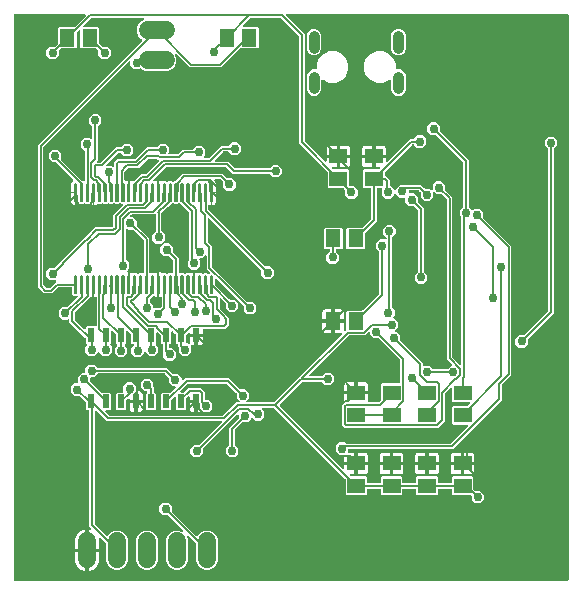
<source format=gbr>
G04 EAGLE Gerber RS-274X export*
G75*
%MOMM*%
%FSLAX34Y34*%
%LPD*%
%INBottom Copper*%
%IPPOS*%
%AMOC8*
5,1,8,0,0,1.08239X$1,22.5*%
G01*
%ADD10R,1.500000X1.300000*%
%ADD11R,0.600000X1.200000*%
%ADD12R,1.300000X1.500000*%
%ADD13C,0.958000*%
%ADD14C,0.198000*%
%ADD15C,1.524000*%
%ADD16C,0.756400*%
%ADD17C,0.152400*%

G36*
X479098Y10164D02*
X479098Y10164D01*
X479117Y10162D01*
X479219Y10184D01*
X479321Y10200D01*
X479338Y10210D01*
X479358Y10214D01*
X479447Y10267D01*
X479538Y10316D01*
X479552Y10330D01*
X479569Y10340D01*
X479636Y10419D01*
X479708Y10494D01*
X479716Y10512D01*
X479729Y10527D01*
X479768Y10623D01*
X479811Y10717D01*
X479813Y10737D01*
X479821Y10755D01*
X479839Y10922D01*
X479839Y489078D01*
X479836Y489098D01*
X479838Y489117D01*
X479816Y489219D01*
X479800Y489321D01*
X479790Y489338D01*
X479786Y489358D01*
X479733Y489447D01*
X479684Y489538D01*
X479670Y489552D01*
X479660Y489569D01*
X479581Y489636D01*
X479506Y489708D01*
X479488Y489716D01*
X479473Y489729D01*
X479377Y489768D01*
X479283Y489811D01*
X479263Y489813D01*
X479245Y489821D01*
X479078Y489839D01*
X241310Y489839D01*
X241240Y489828D01*
X241168Y489826D01*
X241119Y489808D01*
X241068Y489800D01*
X241004Y489766D01*
X240937Y489741D01*
X240896Y489709D01*
X240850Y489684D01*
X240801Y489632D01*
X240745Y489588D01*
X240717Y489544D01*
X240681Y489506D01*
X240651Y489441D01*
X240612Y489381D01*
X240599Y489330D01*
X240577Y489283D01*
X240569Y489212D01*
X240552Y489142D01*
X240556Y489090D01*
X240550Y489039D01*
X240565Y488968D01*
X240571Y488897D01*
X240591Y488849D01*
X240602Y488798D01*
X240639Y488737D01*
X240667Y488671D01*
X240712Y488615D01*
X240729Y488587D01*
X240746Y488572D01*
X240772Y488540D01*
X254724Y474588D01*
X256287Y473025D01*
X256287Y382763D01*
X256301Y382672D01*
X256309Y382582D01*
X256321Y382552D01*
X256326Y382520D01*
X256369Y382439D01*
X256405Y382355D01*
X256431Y382323D01*
X256442Y382302D01*
X256465Y382280D01*
X256510Y382224D01*
X273660Y365074D01*
X273718Y365032D01*
X273770Y364983D01*
X273817Y364961D01*
X273859Y364931D01*
X273928Y364910D01*
X273993Y364879D01*
X274045Y364874D01*
X274095Y364858D01*
X274166Y364860D01*
X274237Y364852D01*
X274288Y364863D01*
X274340Y364865D01*
X274408Y364889D01*
X274478Y364904D01*
X274523Y364931D01*
X274571Y364949D01*
X274627Y364994D01*
X274689Y365031D01*
X274723Y365070D01*
X274763Y365103D01*
X274802Y365163D01*
X274849Y365218D01*
X274868Y365266D01*
X274896Y365310D01*
X274914Y365379D01*
X274941Y365446D01*
X274949Y365517D01*
X274957Y365548D01*
X274955Y365572D01*
X274959Y365612D01*
X274959Y367977D01*
X283477Y367977D01*
X283477Y360459D01*
X280112Y360459D01*
X280042Y360448D01*
X279970Y360446D01*
X279921Y360428D01*
X279870Y360420D01*
X279806Y360386D01*
X279739Y360361D01*
X279698Y360329D01*
X279652Y360304D01*
X279603Y360253D01*
X279547Y360208D01*
X279519Y360164D01*
X279483Y360126D01*
X279453Y360061D01*
X279414Y360001D01*
X279401Y359950D01*
X279379Y359903D01*
X279371Y359832D01*
X279354Y359762D01*
X279358Y359710D01*
X279352Y359659D01*
X279367Y359588D01*
X279373Y359517D01*
X279393Y359469D01*
X279404Y359418D01*
X279441Y359357D01*
X279469Y359291D01*
X279514Y359235D01*
X279531Y359207D01*
X279548Y359192D01*
X279574Y359160D01*
X279986Y358748D01*
X280060Y358694D01*
X280130Y358635D01*
X280160Y358623D01*
X280186Y358604D01*
X280273Y358577D01*
X280358Y358543D01*
X280399Y358539D01*
X280421Y358532D01*
X280453Y358533D01*
X280525Y358525D01*
X293132Y358525D01*
X294025Y357632D01*
X294025Y345068D01*
X294028Y345048D01*
X294026Y345029D01*
X294048Y344927D01*
X294064Y344825D01*
X294074Y344808D01*
X294078Y344788D01*
X294131Y344699D01*
X294180Y344608D01*
X294194Y344594D01*
X294204Y344577D01*
X294283Y344510D01*
X294358Y344438D01*
X294376Y344430D01*
X294391Y344417D01*
X294487Y344378D01*
X294581Y344335D01*
X294601Y344333D01*
X294619Y344325D01*
X294786Y344307D01*
X298198Y344307D01*
X301307Y341198D01*
X301307Y336802D01*
X298198Y333693D01*
X293802Y333693D01*
X290693Y336802D01*
X290693Y340757D01*
X290679Y340848D01*
X290671Y340938D01*
X290659Y340968D01*
X290654Y341000D01*
X290611Y341081D01*
X290575Y341165D01*
X290549Y341197D01*
X290538Y341218D01*
X290515Y341240D01*
X290470Y341296D01*
X289514Y342252D01*
X289440Y342305D01*
X289370Y342365D01*
X289340Y342377D01*
X289314Y342396D01*
X289227Y342423D01*
X289142Y342457D01*
X289101Y342461D01*
X289079Y342468D01*
X289047Y342467D01*
X288975Y342475D01*
X276868Y342475D01*
X275975Y343368D01*
X275975Y355975D01*
X275961Y356066D01*
X275953Y356156D01*
X275941Y356186D01*
X275936Y356218D01*
X275893Y356299D01*
X275857Y356383D01*
X275831Y356415D01*
X275820Y356436D01*
X275797Y356458D01*
X275752Y356514D01*
X251713Y380553D01*
X251713Y470815D01*
X251699Y470906D01*
X251691Y470996D01*
X251679Y471026D01*
X251674Y471058D01*
X251631Y471139D01*
X251595Y471223D01*
X251569Y471255D01*
X251558Y471276D01*
X251535Y471298D01*
X251490Y471354D01*
X236276Y486568D01*
X236202Y486621D01*
X236132Y486681D01*
X236102Y486693D01*
X236076Y486712D01*
X235989Y486739D01*
X235904Y486773D01*
X235863Y486777D01*
X235841Y486784D01*
X235809Y486783D01*
X235737Y486791D01*
X210841Y486791D01*
X210750Y486777D01*
X210660Y486769D01*
X210630Y486757D01*
X210598Y486752D01*
X210517Y486709D01*
X210433Y486673D01*
X210401Y486647D01*
X210380Y486636D01*
X210358Y486613D01*
X210302Y486568D01*
X204058Y480324D01*
X204016Y480266D01*
X203967Y480214D01*
X203945Y480167D01*
X203915Y480125D01*
X203894Y480056D01*
X203863Y479991D01*
X203858Y479939D01*
X203842Y479889D01*
X203844Y479818D01*
X203836Y479747D01*
X203847Y479696D01*
X203849Y479644D01*
X203873Y479576D01*
X203888Y479506D01*
X203915Y479461D01*
X203933Y479413D01*
X203978Y479357D01*
X204015Y479295D01*
X204054Y479261D01*
X204087Y479221D01*
X204147Y479182D01*
X204202Y479135D01*
X204250Y479116D01*
X204294Y479088D01*
X204363Y479070D01*
X204430Y479043D01*
X204501Y479035D01*
X204532Y479027D01*
X204556Y479029D01*
X204596Y479025D01*
X216632Y479025D01*
X217525Y478132D01*
X217525Y461868D01*
X216632Y460975D01*
X202257Y460975D01*
X202167Y460961D01*
X202076Y460953D01*
X202047Y460941D01*
X202015Y460936D01*
X201934Y460893D01*
X201850Y460857D01*
X201818Y460831D01*
X201797Y460820D01*
X201775Y460797D01*
X201719Y460752D01*
X185894Y444927D01*
X159539Y444927D01*
X147938Y456528D01*
X147859Y456585D01*
X147784Y456647D01*
X147759Y456657D01*
X147738Y456672D01*
X147645Y456701D01*
X147554Y456735D01*
X147528Y456737D01*
X147503Y456744D01*
X147406Y456742D01*
X147308Y456746D01*
X147283Y456739D01*
X147257Y456738D01*
X147165Y456704D01*
X147072Y456677D01*
X147051Y456662D01*
X147026Y456653D01*
X146950Y456593D01*
X146870Y456537D01*
X146854Y456516D01*
X146834Y456500D01*
X146781Y456418D01*
X146723Y456340D01*
X146715Y456315D01*
X146701Y456293D01*
X146677Y456198D01*
X146647Y456106D01*
X146647Y456080D01*
X146641Y456054D01*
X146648Y455957D01*
X146649Y455860D01*
X146659Y455828D01*
X146660Y455809D01*
X146673Y455779D01*
X146696Y455699D01*
X147765Y453119D01*
X147765Y449481D01*
X146373Y446120D01*
X143800Y443547D01*
X140439Y442155D01*
X121561Y442155D01*
X118200Y443547D01*
X117664Y444083D01*
X117648Y444095D01*
X117636Y444110D01*
X117549Y444166D01*
X117465Y444227D01*
X117446Y444232D01*
X117429Y444243D01*
X117328Y444268D01*
X117230Y444299D01*
X117210Y444298D01*
X117190Y444303D01*
X117087Y444295D01*
X116984Y444293D01*
X116965Y444286D01*
X116945Y444284D01*
X116850Y444244D01*
X116753Y444208D01*
X116737Y444196D01*
X116719Y444188D01*
X116588Y444083D01*
X116198Y443693D01*
X111802Y443693D01*
X108693Y446802D01*
X108693Y449322D01*
X108682Y449392D01*
X108680Y449464D01*
X108662Y449513D01*
X108654Y449564D01*
X108620Y449628D01*
X108595Y449695D01*
X108563Y449736D01*
X108538Y449782D01*
X108486Y449831D01*
X108442Y449887D01*
X108398Y449915D01*
X108360Y449951D01*
X108295Y449981D01*
X108235Y450020D01*
X108184Y450033D01*
X108137Y450055D01*
X108066Y450063D01*
X107996Y450080D01*
X107944Y450076D01*
X107893Y450082D01*
X107822Y450067D01*
X107751Y450061D01*
X107703Y450041D01*
X107652Y450030D01*
X107591Y449993D01*
X107525Y449965D01*
X107469Y449920D01*
X107441Y449903D01*
X107426Y449886D01*
X107394Y449860D01*
X35442Y377908D01*
X35389Y377834D01*
X35329Y377764D01*
X35317Y377734D01*
X35298Y377708D01*
X35271Y377621D01*
X35237Y377536D01*
X35233Y377495D01*
X35226Y377473D01*
X35227Y377441D01*
X35219Y377369D01*
X35219Y260749D01*
X35233Y260659D01*
X35241Y260568D01*
X35253Y260538D01*
X35258Y260506D01*
X35301Y260426D01*
X35337Y260342D01*
X35363Y260310D01*
X35374Y260289D01*
X35397Y260267D01*
X35442Y260211D01*
X37211Y258442D01*
X37285Y258389D01*
X37354Y258329D01*
X37384Y258317D01*
X37410Y258298D01*
X37497Y258271D01*
X37582Y258237D01*
X37623Y258233D01*
X37646Y258226D01*
X37678Y258227D01*
X37749Y258219D01*
X40251Y258219D01*
X40341Y258233D01*
X40432Y258241D01*
X40462Y258253D01*
X40494Y258258D01*
X40574Y258301D01*
X40658Y258337D01*
X40690Y258363D01*
X40711Y258374D01*
X40733Y258397D01*
X40789Y258442D01*
X45741Y263394D01*
X45783Y263452D01*
X45833Y263504D01*
X45854Y263551D01*
X45885Y263593D01*
X45906Y263662D01*
X45936Y263727D01*
X45942Y263779D01*
X45957Y263829D01*
X45955Y263900D01*
X45963Y263971D01*
X45952Y264022D01*
X45951Y264074D01*
X45926Y264142D01*
X45911Y264212D01*
X45884Y264257D01*
X45866Y264305D01*
X45822Y264361D01*
X45785Y264423D01*
X45745Y264457D01*
X45713Y264497D01*
X45652Y264536D01*
X45598Y264583D01*
X45550Y264602D01*
X45506Y264630D01*
X45436Y264648D01*
X45370Y264675D01*
X45298Y264683D01*
X45267Y264691D01*
X45244Y264689D01*
X45203Y264693D01*
X40802Y264693D01*
X37693Y267802D01*
X37693Y272198D01*
X40802Y275307D01*
X44757Y275307D01*
X44848Y275321D01*
X44938Y275329D01*
X44968Y275341D01*
X45000Y275346D01*
X45081Y275389D01*
X45165Y275425D01*
X45197Y275451D01*
X45218Y275462D01*
X45240Y275485D01*
X45296Y275530D01*
X48990Y279224D01*
X49490Y279724D01*
X67248Y297482D01*
X67301Y297556D01*
X67361Y297626D01*
X67373Y297656D01*
X67392Y297682D01*
X67419Y297769D01*
X67453Y297854D01*
X67457Y297895D01*
X67464Y297917D01*
X67463Y297949D01*
X67471Y298021D01*
X67471Y298210D01*
X70596Y301335D01*
X70737Y301335D01*
X70828Y301349D01*
X70918Y301357D01*
X70948Y301369D01*
X70980Y301374D01*
X71061Y301417D01*
X71145Y301453D01*
X71177Y301479D01*
X71198Y301490D01*
X71220Y301513D01*
X71276Y301558D01*
X79053Y309335D01*
X93233Y309335D01*
X93323Y309349D01*
X93414Y309357D01*
X93444Y309369D01*
X93476Y309374D01*
X93556Y309417D01*
X93640Y309453D01*
X93672Y309479D01*
X93693Y309490D01*
X93715Y309513D01*
X93771Y309558D01*
X94200Y309987D01*
X94253Y310061D01*
X94313Y310130D01*
X94325Y310160D01*
X94344Y310187D01*
X94371Y310273D01*
X94405Y310358D01*
X94409Y310399D01*
X94416Y310422D01*
X94415Y310454D01*
X94423Y310525D01*
X94423Y320278D01*
X95986Y321841D01*
X102321Y328176D01*
X102363Y328234D01*
X102412Y328286D01*
X102434Y328333D01*
X102464Y328375D01*
X102485Y328444D01*
X102516Y328509D01*
X102521Y328561D01*
X102537Y328611D01*
X102535Y328682D01*
X102543Y328753D01*
X102532Y328804D01*
X102530Y328856D01*
X102506Y328924D01*
X102490Y328994D01*
X102464Y329039D01*
X102446Y329087D01*
X102401Y329143D01*
X102364Y329205D01*
X102325Y329239D01*
X102292Y329279D01*
X102232Y329318D01*
X102177Y329365D01*
X102129Y329384D01*
X102085Y329412D01*
X102016Y329430D01*
X101949Y329457D01*
X101878Y329465D01*
X101847Y329473D01*
X101823Y329471D01*
X101782Y329475D01*
X100948Y329475D01*
X100538Y329885D01*
X100522Y329897D01*
X100510Y329913D01*
X100422Y329969D01*
X100339Y330029D01*
X100320Y330035D01*
X100303Y330046D01*
X100202Y330071D01*
X100103Y330101D01*
X100084Y330101D01*
X100064Y330106D01*
X99961Y330098D01*
X99858Y330095D01*
X99839Y330088D01*
X99819Y330086D01*
X99724Y330046D01*
X99627Y330010D01*
X99611Y329998D01*
X99593Y329990D01*
X99462Y329885D01*
X99052Y329475D01*
X95948Y329475D01*
X95538Y329885D01*
X95522Y329897D01*
X95510Y329913D01*
X95422Y329969D01*
X95339Y330029D01*
X95320Y330035D01*
X95303Y330046D01*
X95202Y330071D01*
X95103Y330101D01*
X95084Y330101D01*
X95064Y330106D01*
X94961Y330098D01*
X94858Y330095D01*
X94839Y330088D01*
X94819Y330086D01*
X94724Y330046D01*
X94627Y330010D01*
X94611Y329998D01*
X94593Y329990D01*
X94462Y329885D01*
X94052Y329475D01*
X90948Y329475D01*
X90538Y329885D01*
X90522Y329897D01*
X90510Y329913D01*
X90423Y329969D01*
X90339Y330029D01*
X90320Y330035D01*
X90303Y330046D01*
X90202Y330071D01*
X90103Y330101D01*
X90084Y330101D01*
X90064Y330106D01*
X89961Y330098D01*
X89858Y330095D01*
X89839Y330088D01*
X89819Y330086D01*
X89724Y330046D01*
X89627Y330010D01*
X89611Y329998D01*
X89593Y329990D01*
X89462Y329885D01*
X89052Y329475D01*
X85948Y329475D01*
X85538Y329885D01*
X85522Y329897D01*
X85510Y329913D01*
X85422Y329969D01*
X85339Y330029D01*
X85320Y330035D01*
X85303Y330046D01*
X85202Y330071D01*
X85103Y330101D01*
X85084Y330101D01*
X85064Y330106D01*
X84961Y330098D01*
X84858Y330095D01*
X84839Y330088D01*
X84819Y330086D01*
X84724Y330046D01*
X84627Y330010D01*
X84611Y329998D01*
X84593Y329990D01*
X84462Y329885D01*
X84052Y329475D01*
X80804Y329475D01*
X80714Y329461D01*
X80623Y329453D01*
X80593Y329441D01*
X80561Y329436D01*
X80480Y329393D01*
X80397Y329357D01*
X80364Y329331D01*
X80344Y329320D01*
X80322Y329297D01*
X80266Y329252D01*
X80178Y329165D01*
X79373Y328700D01*
X78475Y328459D01*
X78261Y328459D01*
X78261Y339000D01*
X78258Y339019D01*
X78260Y339039D01*
X78238Y339140D01*
X78222Y339242D01*
X78212Y339260D01*
X78208Y339279D01*
X78155Y339369D01*
X78107Y339460D01*
X78092Y339473D01*
X78082Y339491D01*
X78003Y339558D01*
X77928Y339629D01*
X77910Y339638D01*
X77895Y339651D01*
X77799Y339689D01*
X77705Y339733D01*
X77685Y339735D01*
X77667Y339742D01*
X77500Y339761D01*
X77480Y339758D01*
X77461Y339760D01*
X77460Y339760D01*
X77359Y339738D01*
X77257Y339721D01*
X77240Y339712D01*
X77220Y339708D01*
X77131Y339654D01*
X77040Y339606D01*
X77026Y339592D01*
X77009Y339581D01*
X76942Y339503D01*
X76870Y339428D01*
X76862Y339410D01*
X76849Y339395D01*
X76810Y339298D01*
X76767Y339205D01*
X76765Y339185D01*
X76757Y339166D01*
X76739Y339000D01*
X76739Y328459D01*
X76525Y328459D01*
X75627Y328700D01*
X74822Y329165D01*
X74734Y329252D01*
X74661Y329305D01*
X74591Y329365D01*
X74561Y329377D01*
X74535Y329396D01*
X74448Y329423D01*
X74363Y329457D01*
X74322Y329461D01*
X74300Y329468D01*
X74267Y329467D01*
X74196Y329475D01*
X70948Y329475D01*
X70538Y329885D01*
X70522Y329897D01*
X70510Y329913D01*
X70422Y329969D01*
X70339Y330029D01*
X70320Y330035D01*
X70303Y330046D01*
X70202Y330071D01*
X70103Y330101D01*
X70084Y330101D01*
X70064Y330106D01*
X69961Y330098D01*
X69858Y330095D01*
X69839Y330088D01*
X69819Y330086D01*
X69724Y330046D01*
X69627Y330010D01*
X69611Y329998D01*
X69593Y329990D01*
X69462Y329885D01*
X69052Y329475D01*
X65804Y329475D01*
X65714Y329461D01*
X65623Y329453D01*
X65593Y329441D01*
X65561Y329436D01*
X65480Y329393D01*
X65397Y329357D01*
X65364Y329331D01*
X65344Y329320D01*
X65322Y329297D01*
X65266Y329252D01*
X65178Y329165D01*
X64373Y328700D01*
X63475Y328459D01*
X63261Y328459D01*
X63261Y339000D01*
X63258Y339019D01*
X63260Y339039D01*
X63238Y339140D01*
X63222Y339242D01*
X63212Y339260D01*
X63208Y339279D01*
X63155Y339369D01*
X63107Y339460D01*
X63106Y339460D01*
X63092Y339474D01*
X63082Y339491D01*
X63081Y339491D01*
X63003Y339558D01*
X62928Y339630D01*
X62910Y339638D01*
X62895Y339651D01*
X62798Y339690D01*
X62705Y339733D01*
X62685Y339735D01*
X62666Y339743D01*
X62500Y339761D01*
X58459Y339761D01*
X58459Y346475D01*
X58700Y347373D01*
X59165Y348178D01*
X59822Y348835D01*
X60080Y348984D01*
X60172Y349059D01*
X60265Y349134D01*
X60267Y349137D01*
X60270Y349140D01*
X60332Y349239D01*
X60398Y349341D01*
X60399Y349345D01*
X60401Y349348D01*
X60428Y349463D01*
X60458Y349579D01*
X60457Y349583D01*
X60458Y349587D01*
X60448Y349706D01*
X60439Y349824D01*
X60437Y349828D01*
X60437Y349832D01*
X60389Y349942D01*
X60342Y350051D01*
X60339Y350054D01*
X60338Y350058D01*
X60328Y350068D01*
X60237Y350182D01*
X45949Y364470D01*
X45875Y364523D01*
X45805Y364583D01*
X45775Y364595D01*
X45749Y364614D01*
X45662Y364641D01*
X45577Y364675D01*
X45536Y364679D01*
X45514Y364686D01*
X45482Y364685D01*
X45410Y364693D01*
X42802Y364693D01*
X39693Y367802D01*
X39693Y372198D01*
X42802Y375307D01*
X47198Y375307D01*
X50307Y372198D01*
X50307Y367802D01*
X50234Y367729D01*
X50223Y367713D01*
X50207Y367701D01*
X50162Y367631D01*
X50147Y367615D01*
X50138Y367595D01*
X50091Y367530D01*
X50085Y367511D01*
X50074Y367494D01*
X50054Y367415D01*
X50043Y367392D01*
X50041Y367367D01*
X50018Y367295D01*
X50019Y367275D01*
X50014Y367255D01*
X50020Y367180D01*
X50016Y367148D01*
X50023Y367117D01*
X50025Y367049D01*
X50031Y367030D01*
X50033Y367010D01*
X50060Y366947D01*
X50068Y366907D01*
X50089Y366873D01*
X50109Y366818D01*
X50122Y366802D01*
X50129Y366784D01*
X50180Y366720D01*
X50195Y366696D01*
X50210Y366683D01*
X50234Y366653D01*
X68139Y348748D01*
X68213Y348695D01*
X68283Y348635D01*
X68313Y348623D01*
X68339Y348604D01*
X68426Y348577D01*
X68511Y348543D01*
X68552Y348539D01*
X68574Y348532D01*
X68606Y348533D01*
X68677Y348525D01*
X69106Y348525D01*
X69113Y348519D01*
X69182Y348498D01*
X69247Y348468D01*
X69299Y348462D01*
X69348Y348447D01*
X69420Y348449D01*
X69491Y348441D01*
X69542Y348452D01*
X69594Y348453D01*
X69662Y348478D01*
X69732Y348493D01*
X69776Y348520D01*
X69825Y348537D01*
X69881Y348582D01*
X69943Y348619D01*
X69977Y348659D01*
X70017Y348691D01*
X70056Y348751D01*
X70103Y348806D01*
X70122Y348854D01*
X70150Y348898D01*
X70168Y348968D01*
X70195Y349034D01*
X70203Y349105D01*
X70211Y349137D01*
X70209Y349160D01*
X70213Y349201D01*
X70213Y373967D01*
X70199Y374057D01*
X70191Y374148D01*
X70179Y374177D01*
X70174Y374209D01*
X70131Y374290D01*
X70095Y374374D01*
X70069Y374406D01*
X70058Y374427D01*
X70035Y374449D01*
X69990Y374505D01*
X66693Y377802D01*
X66693Y382198D01*
X69802Y385307D01*
X74198Y385307D01*
X75414Y384091D01*
X75472Y384049D01*
X75524Y384000D01*
X75571Y383978D01*
X75613Y383948D01*
X75682Y383926D01*
X75747Y383896D01*
X75799Y383891D01*
X75849Y383875D01*
X75920Y383877D01*
X75991Y383869D01*
X76042Y383880D01*
X76094Y383882D01*
X76162Y383906D01*
X76232Y383921D01*
X76277Y383948D01*
X76325Y383966D01*
X76381Y384011D01*
X76443Y384048D01*
X76477Y384087D01*
X76517Y384120D01*
X76556Y384180D01*
X76603Y384235D01*
X76622Y384283D01*
X76650Y384327D01*
X76668Y384396D01*
X76695Y384463D01*
X76703Y384534D01*
X76711Y384565D01*
X76709Y384588D01*
X76713Y384629D01*
X76713Y394467D01*
X76699Y394557D01*
X76691Y394648D01*
X76679Y394677D01*
X76674Y394709D01*
X76631Y394790D01*
X76595Y394874D01*
X76569Y394906D01*
X76558Y394927D01*
X76535Y394949D01*
X76490Y395005D01*
X73693Y397802D01*
X73693Y402198D01*
X76802Y405307D01*
X81198Y405307D01*
X84307Y402198D01*
X84307Y397802D01*
X81510Y395005D01*
X81457Y394931D01*
X81397Y394861D01*
X81385Y394831D01*
X81366Y394805D01*
X81339Y394718D01*
X81305Y394633D01*
X81301Y394592D01*
X81294Y394570D01*
X81295Y394538D01*
X81287Y394467D01*
X81287Y366363D01*
X80442Y365518D01*
X80400Y365460D01*
X80350Y365408D01*
X80328Y365361D01*
X80298Y365319D01*
X80277Y365250D01*
X80247Y365185D01*
X80241Y365133D01*
X80226Y365083D01*
X80228Y365012D01*
X80220Y364941D01*
X80231Y364890D01*
X80232Y364838D01*
X80257Y364770D01*
X80272Y364700D01*
X80299Y364655D01*
X80317Y364607D01*
X80361Y364551D01*
X80398Y364489D01*
X80438Y364455D01*
X80470Y364415D01*
X80531Y364376D01*
X80585Y364329D01*
X80633Y364310D01*
X80677Y364282D01*
X80747Y364264D01*
X80813Y364237D01*
X80884Y364229D01*
X80916Y364221D01*
X80939Y364223D01*
X80980Y364219D01*
X83251Y364219D01*
X83341Y364233D01*
X83432Y364241D01*
X83462Y364253D01*
X83494Y364258D01*
X83574Y364301D01*
X83658Y364337D01*
X83690Y364363D01*
X83711Y364374D01*
X83733Y364397D01*
X83789Y364442D01*
X96634Y377287D01*
X100467Y377287D01*
X100557Y377301D01*
X100648Y377309D01*
X100677Y377321D01*
X100709Y377326D01*
X100790Y377369D01*
X100874Y377405D01*
X100906Y377431D01*
X100927Y377442D01*
X100949Y377465D01*
X101005Y377510D01*
X103802Y380307D01*
X108198Y380307D01*
X111307Y377198D01*
X111307Y372802D01*
X108198Y369693D01*
X103802Y369693D01*
X101005Y372490D01*
X100931Y372543D01*
X100861Y372603D01*
X100831Y372615D01*
X100805Y372634D01*
X100718Y372661D01*
X100633Y372695D01*
X100592Y372699D01*
X100570Y372706D01*
X100538Y372705D01*
X100467Y372713D01*
X98844Y372713D01*
X98754Y372699D01*
X98663Y372691D01*
X98633Y372679D01*
X98601Y372674D01*
X98521Y372631D01*
X98437Y372595D01*
X98405Y372569D01*
X98384Y372558D01*
X98362Y372535D01*
X98306Y372490D01*
X88422Y362606D01*
X88380Y362548D01*
X88330Y362496D01*
X88309Y362449D01*
X88278Y362407D01*
X88257Y362338D01*
X88227Y362273D01*
X88221Y362221D01*
X88206Y362171D01*
X88208Y362100D01*
X88200Y362029D01*
X88211Y361978D01*
X88212Y361926D01*
X88237Y361858D01*
X88252Y361788D01*
X88279Y361743D01*
X88297Y361695D01*
X88341Y361639D01*
X88378Y361577D01*
X88418Y361543D01*
X88450Y361503D01*
X88511Y361464D01*
X88565Y361417D01*
X88613Y361398D01*
X88657Y361370D01*
X88727Y361352D01*
X88793Y361325D01*
X88865Y361317D01*
X88896Y361309D01*
X88919Y361311D01*
X88960Y361307D01*
X93198Y361307D01*
X93914Y360591D01*
X93972Y360549D01*
X94024Y360500D01*
X94071Y360478D01*
X94113Y360448D01*
X94182Y360426D01*
X94247Y360396D01*
X94299Y360391D01*
X94349Y360375D01*
X94420Y360377D01*
X94491Y360369D01*
X94542Y360380D01*
X94594Y360382D01*
X94662Y360406D01*
X94732Y360421D01*
X94777Y360448D01*
X94825Y360466D01*
X94881Y360511D01*
X94943Y360548D01*
X94977Y360587D01*
X95017Y360620D01*
X95056Y360680D01*
X95103Y360735D01*
X95122Y360783D01*
X95150Y360827D01*
X95168Y360896D01*
X95195Y360963D01*
X95203Y361034D01*
X95211Y361065D01*
X95209Y361088D01*
X95213Y361129D01*
X95213Y364447D01*
X98053Y367287D01*
X109448Y367287D01*
X109497Y367271D01*
X109582Y367237D01*
X109623Y367233D01*
X109645Y367226D01*
X109677Y367227D01*
X109749Y367219D01*
X112251Y367219D01*
X112341Y367233D01*
X112432Y367241D01*
X112462Y367253D01*
X112494Y367258D01*
X112574Y367301D01*
X112658Y367337D01*
X112690Y367363D01*
X112711Y367374D01*
X112733Y367397D01*
X112789Y367442D01*
X122634Y377287D01*
X130467Y377287D01*
X130557Y377301D01*
X130648Y377309D01*
X130677Y377321D01*
X130709Y377326D01*
X130790Y377369D01*
X130874Y377405D01*
X130906Y377431D01*
X130927Y377442D01*
X130949Y377465D01*
X131005Y377510D01*
X133802Y380307D01*
X138198Y380307D01*
X141307Y377198D01*
X141307Y372802D01*
X141023Y372518D01*
X140981Y372460D01*
X140932Y372408D01*
X140910Y372361D01*
X140880Y372319D01*
X140858Y372250D01*
X140828Y372185D01*
X140823Y372133D01*
X140807Y372083D01*
X140809Y372012D01*
X140801Y371941D01*
X140812Y371890D01*
X140814Y371838D01*
X140838Y371770D01*
X140853Y371700D01*
X140880Y371655D01*
X140898Y371607D01*
X140943Y371551D01*
X140980Y371489D01*
X141019Y371455D01*
X141052Y371415D01*
X141112Y371376D01*
X141167Y371329D01*
X141215Y371310D01*
X141259Y371282D01*
X141328Y371264D01*
X141395Y371237D01*
X141466Y371229D01*
X141497Y371221D01*
X141520Y371223D01*
X141561Y371219D01*
X148669Y371219D01*
X148760Y371233D01*
X148850Y371241D01*
X148880Y371253D01*
X148912Y371258D01*
X148993Y371301D01*
X149077Y371337D01*
X149109Y371363D01*
X149130Y371374D01*
X149152Y371397D01*
X149208Y371442D01*
X153053Y375287D01*
X161467Y375287D01*
X161557Y375301D01*
X161648Y375309D01*
X161677Y375321D01*
X161709Y375326D01*
X161790Y375369D01*
X161874Y375405D01*
X161906Y375431D01*
X161927Y375442D01*
X161949Y375465D01*
X162005Y375510D01*
X164802Y378307D01*
X169198Y378307D01*
X172307Y375198D01*
X172307Y370802D01*
X170975Y369470D01*
X170933Y369412D01*
X170884Y369360D01*
X170862Y369313D01*
X170832Y369271D01*
X170810Y369202D01*
X170780Y369137D01*
X170775Y369085D01*
X170759Y369035D01*
X170761Y368964D01*
X170753Y368893D01*
X170764Y368842D01*
X170766Y368790D01*
X170790Y368722D01*
X170805Y368652D01*
X170832Y368607D01*
X170850Y368559D01*
X170895Y368503D01*
X170932Y368441D01*
X170971Y368407D01*
X171004Y368367D01*
X171064Y368328D01*
X171119Y368281D01*
X171167Y368262D01*
X171211Y368234D01*
X171280Y368216D01*
X171347Y368189D01*
X171418Y368181D01*
X171449Y368173D01*
X171472Y368175D01*
X171513Y368171D01*
X175203Y368171D01*
X175293Y368185D01*
X175384Y368193D01*
X175414Y368205D01*
X175446Y368210D01*
X175526Y368253D01*
X175610Y368289D01*
X175642Y368315D01*
X175663Y368326D01*
X175685Y368349D01*
X175741Y368394D01*
X185634Y378287D01*
X191467Y378287D01*
X191557Y378301D01*
X191648Y378309D01*
X191677Y378321D01*
X191709Y378326D01*
X191790Y378369D01*
X191874Y378405D01*
X191906Y378431D01*
X191927Y378442D01*
X191949Y378465D01*
X192005Y378510D01*
X194802Y381307D01*
X199198Y381307D01*
X202307Y378198D01*
X202307Y373802D01*
X199198Y370693D01*
X194802Y370693D01*
X192005Y373490D01*
X191931Y373543D01*
X191861Y373603D01*
X191831Y373615D01*
X191805Y373634D01*
X191718Y373661D01*
X191633Y373695D01*
X191592Y373699D01*
X191570Y373706D01*
X191538Y373705D01*
X191467Y373713D01*
X187844Y373713D01*
X187754Y373699D01*
X187663Y373691D01*
X187633Y373679D01*
X187601Y373674D01*
X187521Y373631D01*
X187437Y373595D01*
X187405Y373569D01*
X187384Y373558D01*
X187362Y373535D01*
X187306Y373490D01*
X180238Y366422D01*
X180196Y366364D01*
X180146Y366312D01*
X180125Y366265D01*
X180094Y366223D01*
X180073Y366154D01*
X180043Y366089D01*
X180037Y366037D01*
X180022Y365987D01*
X180024Y365916D01*
X180016Y365845D01*
X180027Y365794D01*
X180028Y365742D01*
X180053Y365674D01*
X180068Y365604D01*
X180095Y365559D01*
X180113Y365511D01*
X180157Y365455D01*
X180194Y365393D01*
X180234Y365359D01*
X180266Y365319D01*
X180327Y365280D01*
X180381Y365233D01*
X180429Y365214D01*
X180473Y365186D01*
X180543Y365168D01*
X180609Y365141D01*
X180681Y365133D01*
X180712Y365125D01*
X180735Y365127D01*
X180776Y365123D01*
X191693Y365123D01*
X193255Y363560D01*
X197306Y359510D01*
X197380Y359457D01*
X197449Y359397D01*
X197479Y359385D01*
X197505Y359366D01*
X197592Y359339D01*
X197677Y359305D01*
X197718Y359301D01*
X197741Y359294D01*
X197773Y359295D01*
X197844Y359287D01*
X226467Y359287D01*
X226557Y359301D01*
X226648Y359309D01*
X226677Y359321D01*
X226709Y359326D01*
X226790Y359369D01*
X226874Y359405D01*
X226906Y359431D01*
X226927Y359442D01*
X226949Y359465D01*
X227005Y359510D01*
X229802Y362307D01*
X234198Y362307D01*
X237307Y359198D01*
X237307Y354802D01*
X234198Y351693D01*
X229802Y351693D01*
X227005Y354490D01*
X226931Y354543D01*
X226861Y354603D01*
X226831Y354615D01*
X226805Y354634D01*
X226718Y354661D01*
X226633Y354695D01*
X226592Y354699D01*
X226570Y354706D01*
X226538Y354705D01*
X226467Y354713D01*
X195634Y354713D01*
X194072Y356276D01*
X190021Y360326D01*
X189947Y360379D01*
X189878Y360439D01*
X189848Y360451D01*
X189822Y360470D01*
X189735Y360497D01*
X189650Y360531D01*
X189609Y360535D01*
X189586Y360542D01*
X189554Y360541D01*
X189483Y360549D01*
X139310Y360549D01*
X139220Y360535D01*
X139129Y360527D01*
X139100Y360515D01*
X139068Y360510D01*
X138987Y360467D01*
X138903Y360431D01*
X138871Y360405D01*
X138850Y360394D01*
X138828Y360371D01*
X138772Y360326D01*
X128270Y349824D01*
X128228Y349766D01*
X128179Y349714D01*
X128157Y349667D01*
X128127Y349625D01*
X128106Y349556D01*
X128075Y349491D01*
X128070Y349439D01*
X128054Y349389D01*
X128056Y349318D01*
X128048Y349247D01*
X128059Y349196D01*
X128061Y349144D01*
X128085Y349076D01*
X128100Y349006D01*
X128127Y348962D01*
X128145Y348913D01*
X128190Y348857D01*
X128227Y348795D01*
X128266Y348761D01*
X128299Y348721D01*
X128359Y348682D01*
X128414Y348635D01*
X128462Y348616D01*
X128506Y348588D01*
X128575Y348570D01*
X128642Y348543D01*
X128713Y348535D01*
X128744Y348527D01*
X128768Y348529D01*
X128808Y348525D01*
X129196Y348525D01*
X129286Y348539D01*
X129377Y348547D01*
X129407Y348559D01*
X129439Y348564D01*
X129520Y348607D01*
X129603Y348643D01*
X129636Y348669D01*
X129656Y348680D01*
X129678Y348703D01*
X129734Y348748D01*
X129822Y348835D01*
X130627Y349300D01*
X131525Y349541D01*
X131739Y349541D01*
X131739Y339000D01*
X131740Y338989D01*
X131740Y338981D01*
X131741Y338974D01*
X131740Y338961D01*
X131762Y338860D01*
X131778Y338758D01*
X131788Y338740D01*
X131792Y338721D01*
X131845Y338631D01*
X131893Y338540D01*
X131908Y338527D01*
X131918Y338509D01*
X131997Y338442D01*
X132072Y338371D01*
X132090Y338362D01*
X132105Y338349D01*
X132201Y338311D01*
X132295Y338267D01*
X132315Y338265D01*
X132333Y338258D01*
X132500Y338239D01*
X132520Y338242D01*
X132539Y338240D01*
X132540Y338240D01*
X132641Y338262D01*
X132743Y338279D01*
X132760Y338288D01*
X132780Y338292D01*
X132869Y338346D01*
X132960Y338394D01*
X132974Y338408D01*
X132991Y338419D01*
X133058Y338497D01*
X133130Y338572D01*
X133138Y338590D01*
X133151Y338605D01*
X133190Y338702D01*
X133233Y338795D01*
X133235Y338815D01*
X133243Y338834D01*
X133261Y339000D01*
X133261Y349541D01*
X133475Y349541D01*
X134373Y349300D01*
X135178Y348835D01*
X135266Y348748D01*
X135339Y348695D01*
X135409Y348635D01*
X135439Y348623D01*
X135465Y348604D01*
X135552Y348577D01*
X135637Y348543D01*
X135678Y348539D01*
X135700Y348532D01*
X135733Y348533D01*
X135804Y348525D01*
X139052Y348525D01*
X139462Y348115D01*
X139478Y348103D01*
X139490Y348087D01*
X139577Y348031D01*
X139661Y347971D01*
X139680Y347965D01*
X139697Y347954D01*
X139798Y347929D01*
X139897Y347899D01*
X139916Y347899D01*
X139936Y347894D01*
X140039Y347902D01*
X140142Y347905D01*
X140161Y347912D01*
X140181Y347914D01*
X140276Y347954D01*
X140373Y347990D01*
X140389Y348002D01*
X140407Y348010D01*
X140538Y348115D01*
X140948Y348525D01*
X144052Y348525D01*
X144462Y348115D01*
X144478Y348103D01*
X144490Y348087D01*
X144577Y348031D01*
X144661Y347971D01*
X144680Y347965D01*
X144697Y347954D01*
X144798Y347929D01*
X144897Y347899D01*
X144916Y347899D01*
X144936Y347894D01*
X145039Y347902D01*
X145142Y347905D01*
X145161Y347912D01*
X145181Y347914D01*
X145276Y347954D01*
X145373Y347990D01*
X145389Y348002D01*
X145407Y348010D01*
X145538Y348115D01*
X145948Y348525D01*
X146323Y348525D01*
X146413Y348539D01*
X146504Y348547D01*
X146533Y348559D01*
X146565Y348564D01*
X146646Y348607D01*
X146730Y348643D01*
X146762Y348669D01*
X146783Y348680D01*
X146805Y348703D01*
X146861Y348748D01*
X151337Y353224D01*
X152900Y354787D01*
X186885Y354787D01*
X190422Y351250D01*
X190496Y351197D01*
X190566Y351137D01*
X190596Y351125D01*
X190622Y351106D01*
X190709Y351079D01*
X190794Y351045D01*
X190835Y351041D01*
X190857Y351034D01*
X190889Y351035D01*
X190961Y351027D01*
X194916Y351027D01*
X198025Y347918D01*
X198025Y343522D01*
X194916Y340413D01*
X190520Y340413D01*
X187411Y343522D01*
X187411Y347477D01*
X187397Y347568D01*
X187389Y347658D01*
X187377Y347688D01*
X187372Y347720D01*
X187329Y347801D01*
X187293Y347885D01*
X187267Y347917D01*
X187256Y347938D01*
X187233Y347960D01*
X187188Y348016D01*
X185214Y349990D01*
X185140Y350043D01*
X185070Y350103D01*
X185040Y350115D01*
X185014Y350134D01*
X184927Y350161D01*
X184842Y350195D01*
X184801Y350199D01*
X184779Y350206D01*
X184747Y350205D01*
X184675Y350213D01*
X180632Y350213D01*
X180585Y350205D01*
X180536Y350207D01*
X180464Y350186D01*
X180389Y350174D01*
X180347Y350151D01*
X180301Y350137D01*
X180239Y350094D01*
X180172Y350058D01*
X180139Y350023D01*
X180099Y349996D01*
X180055Y349935D01*
X180003Y349880D01*
X179982Y349836D01*
X179954Y349797D01*
X179931Y349725D01*
X179899Y349657D01*
X179894Y349609D01*
X179879Y349563D01*
X179880Y349487D01*
X179872Y349413D01*
X179882Y349365D01*
X179883Y349317D01*
X179908Y349246D01*
X179924Y349172D01*
X179949Y349131D01*
X179965Y349085D01*
X180002Y349039D01*
X180002Y349037D01*
X180013Y349024D01*
X180050Y348961D01*
X180087Y348930D01*
X180117Y348892D01*
X180134Y348879D01*
X180835Y348178D01*
X181300Y347373D01*
X181541Y346475D01*
X181541Y339761D01*
X177500Y339761D01*
X177481Y339758D01*
X177461Y339760D01*
X177360Y339738D01*
X177258Y339722D01*
X177240Y339712D01*
X177221Y339708D01*
X177131Y339655D01*
X177040Y339607D01*
X177040Y339606D01*
X177026Y339592D01*
X177009Y339582D01*
X177009Y339581D01*
X176942Y339503D01*
X176870Y339428D01*
X176862Y339410D01*
X176849Y339395D01*
X176810Y339298D01*
X176767Y339205D01*
X176765Y339185D01*
X176757Y339166D01*
X176739Y339000D01*
X176739Y328459D01*
X176525Y328459D01*
X175745Y328668D01*
X175626Y328680D01*
X175509Y328693D01*
X175504Y328692D01*
X175500Y328693D01*
X175385Y328666D01*
X175268Y328641D01*
X175265Y328639D01*
X175261Y328638D01*
X175159Y328576D01*
X175057Y328515D01*
X175054Y328512D01*
X175051Y328509D01*
X174975Y328419D01*
X174897Y328328D01*
X174896Y328324D01*
X174893Y328321D01*
X174850Y328212D01*
X174805Y328100D01*
X174805Y328095D01*
X174803Y328092D01*
X174803Y328078D01*
X174787Y327933D01*
X174787Y324763D01*
X174801Y324672D01*
X174809Y324582D01*
X174821Y324552D01*
X174826Y324520D01*
X174869Y324439D01*
X174905Y324355D01*
X174931Y324323D01*
X174942Y324302D01*
X174965Y324280D01*
X175010Y324224D01*
X222704Y276530D01*
X222778Y276477D01*
X222848Y276417D01*
X222878Y276405D01*
X222904Y276386D01*
X222991Y276359D01*
X223076Y276325D01*
X223117Y276321D01*
X223139Y276314D01*
X223171Y276315D01*
X223243Y276307D01*
X227198Y276307D01*
X230307Y273198D01*
X230307Y268802D01*
X227198Y265693D01*
X222802Y265693D01*
X219693Y268802D01*
X219693Y272757D01*
X219679Y272848D01*
X219671Y272938D01*
X219659Y272968D01*
X219654Y273000D01*
X219611Y273081D01*
X219575Y273165D01*
X219549Y273197D01*
X219538Y273218D01*
X219515Y273240D01*
X219470Y273296D01*
X175586Y317180D01*
X175528Y317222D01*
X175476Y317271D01*
X175429Y317293D01*
X175387Y317323D01*
X175318Y317344D01*
X175253Y317375D01*
X175201Y317380D01*
X175151Y317396D01*
X175080Y317394D01*
X175009Y317402D01*
X174958Y317391D01*
X174906Y317389D01*
X174838Y317365D01*
X174768Y317350D01*
X174723Y317323D01*
X174675Y317305D01*
X174619Y317260D01*
X174557Y317223D01*
X174523Y317184D01*
X174483Y317151D01*
X174444Y317091D01*
X174397Y317036D01*
X174378Y316988D01*
X174350Y316944D01*
X174332Y316875D01*
X174305Y316808D01*
X174297Y316737D01*
X174289Y316706D01*
X174291Y316682D01*
X174287Y316642D01*
X174287Y297840D01*
X174301Y297750D01*
X174309Y297659D01*
X174321Y297629D01*
X174326Y297597D01*
X174369Y297517D01*
X174405Y297433D01*
X174431Y297401D01*
X174442Y297380D01*
X174465Y297358D01*
X174510Y297302D01*
X177851Y293961D01*
X177851Y276698D01*
X177866Y276608D01*
X177873Y276517D01*
X177885Y276488D01*
X177891Y276456D01*
X177933Y276375D01*
X177969Y276291D01*
X177995Y276259D01*
X178006Y276238D01*
X178029Y276216D01*
X178074Y276160D01*
X207704Y246530D01*
X207778Y246477D01*
X207848Y246417D01*
X207878Y246405D01*
X207904Y246386D01*
X207991Y246359D01*
X208076Y246325D01*
X208117Y246321D01*
X208139Y246314D01*
X208171Y246315D01*
X208243Y246307D01*
X212198Y246307D01*
X215307Y243198D01*
X215307Y238802D01*
X212198Y235693D01*
X207802Y235693D01*
X204693Y238802D01*
X204693Y242757D01*
X204679Y242848D01*
X204671Y242938D01*
X204659Y242968D01*
X204654Y243000D01*
X204611Y243081D01*
X204575Y243165D01*
X204549Y243197D01*
X204538Y243218D01*
X204515Y243240D01*
X204470Y243296D01*
X187276Y260490D01*
X181824Y265942D01*
X181766Y265984D01*
X181714Y266033D01*
X181667Y266055D01*
X181625Y266085D01*
X181556Y266106D01*
X181491Y266137D01*
X181439Y266142D01*
X181389Y266158D01*
X181318Y266156D01*
X181247Y266164D01*
X181196Y266153D01*
X181144Y266151D01*
X181076Y266127D01*
X181006Y266112D01*
X180961Y266085D01*
X180913Y266067D01*
X180857Y266022D01*
X180795Y265985D01*
X180761Y265946D01*
X180721Y265913D01*
X180682Y265853D01*
X180635Y265798D01*
X180616Y265750D01*
X180588Y265706D01*
X180570Y265637D01*
X180543Y265570D01*
X180535Y265499D01*
X180527Y265468D01*
X180529Y265444D01*
X180525Y265404D01*
X180525Y261025D01*
X180539Y260934D01*
X180547Y260844D01*
X180559Y260814D01*
X180564Y260782D01*
X180607Y260701D01*
X180643Y260617D01*
X180669Y260585D01*
X180680Y260564D01*
X180703Y260542D01*
X180748Y260486D01*
X192704Y248530D01*
X192778Y248477D01*
X192848Y248417D01*
X192878Y248405D01*
X192904Y248386D01*
X192991Y248359D01*
X193076Y248325D01*
X193117Y248321D01*
X193139Y248314D01*
X193171Y248315D01*
X193243Y248307D01*
X197198Y248307D01*
X200307Y245198D01*
X200307Y240802D01*
X197198Y237693D01*
X192802Y237693D01*
X189693Y240802D01*
X189693Y244757D01*
X189679Y244848D01*
X189671Y244938D01*
X189659Y244968D01*
X189654Y245000D01*
X189611Y245081D01*
X189575Y245165D01*
X189549Y245197D01*
X189538Y245218D01*
X189515Y245240D01*
X189470Y245296D01*
X185586Y249180D01*
X185528Y249222D01*
X185476Y249271D01*
X185429Y249293D01*
X185387Y249323D01*
X185318Y249344D01*
X185253Y249375D01*
X185201Y249380D01*
X185151Y249396D01*
X185080Y249394D01*
X185009Y249402D01*
X184958Y249391D01*
X184906Y249389D01*
X184838Y249365D01*
X184768Y249350D01*
X184723Y249323D01*
X184675Y249305D01*
X184619Y249260D01*
X184557Y249223D01*
X184523Y249184D01*
X184483Y249151D01*
X184444Y249091D01*
X184397Y249036D01*
X184378Y248988D01*
X184350Y248944D01*
X184332Y248875D01*
X184305Y248808D01*
X184297Y248737D01*
X184289Y248706D01*
X184291Y248682D01*
X184287Y248642D01*
X184287Y241262D01*
X184301Y241172D01*
X184309Y241081D01*
X184321Y241052D01*
X184326Y241020D01*
X184369Y240939D01*
X184405Y240855D01*
X184431Y240823D01*
X184442Y240802D01*
X184465Y240780D01*
X184510Y240724D01*
X186792Y238442D01*
X192287Y232947D01*
X192287Y227053D01*
X188947Y223713D01*
X170752Y223713D01*
X170732Y223710D01*
X170713Y223712D01*
X170611Y223690D01*
X170509Y223674D01*
X170492Y223664D01*
X170472Y223660D01*
X170383Y223607D01*
X170292Y223558D01*
X170278Y223544D01*
X170261Y223534D01*
X170194Y223455D01*
X170122Y223380D01*
X170114Y223362D01*
X170101Y223347D01*
X170062Y223251D01*
X170019Y223157D01*
X170017Y223137D01*
X170009Y223119D01*
X169991Y222952D01*
X169991Y219499D01*
X165188Y219499D01*
X165169Y219496D01*
X165149Y219498D01*
X165047Y219476D01*
X164945Y219460D01*
X164928Y219450D01*
X164908Y219446D01*
X164819Y219393D01*
X164728Y219344D01*
X164714Y219330D01*
X164697Y219320D01*
X164630Y219241D01*
X164559Y219166D01*
X164550Y219148D01*
X164537Y219133D01*
X164499Y219037D01*
X164455Y218943D01*
X164453Y218923D01*
X164446Y218905D01*
X164433Y218981D01*
X164424Y218998D01*
X164420Y219018D01*
X164367Y219107D01*
X164318Y219198D01*
X164304Y219212D01*
X164294Y219229D01*
X164215Y219296D01*
X164140Y219368D01*
X164122Y219376D01*
X164107Y219389D01*
X164010Y219428D01*
X163917Y219471D01*
X163897Y219473D01*
X163879Y219481D01*
X163712Y219499D01*
X158909Y219499D01*
X158909Y219620D01*
X158898Y219691D01*
X158896Y219763D01*
X158878Y219812D01*
X158870Y219863D01*
X158836Y219926D01*
X158811Y219994D01*
X158779Y220034D01*
X158754Y220081D01*
X158702Y220130D01*
X158658Y220186D01*
X158614Y220214D01*
X158576Y220250D01*
X158511Y220280D01*
X158451Y220319D01*
X158400Y220332D01*
X158353Y220354D01*
X158282Y220361D01*
X158212Y220379D01*
X158160Y220375D01*
X158109Y220381D01*
X158038Y220365D01*
X157967Y220360D01*
X157919Y220339D01*
X157868Y220328D01*
X157807Y220292D01*
X157741Y220263D01*
X157685Y220219D01*
X157657Y220202D01*
X157642Y220184D01*
X157610Y220159D01*
X156498Y219047D01*
X156445Y218973D01*
X156385Y218903D01*
X156373Y218873D01*
X156354Y218847D01*
X156327Y218760D01*
X156293Y218675D01*
X156289Y218634D01*
X156282Y218612D01*
X156283Y218580D01*
X156275Y218508D01*
X156275Y212068D01*
X156278Y212048D01*
X156276Y212029D01*
X156298Y211927D01*
X156314Y211825D01*
X156324Y211808D01*
X156328Y211788D01*
X156381Y211699D01*
X156430Y211608D01*
X156444Y211594D01*
X156454Y211577D01*
X156533Y211510D01*
X156608Y211438D01*
X156626Y211430D01*
X156641Y211417D01*
X156737Y211378D01*
X156831Y211335D01*
X156851Y211333D01*
X156869Y211325D01*
X157036Y211307D01*
X157198Y211307D01*
X157658Y210847D01*
X157697Y210819D01*
X157730Y210784D01*
X157796Y210748D01*
X157858Y210703D01*
X157904Y210689D01*
X157946Y210666D01*
X158020Y210653D01*
X158093Y210631D01*
X158141Y210632D01*
X158188Y210624D01*
X158263Y210635D01*
X158339Y210637D01*
X158384Y210654D01*
X158431Y210661D01*
X158498Y210696D01*
X158570Y210722D01*
X158607Y210752D01*
X158650Y210774D01*
X158703Y210828D01*
X158762Y210875D01*
X158788Y210916D01*
X158821Y210950D01*
X158854Y211019D01*
X158895Y211082D01*
X158906Y211129D01*
X158927Y211172D01*
X158936Y211247D01*
X158955Y211321D01*
X158951Y211369D01*
X158957Y211416D01*
X158937Y211544D01*
X158936Y211566D01*
X158933Y211572D01*
X158932Y211582D01*
X158909Y211666D01*
X158909Y216501D01*
X162951Y216501D01*
X162951Y209459D01*
X161116Y209459D01*
X161032Y209482D01*
X160984Y209486D01*
X160939Y209500D01*
X160863Y209499D01*
X160787Y209506D01*
X160741Y209495D01*
X160693Y209494D01*
X160621Y209468D01*
X160548Y209451D01*
X160507Y209426D01*
X160462Y209410D01*
X160402Y209362D01*
X160338Y209323D01*
X160307Y209286D01*
X160270Y209256D01*
X160229Y209192D01*
X160180Y209134D01*
X160163Y209089D01*
X160137Y209049D01*
X160118Y208976D01*
X160091Y208905D01*
X160088Y208857D01*
X160077Y208810D01*
X160082Y208735D01*
X160079Y208659D01*
X160092Y208613D01*
X160096Y208565D01*
X160125Y208495D01*
X160146Y208423D01*
X160173Y208383D01*
X160192Y208339D01*
X160273Y208238D01*
X160285Y208220D01*
X160291Y208216D01*
X160297Y208208D01*
X160307Y208198D01*
X160307Y203802D01*
X157198Y200693D01*
X152802Y200693D01*
X149693Y203802D01*
X149693Y207757D01*
X149679Y207848D01*
X149671Y207938D01*
X149659Y207968D01*
X149654Y208000D01*
X149611Y208081D01*
X149575Y208165D01*
X149549Y208197D01*
X149538Y208218D01*
X149515Y208240D01*
X149470Y208296D01*
X149463Y208303D01*
X149463Y209714D01*
X149460Y209734D01*
X149462Y209753D01*
X149440Y209855D01*
X149424Y209957D01*
X149414Y209974D01*
X149410Y209994D01*
X149357Y210083D01*
X149308Y210174D01*
X149294Y210188D01*
X149284Y210205D01*
X149205Y210272D01*
X149130Y210344D01*
X149112Y210352D01*
X149097Y210365D01*
X149001Y210404D01*
X148907Y210447D01*
X148887Y210449D01*
X148869Y210457D01*
X148702Y210475D01*
X148118Y210475D01*
X147225Y211368D01*
X147225Y218508D01*
X147211Y218598D01*
X147203Y218689D01*
X147191Y218719D01*
X147186Y218751D01*
X147143Y218832D01*
X147107Y218916D01*
X147081Y218948D01*
X147070Y218968D01*
X147047Y218991D01*
X147002Y219047D01*
X144874Y221175D01*
X144816Y221217D01*
X144764Y221266D01*
X144717Y221288D01*
X144675Y221318D01*
X144606Y221339D01*
X144541Y221370D01*
X144489Y221375D01*
X144439Y221391D01*
X144368Y221389D01*
X144297Y221397D01*
X144246Y221386D01*
X144194Y221384D01*
X144126Y221360D01*
X144056Y221344D01*
X144011Y221318D01*
X143963Y221300D01*
X143907Y221255D01*
X143845Y221218D01*
X143811Y221179D01*
X143771Y221146D01*
X143732Y221086D01*
X143685Y221031D01*
X143666Y220983D01*
X143638Y220939D01*
X143620Y220870D01*
X143593Y220803D01*
X143585Y220732D01*
X143577Y220701D01*
X143579Y220677D01*
X143575Y220636D01*
X143575Y211368D01*
X142682Y210475D01*
X142098Y210475D01*
X142078Y210472D01*
X142059Y210474D01*
X141957Y210452D01*
X141855Y210436D01*
X141838Y210426D01*
X141818Y210422D01*
X141729Y210369D01*
X141638Y210320D01*
X141624Y210306D01*
X141607Y210296D01*
X141540Y210217D01*
X141468Y210142D01*
X141460Y210124D01*
X141447Y210109D01*
X141408Y210013D01*
X141365Y209919D01*
X141363Y209899D01*
X141355Y209881D01*
X141337Y209714D01*
X141337Y208068D01*
X141339Y208055D01*
X141338Y208046D01*
X141339Y208040D01*
X141338Y208029D01*
X141360Y207927D01*
X141376Y207825D01*
X141386Y207808D01*
X141390Y207788D01*
X141443Y207699D01*
X141492Y207608D01*
X141506Y207594D01*
X141516Y207577D01*
X141595Y207510D01*
X141670Y207438D01*
X141688Y207430D01*
X141703Y207417D01*
X141799Y207378D01*
X141893Y207335D01*
X141913Y207333D01*
X141931Y207325D01*
X142098Y207307D01*
X144198Y207307D01*
X147307Y204198D01*
X147307Y199802D01*
X144198Y196693D01*
X139802Y196693D01*
X136693Y199802D01*
X136693Y204276D01*
X136711Y204332D01*
X136745Y204417D01*
X136749Y204458D01*
X136756Y204480D01*
X136755Y204512D01*
X136763Y204583D01*
X136763Y209714D01*
X136760Y209734D01*
X136762Y209753D01*
X136740Y209855D01*
X136724Y209957D01*
X136714Y209974D01*
X136710Y209994D01*
X136657Y210083D01*
X136608Y210174D01*
X136594Y210188D01*
X136584Y210205D01*
X136505Y210272D01*
X136430Y210344D01*
X136412Y210352D01*
X136397Y210365D01*
X136301Y210404D01*
X136207Y210447D01*
X136187Y210449D01*
X136169Y210457D01*
X136002Y210475D01*
X135418Y210475D01*
X134525Y211368D01*
X134525Y217975D01*
X134511Y218066D01*
X134503Y218156D01*
X134491Y218186D01*
X134486Y218218D01*
X134468Y218252D01*
X134465Y218262D01*
X134442Y218302D01*
X134407Y218383D01*
X134381Y218415D01*
X134370Y218436D01*
X134350Y218455D01*
X134339Y218473D01*
X134326Y218485D01*
X134302Y218514D01*
X132174Y220642D01*
X132116Y220684D01*
X132064Y220733D01*
X132017Y220755D01*
X131975Y220785D01*
X131906Y220806D01*
X131841Y220837D01*
X131789Y220842D01*
X131739Y220858D01*
X131668Y220856D01*
X131597Y220864D01*
X131546Y220853D01*
X131494Y220851D01*
X131426Y220827D01*
X131356Y220812D01*
X131311Y220785D01*
X131263Y220767D01*
X131207Y220722D01*
X131145Y220685D01*
X131111Y220646D01*
X131071Y220613D01*
X131032Y220553D01*
X130985Y220498D01*
X130966Y220450D01*
X130938Y220406D01*
X130920Y220337D01*
X130893Y220270D01*
X130885Y220199D01*
X130877Y220168D01*
X130879Y220144D01*
X130875Y220104D01*
X130875Y211368D01*
X130544Y211038D01*
X130532Y211021D01*
X130517Y211009D01*
X130461Y210922D01*
X130400Y210838D01*
X130394Y210819D01*
X130384Y210802D01*
X130358Y210702D01*
X130328Y210603D01*
X130328Y210583D01*
X130324Y210564D01*
X130332Y210461D01*
X130334Y210357D01*
X130341Y210338D01*
X130343Y210318D01*
X130383Y210223D01*
X130419Y210126D01*
X130431Y210110D01*
X130439Y210092D01*
X130544Y209961D01*
X132307Y208198D01*
X132307Y203802D01*
X129198Y200693D01*
X124802Y200693D01*
X121606Y203889D01*
X121548Y203931D01*
X121496Y203980D01*
X121449Y204002D01*
X121407Y204032D01*
X121338Y204054D01*
X121273Y204084D01*
X121221Y204089D01*
X121171Y204105D01*
X121100Y204103D01*
X121029Y204111D01*
X120978Y204100D01*
X120926Y204098D01*
X120858Y204074D01*
X120788Y204059D01*
X120743Y204032D01*
X120695Y204014D01*
X120639Y203969D01*
X120577Y203932D01*
X120543Y203893D01*
X120503Y203860D01*
X120464Y203800D01*
X120417Y203745D01*
X120398Y203697D01*
X120370Y203653D01*
X120352Y203584D01*
X120325Y203517D01*
X120317Y203446D01*
X120309Y203415D01*
X120311Y203392D01*
X120307Y203351D01*
X120307Y202802D01*
X117198Y199693D01*
X112802Y199693D01*
X109693Y202802D01*
X109693Y207198D01*
X111671Y209176D01*
X111713Y209234D01*
X111762Y209286D01*
X111784Y209333D01*
X111814Y209375D01*
X111836Y209444D01*
X111866Y209509D01*
X111871Y209561D01*
X111887Y209611D01*
X111885Y209682D01*
X111893Y209753D01*
X111882Y209804D01*
X111880Y209856D01*
X111856Y209924D01*
X111841Y209994D01*
X111814Y210039D01*
X111796Y210087D01*
X111751Y210143D01*
X111714Y210205D01*
X111675Y210239D01*
X111642Y210279D01*
X111582Y210318D01*
X111527Y210365D01*
X111479Y210384D01*
X111435Y210412D01*
X111366Y210430D01*
X111299Y210457D01*
X111228Y210465D01*
X111197Y210473D01*
X111174Y210471D01*
X111133Y210475D01*
X110018Y210475D01*
X109125Y211368D01*
X109125Y218976D01*
X109111Y219066D01*
X109103Y219157D01*
X109091Y219186D01*
X109086Y219218D01*
X109043Y219299D01*
X109007Y219383D01*
X108981Y219415D01*
X108970Y219436D01*
X108947Y219458D01*
X108902Y219514D01*
X106774Y221642D01*
X106716Y221684D01*
X106664Y221733D01*
X106617Y221755D01*
X106575Y221785D01*
X106506Y221806D01*
X106441Y221837D01*
X106389Y221842D01*
X106339Y221858D01*
X106268Y221856D01*
X106197Y221864D01*
X106146Y221853D01*
X106094Y221851D01*
X106026Y221827D01*
X105956Y221812D01*
X105912Y221785D01*
X105863Y221767D01*
X105807Y221722D01*
X105745Y221685D01*
X105711Y221646D01*
X105671Y221613D01*
X105632Y221553D01*
X105585Y221498D01*
X105566Y221450D01*
X105538Y221406D01*
X105520Y221337D01*
X105493Y221270D01*
X105485Y221199D01*
X105477Y221168D01*
X105479Y221144D01*
X105475Y221104D01*
X105475Y211368D01*
X104449Y210342D01*
X104407Y210320D01*
X104358Y210268D01*
X104302Y210224D01*
X104274Y210180D01*
X104238Y210142D01*
X104208Y210077D01*
X104169Y210017D01*
X104156Y209966D01*
X104134Y209919D01*
X104126Y209848D01*
X104109Y209778D01*
X104113Y209726D01*
X104107Y209675D01*
X104122Y209604D01*
X104128Y209533D01*
X104148Y209485D01*
X104159Y209434D01*
X104196Y209373D01*
X104224Y209307D01*
X104269Y209251D01*
X104286Y209223D01*
X104303Y209208D01*
X104329Y209176D01*
X106307Y207198D01*
X106307Y202802D01*
X103198Y199693D01*
X98802Y199693D01*
X95693Y202802D01*
X95693Y207198D01*
X97671Y209176D01*
X97713Y209234D01*
X97762Y209286D01*
X97784Y209333D01*
X97814Y209375D01*
X97836Y209444D01*
X97866Y209509D01*
X97871Y209561D01*
X97887Y209611D01*
X97885Y209682D01*
X97893Y209753D01*
X97882Y209804D01*
X97880Y209856D01*
X97856Y209924D01*
X97841Y209994D01*
X97814Y210039D01*
X97796Y210087D01*
X97751Y210143D01*
X97714Y210205D01*
X97675Y210239D01*
X97642Y210279D01*
X97582Y210318D01*
X97527Y210365D01*
X97479Y210384D01*
X97435Y210412D01*
X97366Y210430D01*
X97362Y210431D01*
X96425Y211368D01*
X96425Y218975D01*
X96411Y219066D01*
X96403Y219156D01*
X96391Y219186D01*
X96386Y219218D01*
X96343Y219299D01*
X96307Y219383D01*
X96281Y219415D01*
X96270Y219436D01*
X96247Y219458D01*
X96202Y219514D01*
X94074Y221642D01*
X94016Y221684D01*
X93964Y221733D01*
X93917Y221755D01*
X93875Y221785D01*
X93806Y221806D01*
X93741Y221837D01*
X93689Y221842D01*
X93639Y221858D01*
X93568Y221856D01*
X93497Y221864D01*
X93446Y221853D01*
X93394Y221851D01*
X93326Y221827D01*
X93256Y221812D01*
X93211Y221785D01*
X93163Y221767D01*
X93107Y221722D01*
X93045Y221685D01*
X93011Y221646D01*
X92971Y221613D01*
X92932Y221553D01*
X92885Y221498D01*
X92866Y221450D01*
X92838Y221406D01*
X92820Y221337D01*
X92793Y221270D01*
X92785Y221199D01*
X92777Y221168D01*
X92779Y221144D01*
X92775Y221104D01*
X92775Y211368D01*
X91994Y210588D01*
X91982Y210571D01*
X91967Y210559D01*
X91911Y210472D01*
X91850Y210388D01*
X91844Y210369D01*
X91834Y210352D01*
X91808Y210252D01*
X91778Y210153D01*
X91778Y210133D01*
X91774Y210114D01*
X91782Y210011D01*
X91784Y209907D01*
X91791Y209888D01*
X91793Y209868D01*
X91833Y209773D01*
X91869Y209676D01*
X91881Y209660D01*
X91889Y209642D01*
X91994Y209511D01*
X93307Y208198D01*
X93307Y203802D01*
X90198Y200693D01*
X85802Y200693D01*
X82538Y203957D01*
X82522Y203968D01*
X82510Y203984D01*
X82422Y204040D01*
X82339Y204100D01*
X82320Y204106D01*
X82303Y204117D01*
X82202Y204142D01*
X82103Y204173D01*
X82084Y204172D01*
X82064Y204177D01*
X81961Y204169D01*
X81858Y204166D01*
X81839Y204160D01*
X81819Y204158D01*
X81724Y204118D01*
X81627Y204082D01*
X81611Y204069D01*
X81593Y204062D01*
X81462Y203957D01*
X78198Y200693D01*
X73802Y200693D01*
X70693Y203802D01*
X70693Y208198D01*
X71906Y209411D01*
X71918Y209427D01*
X71933Y209440D01*
X71989Y209527D01*
X72050Y209611D01*
X72056Y209630D01*
X72066Y209647D01*
X72092Y209747D01*
X72122Y209846D01*
X72122Y209866D01*
X72126Y209885D01*
X72118Y209988D01*
X72116Y210092D01*
X72109Y210111D01*
X72107Y210130D01*
X72067Y210225D01*
X72031Y210323D01*
X72019Y210338D01*
X72011Y210357D01*
X71906Y210488D01*
X71025Y211368D01*
X71025Y215425D01*
X71011Y215516D01*
X71003Y215606D01*
X70991Y215636D01*
X70986Y215668D01*
X70943Y215749D01*
X70907Y215833D01*
X70881Y215865D01*
X70870Y215886D01*
X70847Y215908D01*
X70802Y215964D01*
X57213Y229553D01*
X57213Y230947D01*
X57212Y230957D01*
X57212Y230963D01*
X57206Y230992D01*
X57202Y231017D01*
X57200Y231089D01*
X57182Y231138D01*
X57174Y231189D01*
X57140Y231253D01*
X57115Y231320D01*
X57083Y231361D01*
X57058Y231407D01*
X57006Y231456D01*
X56962Y231512D01*
X56918Y231540D01*
X56880Y231576D01*
X56815Y231606D01*
X56755Y231645D01*
X56704Y231658D01*
X56657Y231680D01*
X56586Y231688D01*
X56516Y231705D01*
X56464Y231701D01*
X56413Y231707D01*
X56342Y231692D01*
X56271Y231686D01*
X56223Y231666D01*
X56172Y231655D01*
X56111Y231618D01*
X56045Y231590D01*
X55989Y231545D01*
X55961Y231529D01*
X55946Y231511D01*
X55914Y231485D01*
X55630Y231201D01*
X51234Y231201D01*
X48125Y234310D01*
X48125Y238706D01*
X51234Y241815D01*
X55189Y241815D01*
X55280Y241830D01*
X55370Y241837D01*
X55400Y241849D01*
X55432Y241855D01*
X55513Y241897D01*
X55597Y241933D01*
X55629Y241959D01*
X55650Y241970D01*
X55672Y241993D01*
X55728Y242038D01*
X63866Y250176D01*
X63908Y250234D01*
X63957Y250286D01*
X63979Y250333D01*
X64009Y250375D01*
X64030Y250444D01*
X64061Y250509D01*
X64066Y250561D01*
X64082Y250611D01*
X64080Y250682D01*
X64088Y250753D01*
X64077Y250804D01*
X64075Y250856D01*
X64051Y250924D01*
X64035Y250994D01*
X64009Y251039D01*
X63991Y251087D01*
X63946Y251143D01*
X63909Y251205D01*
X63870Y251239D01*
X63837Y251279D01*
X63777Y251318D01*
X63722Y251365D01*
X63674Y251384D01*
X63630Y251412D01*
X63561Y251430D01*
X63494Y251457D01*
X63423Y251465D01*
X63392Y251473D01*
X63368Y251471D01*
X63327Y251475D01*
X60948Y251475D01*
X59475Y252948D01*
X59475Y257952D01*
X59472Y257972D01*
X59474Y257991D01*
X59452Y258093D01*
X59436Y258195D01*
X59426Y258212D01*
X59422Y258232D01*
X59369Y258321D01*
X59320Y258412D01*
X59306Y258426D01*
X59296Y258443D01*
X59217Y258510D01*
X59142Y258582D01*
X59124Y258590D01*
X59109Y258603D01*
X59013Y258642D01*
X58919Y258685D01*
X58899Y258687D01*
X58881Y258695D01*
X58714Y258713D01*
X47844Y258713D01*
X47754Y258699D01*
X47663Y258691D01*
X47633Y258679D01*
X47601Y258674D01*
X47521Y258631D01*
X47437Y258595D01*
X47405Y258569D01*
X47384Y258558D01*
X47362Y258535D01*
X47306Y258490D01*
X42461Y253645D01*
X35539Y253645D01*
X30645Y258539D01*
X30645Y379579D01*
X118677Y467611D01*
X118704Y467648D01*
X118737Y467679D01*
X118775Y467747D01*
X118820Y467810D01*
X118834Y467854D01*
X118856Y467895D01*
X118870Y467971D01*
X118893Y468045D01*
X118891Y468091D01*
X118900Y468137D01*
X118888Y468214D01*
X118886Y468291D01*
X118871Y468335D01*
X118864Y468380D01*
X118829Y468449D01*
X118802Y468522D01*
X118773Y468558D01*
X118752Y468599D01*
X118697Y468654D01*
X118648Y468714D01*
X118609Y468739D01*
X118577Y468771D01*
X118457Y468837D01*
X118441Y468847D01*
X118436Y468849D01*
X118430Y468852D01*
X118200Y468947D01*
X115627Y471520D01*
X114235Y474881D01*
X114235Y478519D01*
X115627Y481880D01*
X118200Y484453D01*
X120310Y485327D01*
X120393Y485378D01*
X120479Y485424D01*
X120497Y485442D01*
X120520Y485456D01*
X120582Y485532D01*
X120649Y485602D01*
X120660Y485626D01*
X120676Y485646D01*
X120711Y485737D01*
X120752Y485825D01*
X120755Y485851D01*
X120765Y485875D01*
X120769Y485973D01*
X120779Y486069D01*
X120774Y486095D01*
X120775Y486121D01*
X120748Y486215D01*
X120727Y486310D01*
X120714Y486332D01*
X120706Y486357D01*
X120651Y486437D01*
X120601Y486521D01*
X120581Y486538D01*
X120566Y486559D01*
X120488Y486618D01*
X120414Y486681D01*
X120390Y486691D01*
X120369Y486706D01*
X120276Y486736D01*
X120186Y486773D01*
X120153Y486776D01*
X120135Y486782D01*
X120102Y486782D01*
X120019Y486791D01*
X75841Y486791D01*
X75750Y486777D01*
X75660Y486769D01*
X75630Y486757D01*
X75598Y486752D01*
X75517Y486709D01*
X75433Y486673D01*
X75401Y486647D01*
X75380Y486636D01*
X75358Y486613D01*
X75302Y486568D01*
X69058Y480324D01*
X69016Y480266D01*
X68967Y480214D01*
X68945Y480167D01*
X68915Y480125D01*
X68894Y480056D01*
X68863Y479991D01*
X68858Y479939D01*
X68842Y479889D01*
X68844Y479818D01*
X68836Y479747D01*
X68847Y479696D01*
X68849Y479644D01*
X68873Y479576D01*
X68888Y479506D01*
X68915Y479461D01*
X68933Y479413D01*
X68978Y479357D01*
X69015Y479295D01*
X69054Y479261D01*
X69087Y479221D01*
X69147Y479182D01*
X69202Y479135D01*
X69250Y479116D01*
X69294Y479088D01*
X69363Y479070D01*
X69430Y479043D01*
X69501Y479035D01*
X69532Y479027D01*
X69556Y479029D01*
X69596Y479025D01*
X81632Y479025D01*
X82525Y478132D01*
X82525Y465025D01*
X82539Y464934D01*
X82547Y464844D01*
X82559Y464814D01*
X82564Y464782D01*
X82607Y464701D01*
X82643Y464617D01*
X82669Y464585D01*
X82680Y464564D01*
X82703Y464542D01*
X82748Y464486D01*
X84704Y462530D01*
X84778Y462477D01*
X84848Y462417D01*
X84878Y462405D01*
X84904Y462386D01*
X84991Y462359D01*
X85076Y462325D01*
X85117Y462321D01*
X85139Y462314D01*
X85171Y462315D01*
X85243Y462307D01*
X89198Y462307D01*
X92307Y459198D01*
X92307Y454802D01*
X89198Y451693D01*
X84802Y451693D01*
X81693Y454802D01*
X81693Y458757D01*
X81679Y458848D01*
X81671Y458938D01*
X81659Y458968D01*
X81654Y459000D01*
X81611Y459081D01*
X81575Y459165D01*
X81549Y459197D01*
X81538Y459218D01*
X81515Y459240D01*
X81470Y459296D01*
X80014Y460752D01*
X79940Y460805D01*
X79870Y460865D01*
X79840Y460877D01*
X79814Y460896D01*
X79727Y460923D01*
X79642Y460957D01*
X79601Y460961D01*
X79579Y460968D01*
X79547Y460967D01*
X79475Y460975D01*
X67368Y460975D01*
X66475Y461868D01*
X66475Y475904D01*
X66464Y475974D01*
X66462Y476046D01*
X66444Y476095D01*
X66436Y476146D01*
X66402Y476210D01*
X66377Y476277D01*
X66345Y476318D01*
X66320Y476364D01*
X66268Y476413D01*
X66224Y476469D01*
X66180Y476497D01*
X66142Y476533D01*
X66077Y476563D01*
X66017Y476602D01*
X65966Y476615D01*
X65919Y476637D01*
X65848Y476645D01*
X65778Y476662D01*
X65726Y476658D01*
X65675Y476664D01*
X65604Y476649D01*
X65533Y476643D01*
X65485Y476623D01*
X65434Y476612D01*
X65373Y476575D01*
X65307Y476547D01*
X65251Y476502D01*
X65223Y476485D01*
X65208Y476468D01*
X65176Y476442D01*
X63748Y475014D01*
X63695Y474940D01*
X63635Y474870D01*
X63623Y474840D01*
X63604Y474814D01*
X63577Y474727D01*
X63543Y474642D01*
X63539Y474601D01*
X63532Y474579D01*
X63533Y474547D01*
X63525Y474475D01*
X63525Y461868D01*
X62632Y460975D01*
X50024Y460975D01*
X49934Y460961D01*
X49843Y460953D01*
X49814Y460941D01*
X49782Y460936D01*
X49701Y460893D01*
X49617Y460857D01*
X49585Y460831D01*
X49564Y460820D01*
X49542Y460797D01*
X49486Y460752D01*
X48530Y459796D01*
X48482Y459729D01*
X48479Y459726D01*
X48478Y459724D01*
X48477Y459722D01*
X48417Y459652D01*
X48405Y459622D01*
X48386Y459596D01*
X48359Y459509D01*
X48325Y459424D01*
X48321Y459383D01*
X48314Y459361D01*
X48315Y459329D01*
X48307Y459257D01*
X48307Y454802D01*
X45198Y451693D01*
X40802Y451693D01*
X37693Y454802D01*
X37693Y459198D01*
X40802Y462307D01*
X44257Y462307D01*
X44348Y462321D01*
X44438Y462329D01*
X44468Y462341D01*
X44500Y462346D01*
X44581Y462389D01*
X44665Y462425D01*
X44697Y462451D01*
X44718Y462462D01*
X44740Y462485D01*
X44796Y462530D01*
X47252Y464986D01*
X47305Y465060D01*
X47365Y465130D01*
X47377Y465160D01*
X47396Y465186D01*
X47423Y465273D01*
X47457Y465358D01*
X47461Y465399D01*
X47468Y465421D01*
X47467Y465453D01*
X47475Y465524D01*
X47475Y478132D01*
X48368Y479025D01*
X60975Y479025D01*
X61066Y479039D01*
X61156Y479047D01*
X61186Y479059D01*
X61218Y479064D01*
X61299Y479107D01*
X61383Y479143D01*
X61415Y479169D01*
X61436Y479180D01*
X61458Y479203D01*
X61514Y479248D01*
X70806Y488540D01*
X70848Y488598D01*
X70897Y488650D01*
X70919Y488697D01*
X70949Y488739D01*
X70970Y488808D01*
X71001Y488873D01*
X71006Y488925D01*
X71022Y488975D01*
X71020Y489046D01*
X71028Y489117D01*
X71017Y489168D01*
X71015Y489220D01*
X70991Y489288D01*
X70976Y489358D01*
X70949Y489403D01*
X70931Y489451D01*
X70886Y489507D01*
X70849Y489569D01*
X70810Y489603D01*
X70777Y489643D01*
X70717Y489682D01*
X70662Y489729D01*
X70614Y489748D01*
X70570Y489776D01*
X70501Y489794D01*
X70434Y489821D01*
X70363Y489829D01*
X70332Y489837D01*
X70308Y489835D01*
X70268Y489839D01*
X10922Y489839D01*
X10902Y489836D01*
X10883Y489838D01*
X10781Y489816D01*
X10679Y489800D01*
X10662Y489790D01*
X10642Y489786D01*
X10553Y489733D01*
X10462Y489684D01*
X10448Y489670D01*
X10431Y489660D01*
X10364Y489581D01*
X10292Y489506D01*
X10284Y489488D01*
X10271Y489473D01*
X10232Y489377D01*
X10189Y489283D01*
X10187Y489263D01*
X10179Y489245D01*
X10161Y489078D01*
X10161Y10922D01*
X10164Y10902D01*
X10162Y10883D01*
X10184Y10781D01*
X10200Y10679D01*
X10210Y10662D01*
X10214Y10642D01*
X10267Y10553D01*
X10316Y10462D01*
X10330Y10448D01*
X10340Y10431D01*
X10419Y10364D01*
X10494Y10292D01*
X10512Y10284D01*
X10527Y10271D01*
X10623Y10232D01*
X10717Y10189D01*
X10737Y10187D01*
X10755Y10179D01*
X10922Y10161D01*
X479078Y10161D01*
X479098Y10164D01*
G37*
%LPC*%
G36*
X95781Y19235D02*
X95781Y19235D01*
X92420Y20627D01*
X89847Y23200D01*
X88455Y26561D01*
X88455Y41596D01*
X88441Y41686D01*
X88433Y41777D01*
X88421Y41806D01*
X88416Y41838D01*
X88373Y41919D01*
X88337Y42003D01*
X88311Y42035D01*
X88300Y42056D01*
X88277Y42078D01*
X88232Y42134D01*
X83267Y47099D01*
X83212Y47139D01*
X83163Y47186D01*
X83112Y47210D01*
X83067Y47243D01*
X83002Y47263D01*
X82941Y47292D01*
X82885Y47299D01*
X82832Y47315D01*
X82764Y47314D01*
X82697Y47322D01*
X82642Y47310D01*
X82586Y47309D01*
X82522Y47286D01*
X82456Y47272D01*
X82408Y47244D01*
X82355Y47224D01*
X82302Y47182D01*
X82244Y47148D01*
X82207Y47106D01*
X82163Y47071D01*
X82126Y47014D01*
X82082Y46963D01*
X82060Y46911D01*
X82030Y46864D01*
X82013Y46798D01*
X81987Y46736D01*
X81984Y46680D01*
X81970Y46625D01*
X81975Y46558D01*
X81970Y46490D01*
X81986Y46413D01*
X81989Y46380D01*
X81997Y46361D01*
X82004Y46326D01*
X82111Y45999D01*
X82361Y44420D01*
X82361Y37523D01*
X73723Y37523D01*
X73723Y53666D01*
X74579Y53531D01*
X74906Y53424D01*
X74973Y53414D01*
X75038Y53394D01*
X75094Y53396D01*
X75149Y53387D01*
X75216Y53399D01*
X75284Y53401D01*
X75336Y53420D01*
X75391Y53429D01*
X75451Y53462D01*
X75515Y53485D01*
X75558Y53520D01*
X75607Y53547D01*
X75654Y53596D01*
X75707Y53639D01*
X75737Y53686D01*
X75775Y53727D01*
X75803Y53789D01*
X75840Y53846D01*
X75853Y53900D01*
X75876Y53951D01*
X75883Y54019D01*
X75900Y54084D01*
X75895Y54140D01*
X75901Y54196D01*
X75886Y54262D01*
X75881Y54330D01*
X75859Y54381D01*
X75846Y54436D01*
X75811Y54493D01*
X75784Y54556D01*
X75735Y54617D01*
X75718Y54645D01*
X75702Y54659D01*
X75679Y54687D01*
X75551Y54815D01*
X73988Y56378D01*
X73988Y153714D01*
X73985Y153734D01*
X73987Y153753D01*
X73965Y153855D01*
X73949Y153957D01*
X73939Y153974D01*
X73935Y153994D01*
X73882Y154083D01*
X73833Y154174D01*
X73819Y154188D01*
X73809Y154205D01*
X73730Y154272D01*
X73655Y154344D01*
X73637Y154352D01*
X73622Y154365D01*
X73526Y154404D01*
X73432Y154447D01*
X73412Y154449D01*
X73394Y154457D01*
X73227Y154475D01*
X71918Y154475D01*
X71025Y155368D01*
X71025Y160982D01*
X71011Y161073D01*
X71003Y161163D01*
X70991Y161193D01*
X70986Y161225D01*
X70943Y161306D01*
X70907Y161390D01*
X70881Y161422D01*
X70870Y161443D01*
X70847Y161465D01*
X70802Y161521D01*
X65853Y166470D01*
X65779Y166523D01*
X65709Y166583D01*
X65679Y166595D01*
X65653Y166614D01*
X65566Y166641D01*
X65481Y166675D01*
X65440Y166679D01*
X65418Y166686D01*
X65386Y166685D01*
X65314Y166693D01*
X61359Y166693D01*
X58250Y169802D01*
X58250Y174198D01*
X61359Y177307D01*
X63601Y177307D01*
X63672Y177318D01*
X63743Y177320D01*
X63792Y177338D01*
X63843Y177346D01*
X63907Y177380D01*
X63974Y177405D01*
X64015Y177437D01*
X64061Y177462D01*
X64110Y177514D01*
X64166Y177559D01*
X64194Y177602D01*
X64230Y177640D01*
X64260Y177705D01*
X64299Y177765D01*
X64312Y177816D01*
X64334Y177863D01*
X64342Y177934D01*
X64359Y178004D01*
X64355Y178056D01*
X64361Y178107D01*
X64346Y178178D01*
X64340Y178249D01*
X64320Y178297D01*
X64318Y178303D01*
X64318Y182823D01*
X67427Y185932D01*
X69932Y185932D01*
X69952Y185935D01*
X69971Y185933D01*
X70073Y185955D01*
X70175Y185971D01*
X70192Y185981D01*
X70212Y185985D01*
X70301Y186038D01*
X70392Y186087D01*
X70406Y186101D01*
X70423Y186111D01*
X70490Y186190D01*
X70562Y186265D01*
X70570Y186283D01*
X70583Y186298D01*
X70622Y186394D01*
X70665Y186488D01*
X70667Y186508D01*
X70675Y186526D01*
X70693Y186693D01*
X70693Y190198D01*
X73802Y193307D01*
X78198Y193307D01*
X80995Y190510D01*
X81069Y190457D01*
X81139Y190397D01*
X81169Y190385D01*
X81195Y190366D01*
X81282Y190339D01*
X81367Y190305D01*
X81408Y190301D01*
X81430Y190294D01*
X81462Y190295D01*
X81533Y190287D01*
X139947Y190287D01*
X144704Y185530D01*
X144778Y185477D01*
X144848Y185417D01*
X144878Y185405D01*
X144904Y185386D01*
X144991Y185359D01*
X145076Y185325D01*
X145117Y185321D01*
X145139Y185314D01*
X145171Y185315D01*
X145243Y185307D01*
X149198Y185307D01*
X152307Y182198D01*
X152307Y180328D01*
X152318Y180258D01*
X152320Y180186D01*
X152338Y180137D01*
X152346Y180086D01*
X152380Y180022D01*
X152405Y179955D01*
X152437Y179914D01*
X152462Y179868D01*
X152513Y179819D01*
X152558Y179763D01*
X152602Y179735D01*
X152640Y179699D01*
X152705Y179669D01*
X152765Y179630D01*
X152816Y179617D01*
X152863Y179595D01*
X152934Y179587D01*
X153004Y179570D01*
X153056Y179574D01*
X153107Y179568D01*
X153178Y179583D01*
X153249Y179589D01*
X153297Y179609D01*
X153348Y179620D01*
X153409Y179657D01*
X153475Y179685D01*
X153531Y179730D01*
X153559Y179747D01*
X153574Y179764D01*
X153606Y179790D01*
X153826Y180010D01*
X155389Y181573D01*
X192661Y181573D01*
X201704Y172530D01*
X201778Y172477D01*
X201848Y172417D01*
X201878Y172405D01*
X201904Y172386D01*
X201991Y172359D01*
X202076Y172325D01*
X202117Y172321D01*
X202139Y172314D01*
X202171Y172315D01*
X202243Y172307D01*
X206198Y172307D01*
X209307Y169198D01*
X209307Y164802D01*
X207091Y162586D01*
X207049Y162528D01*
X207000Y162476D01*
X206978Y162429D01*
X206948Y162387D01*
X206926Y162318D01*
X206896Y162253D01*
X206891Y162201D01*
X206875Y162151D01*
X206877Y162080D01*
X206869Y162009D01*
X206880Y161958D01*
X206882Y161906D01*
X206906Y161838D01*
X206921Y161768D01*
X206948Y161723D01*
X206966Y161675D01*
X207011Y161619D01*
X207048Y161557D01*
X207087Y161523D01*
X207120Y161483D01*
X207180Y161444D01*
X207235Y161397D01*
X207283Y161378D01*
X207327Y161350D01*
X207396Y161332D01*
X207463Y161305D01*
X207534Y161297D01*
X207565Y161289D01*
X207588Y161291D01*
X207629Y161287D01*
X230237Y161287D01*
X230328Y161301D01*
X230418Y161309D01*
X230448Y161321D01*
X230480Y161326D01*
X230561Y161369D01*
X230645Y161405D01*
X230677Y161431D01*
X230698Y161442D01*
X230720Y161465D01*
X230776Y161510D01*
X250990Y181724D01*
X287926Y218660D01*
X287968Y218718D01*
X288017Y218770D01*
X288039Y218817D01*
X288069Y218859D01*
X288090Y218928D01*
X288121Y218993D01*
X288126Y219045D01*
X288142Y219095D01*
X288140Y219166D01*
X288148Y219237D01*
X288137Y219288D01*
X288135Y219340D01*
X288111Y219408D01*
X288096Y219478D01*
X288069Y219523D01*
X288051Y219571D01*
X288006Y219627D01*
X287969Y219689D01*
X287930Y219723D01*
X287897Y219763D01*
X287837Y219802D01*
X287782Y219849D01*
X287734Y219868D01*
X287690Y219896D01*
X287621Y219914D01*
X287554Y219941D01*
X287483Y219949D01*
X287452Y219957D01*
X287428Y219955D01*
X287388Y219959D01*
X282023Y219959D01*
X282023Y228477D01*
X289541Y228477D01*
X289541Y222112D01*
X289552Y222042D01*
X289554Y221970D01*
X289572Y221921D01*
X289580Y221870D01*
X289614Y221806D01*
X289639Y221739D01*
X289671Y221698D01*
X289696Y221652D01*
X289747Y221603D01*
X289792Y221547D01*
X289836Y221519D01*
X289874Y221483D01*
X289939Y221453D01*
X289999Y221414D01*
X290050Y221401D01*
X290097Y221379D01*
X290168Y221371D01*
X290238Y221354D01*
X290290Y221358D01*
X290341Y221352D01*
X290412Y221367D01*
X290483Y221373D01*
X290531Y221393D01*
X290582Y221404D01*
X290643Y221441D01*
X290709Y221469D01*
X290765Y221514D01*
X290793Y221531D01*
X290808Y221548D01*
X290840Y221574D01*
X291252Y221986D01*
X291306Y222060D01*
X291365Y222130D01*
X291377Y222160D01*
X291396Y222186D01*
X291423Y222273D01*
X291457Y222358D01*
X291461Y222399D01*
X291468Y222421D01*
X291467Y222453D01*
X291475Y222525D01*
X291475Y238132D01*
X292368Y239025D01*
X304976Y239025D01*
X305066Y239039D01*
X305157Y239047D01*
X305186Y239059D01*
X305218Y239064D01*
X305299Y239107D01*
X305383Y239143D01*
X305415Y239169D01*
X305436Y239180D01*
X305458Y239203D01*
X305514Y239248D01*
X319490Y253224D01*
X319532Y253283D01*
X319580Y253333D01*
X319588Y253350D01*
X319603Y253368D01*
X319615Y253398D01*
X319634Y253424D01*
X319657Y253498D01*
X319683Y253556D01*
X319685Y253572D01*
X319695Y253596D01*
X319699Y253637D01*
X319706Y253659D01*
X319705Y253691D01*
X319713Y253762D01*
X319713Y288467D01*
X319699Y288557D01*
X319691Y288648D01*
X319679Y288677D01*
X319674Y288709D01*
X319631Y288790D01*
X319595Y288874D01*
X319569Y288906D01*
X319558Y288927D01*
X319535Y288949D01*
X319490Y289005D01*
X316693Y291802D01*
X316693Y296198D01*
X319802Y299307D01*
X324198Y299307D01*
X324414Y299091D01*
X324472Y299049D01*
X324524Y299000D01*
X324571Y298978D01*
X324613Y298948D01*
X324682Y298926D01*
X324747Y298896D01*
X324799Y298891D01*
X324849Y298875D01*
X324920Y298877D01*
X324991Y298869D01*
X325042Y298880D01*
X325094Y298882D01*
X325162Y298906D01*
X325232Y298921D01*
X325277Y298948D01*
X325325Y298966D01*
X325381Y299011D01*
X325443Y299048D01*
X325477Y299087D01*
X325517Y299120D01*
X325556Y299180D01*
X325603Y299235D01*
X325622Y299283D01*
X325650Y299327D01*
X325668Y299396D01*
X325695Y299463D01*
X325703Y299534D01*
X325711Y299565D01*
X325709Y299588D01*
X325713Y299629D01*
X325713Y300535D01*
X325699Y300625D01*
X325691Y300716D01*
X325679Y300745D01*
X325674Y300777D01*
X325631Y300858D01*
X325595Y300942D01*
X325569Y300974D01*
X325558Y300995D01*
X325535Y301017D01*
X325490Y301073D01*
X322693Y303870D01*
X322693Y308266D01*
X325802Y311375D01*
X330198Y311375D01*
X333307Y308266D01*
X333307Y303870D01*
X330510Y301073D01*
X330457Y300999D01*
X330397Y300929D01*
X330385Y300899D01*
X330366Y300873D01*
X330339Y300786D01*
X330305Y300701D01*
X330301Y300660D01*
X330294Y300638D01*
X330295Y300606D01*
X330287Y300535D01*
X330287Y297844D01*
X330301Y297754D01*
X330309Y297663D01*
X330321Y297633D01*
X330326Y297601D01*
X330355Y297548D01*
X330355Y241659D01*
X330369Y241569D01*
X330377Y241478D01*
X330389Y241449D01*
X330394Y241417D01*
X330437Y241336D01*
X330473Y241252D01*
X330499Y241220D01*
X330510Y241199D01*
X330533Y241177D01*
X330578Y241121D01*
X332501Y239198D01*
X332501Y234802D01*
X331305Y233606D01*
X331263Y233548D01*
X331214Y233496D01*
X331192Y233449D01*
X331162Y233407D01*
X331140Y233338D01*
X331110Y233273D01*
X331105Y233221D01*
X331089Y233171D01*
X331091Y233100D01*
X331083Y233029D01*
X331094Y232978D01*
X331096Y232926D01*
X331120Y232858D01*
X331135Y232788D01*
X331162Y232743D01*
X331180Y232695D01*
X331225Y232639D01*
X331262Y232577D01*
X331301Y232543D01*
X331334Y232503D01*
X331394Y232464D01*
X331449Y232417D01*
X331497Y232398D01*
X331541Y232370D01*
X331610Y232352D01*
X331677Y232325D01*
X331748Y232317D01*
X331779Y232309D01*
X331802Y232311D01*
X331843Y232307D01*
X332198Y232307D01*
X335307Y229198D01*
X335307Y224802D01*
X332917Y222412D01*
X332875Y222354D01*
X332826Y222302D01*
X332804Y222255D01*
X332774Y222213D01*
X332752Y222144D01*
X332722Y222079D01*
X332717Y222027D01*
X332701Y221977D01*
X332703Y221906D01*
X332695Y221835D01*
X332706Y221784D01*
X332708Y221732D01*
X332732Y221664D01*
X332747Y221594D01*
X332774Y221549D01*
X332792Y221501D01*
X332837Y221445D01*
X332874Y221383D01*
X332913Y221349D01*
X332946Y221309D01*
X333006Y221270D01*
X333061Y221223D01*
X333109Y221204D01*
X333153Y221176D01*
X333222Y221158D01*
X333289Y221131D01*
X333360Y221123D01*
X333391Y221115D01*
X333414Y221117D01*
X333455Y221113D01*
X334198Y221113D01*
X337307Y218004D01*
X337307Y214049D01*
X337321Y213958D01*
X337329Y213868D01*
X337341Y213838D01*
X337346Y213806D01*
X337389Y213725D01*
X337425Y213641D01*
X337451Y213609D01*
X337462Y213588D01*
X337485Y213566D01*
X337530Y213510D01*
X356219Y194821D01*
X356219Y192561D01*
X356230Y192491D01*
X356232Y192419D01*
X356250Y192370D01*
X356258Y192319D01*
X356292Y192255D01*
X356317Y192188D01*
X356349Y192147D01*
X356374Y192101D01*
X356426Y192052D01*
X356470Y191996D01*
X356514Y191968D01*
X356552Y191932D01*
X356617Y191902D01*
X356677Y191863D01*
X356728Y191850D01*
X356775Y191828D01*
X356846Y191820D01*
X356916Y191803D01*
X356968Y191807D01*
X357019Y191801D01*
X357090Y191816D01*
X357161Y191822D01*
X357209Y191842D01*
X357260Y191853D01*
X357321Y191890D01*
X357387Y191918D01*
X357443Y191963D01*
X357471Y191980D01*
X357486Y191997D01*
X357518Y192023D01*
X357802Y192307D01*
X362198Y192307D01*
X364995Y189510D01*
X365069Y189457D01*
X365139Y189397D01*
X365169Y189385D01*
X365195Y189366D01*
X365282Y189339D01*
X365367Y189305D01*
X365408Y189301D01*
X365430Y189294D01*
X365462Y189295D01*
X365533Y189287D01*
X376815Y189287D01*
X376905Y189301D01*
X376996Y189309D01*
X377026Y189321D01*
X377058Y189326D01*
X377139Y189369D01*
X377222Y189405D01*
X377255Y189431D01*
X377275Y189442D01*
X377297Y189465D01*
X377353Y189510D01*
X379976Y192132D01*
X380377Y192132D01*
X380448Y192144D01*
X380520Y192146D01*
X380569Y192164D01*
X380620Y192172D01*
X380683Y192206D01*
X380751Y192230D01*
X380791Y192263D01*
X380837Y192287D01*
X380887Y192339D01*
X380943Y192384D01*
X380971Y192428D01*
X381007Y192466D01*
X381037Y192531D01*
X381076Y192591D01*
X381089Y192641D01*
X381110Y192689D01*
X381118Y192760D01*
X381136Y192829D01*
X381132Y192881D01*
X381138Y192933D01*
X381122Y193003D01*
X381117Y193075D01*
X381096Y193123D01*
X381085Y193173D01*
X381049Y193235D01*
X381020Y193301D01*
X380976Y193357D01*
X380959Y193385D01*
X380941Y193400D01*
X380916Y193432D01*
X378276Y196072D01*
X376713Y197634D01*
X376713Y332806D01*
X376699Y332896D01*
X376691Y332987D01*
X376679Y333016D01*
X376674Y333048D01*
X376631Y333129D01*
X376595Y333213D01*
X376569Y333245D01*
X376558Y333266D01*
X376535Y333288D01*
X376490Y333344D01*
X372296Y337538D01*
X372222Y337591D01*
X372152Y337651D01*
X372122Y337663D01*
X372096Y337682D01*
X372009Y337709D01*
X371924Y337743D01*
X371883Y337747D01*
X371861Y337754D01*
X371829Y337753D01*
X371757Y337761D01*
X367802Y337761D01*
X366460Y339103D01*
X366402Y339145D01*
X366350Y339194D01*
X366303Y339216D01*
X366261Y339246D01*
X366192Y339268D01*
X366127Y339298D01*
X366075Y339303D01*
X366025Y339319D01*
X365954Y339317D01*
X365883Y339325D01*
X365832Y339314D01*
X365780Y339312D01*
X365712Y339288D01*
X365642Y339273D01*
X365597Y339246D01*
X365549Y339228D01*
X365493Y339183D01*
X365431Y339146D01*
X365397Y339107D01*
X365357Y339074D01*
X365318Y339014D01*
X365271Y338959D01*
X365252Y338911D01*
X365224Y338867D01*
X365206Y338798D01*
X365179Y338731D01*
X365171Y338660D01*
X365163Y338629D01*
X365165Y338605D01*
X365161Y338565D01*
X365161Y334802D01*
X362052Y331693D01*
X357656Y331693D01*
X354547Y334802D01*
X354547Y338758D01*
X354533Y338848D01*
X354525Y338939D01*
X354513Y338968D01*
X354508Y339000D01*
X354465Y339081D01*
X354429Y339165D01*
X354403Y339197D01*
X354392Y339218D01*
X354369Y339240D01*
X354324Y339296D01*
X353130Y340490D01*
X353056Y340543D01*
X352986Y340603D01*
X352956Y340615D01*
X352930Y340634D01*
X352843Y340661D01*
X352758Y340695D01*
X352717Y340699D01*
X352695Y340706D01*
X352663Y340705D01*
X352592Y340713D01*
X345068Y340713D01*
X345048Y340710D01*
X345029Y340712D01*
X344927Y340690D01*
X344825Y340674D01*
X344808Y340664D01*
X344788Y340660D01*
X344699Y340607D01*
X344608Y340558D01*
X344594Y340544D01*
X344577Y340534D01*
X344510Y340455D01*
X344438Y340380D01*
X344430Y340362D01*
X344417Y340347D01*
X344378Y340251D01*
X344335Y340157D01*
X344333Y340137D01*
X344325Y340119D01*
X344307Y339952D01*
X344307Y339000D01*
X344309Y338989D01*
X344308Y338981D01*
X344309Y338974D01*
X344308Y338961D01*
X344330Y338859D01*
X344346Y338757D01*
X344356Y338740D01*
X344360Y338720D01*
X344413Y338631D01*
X344462Y338540D01*
X344476Y338526D01*
X344486Y338509D01*
X344565Y338442D01*
X344640Y338370D01*
X344658Y338362D01*
X344673Y338349D01*
X344769Y338310D01*
X344863Y338267D01*
X344883Y338265D01*
X344901Y338257D01*
X345068Y338239D01*
X349198Y338239D01*
X352307Y335130D01*
X352307Y331175D01*
X352321Y331084D01*
X352329Y330994D01*
X352341Y330964D01*
X352346Y330932D01*
X352389Y330851D01*
X352425Y330767D01*
X352451Y330735D01*
X352462Y330714D01*
X352485Y330692D01*
X352530Y330636D01*
X357287Y325879D01*
X357287Y272533D01*
X357301Y272443D01*
X357309Y272352D01*
X357321Y272323D01*
X357326Y272291D01*
X357369Y272210D01*
X357405Y272126D01*
X357431Y272094D01*
X357442Y272073D01*
X357465Y272051D01*
X357510Y271995D01*
X360307Y269198D01*
X360307Y264802D01*
X357198Y261693D01*
X352802Y261693D01*
X349693Y264802D01*
X349693Y269198D01*
X352490Y271995D01*
X352543Y272069D01*
X352603Y272139D01*
X352615Y272169D01*
X352634Y272195D01*
X352661Y272282D01*
X352695Y272367D01*
X352699Y272408D01*
X352706Y272430D01*
X352705Y272462D01*
X352713Y272533D01*
X352713Y323669D01*
X352699Y323760D01*
X352691Y323850D01*
X352679Y323880D01*
X352674Y323912D01*
X352631Y323993D01*
X352595Y324077D01*
X352569Y324109D01*
X352558Y324130D01*
X352535Y324152D01*
X352490Y324208D01*
X349296Y327402D01*
X349222Y327455D01*
X349152Y327515D01*
X349122Y327527D01*
X349096Y327546D01*
X349009Y327573D01*
X348924Y327607D01*
X348883Y327611D01*
X348861Y327618D01*
X348829Y327617D01*
X348757Y327625D01*
X344802Y327625D01*
X341693Y330734D01*
X341693Y333932D01*
X341690Y333952D01*
X341692Y333971D01*
X341670Y334073D01*
X341654Y334175D01*
X341644Y334192D01*
X341640Y334212D01*
X341587Y334301D01*
X341538Y334392D01*
X341524Y334406D01*
X341514Y334423D01*
X341435Y334490D01*
X341360Y334562D01*
X341342Y334570D01*
X341327Y334583D01*
X341231Y334622D01*
X341137Y334665D01*
X341117Y334667D01*
X341099Y334675D01*
X340932Y334693D01*
X336802Y334693D01*
X333606Y337889D01*
X333548Y337931D01*
X333496Y337980D01*
X333449Y338002D01*
X333407Y338032D01*
X333338Y338054D01*
X333273Y338084D01*
X333221Y338089D01*
X333171Y338105D01*
X333100Y338103D01*
X333029Y338111D01*
X332978Y338100D01*
X332926Y338098D01*
X332858Y338074D01*
X332788Y338059D01*
X332743Y338032D01*
X332695Y338014D01*
X332639Y337969D01*
X332577Y337932D01*
X332543Y337893D01*
X332503Y337860D01*
X332464Y337800D01*
X332417Y337745D01*
X332398Y337697D01*
X332370Y337653D01*
X332352Y337584D01*
X332325Y337517D01*
X332317Y337446D01*
X332309Y337415D01*
X332311Y337392D01*
X332307Y337351D01*
X332307Y336802D01*
X329198Y333693D01*
X324802Y333693D01*
X321693Y336802D01*
X321693Y341207D01*
X321713Y341234D01*
X321762Y341286D01*
X321784Y341333D01*
X321814Y341375D01*
X321836Y341444D01*
X321866Y341509D01*
X321871Y341561D01*
X321887Y341610D01*
X321885Y341682D01*
X321893Y341753D01*
X321882Y341804D01*
X321880Y341856D01*
X321856Y341924D01*
X321841Y341994D01*
X321814Y342039D01*
X321796Y342087D01*
X321751Y342143D01*
X321714Y342205D01*
X321675Y342239D01*
X321642Y342279D01*
X321582Y342318D01*
X321527Y342365D01*
X321479Y342384D01*
X321435Y342412D01*
X321366Y342430D01*
X321299Y342457D01*
X321228Y342465D01*
X321197Y342473D01*
X321174Y342471D01*
X321133Y342475D01*
X318048Y342475D01*
X318028Y342472D01*
X318009Y342474D01*
X317907Y342452D01*
X317805Y342436D01*
X317788Y342426D01*
X317768Y342422D01*
X317679Y342369D01*
X317588Y342320D01*
X317574Y342306D01*
X317557Y342296D01*
X317490Y342217D01*
X317418Y342142D01*
X317410Y342124D01*
X317397Y342109D01*
X317358Y342013D01*
X317315Y341919D01*
X317313Y341899D01*
X317305Y341881D01*
X317287Y341714D01*
X317287Y314553D01*
X307748Y305014D01*
X307695Y304940D01*
X307635Y304870D01*
X307623Y304840D01*
X307604Y304814D01*
X307577Y304727D01*
X307543Y304642D01*
X307539Y304601D01*
X307532Y304579D01*
X307533Y304547D01*
X307525Y304476D01*
X307525Y291868D01*
X306632Y290975D01*
X292368Y290975D01*
X291475Y291868D01*
X291475Y308132D01*
X292368Y309025D01*
X304976Y309025D01*
X305066Y309039D01*
X305157Y309047D01*
X305186Y309059D01*
X305218Y309064D01*
X305299Y309107D01*
X305383Y309143D01*
X305415Y309169D01*
X305436Y309180D01*
X305458Y309203D01*
X305514Y309248D01*
X312490Y316224D01*
X312543Y316298D01*
X312603Y316368D01*
X312615Y316398D01*
X312634Y316424D01*
X312661Y316511D01*
X312695Y316596D01*
X312699Y316637D01*
X312706Y316659D01*
X312705Y316691D01*
X312713Y316763D01*
X312713Y341714D01*
X312710Y341734D01*
X312712Y341753D01*
X312690Y341855D01*
X312674Y341957D01*
X312664Y341974D01*
X312660Y341994D01*
X312607Y342083D01*
X312558Y342174D01*
X312544Y342188D01*
X312534Y342205D01*
X312455Y342272D01*
X312380Y342344D01*
X312362Y342352D01*
X312347Y342365D01*
X312251Y342404D01*
X312157Y342447D01*
X312137Y342449D01*
X312119Y342457D01*
X311952Y342475D01*
X306868Y342475D01*
X305975Y343368D01*
X305975Y357632D01*
X306868Y358525D01*
X319475Y358525D01*
X319565Y358539D01*
X319656Y358547D01*
X319686Y358559D01*
X319718Y358564D01*
X319799Y358607D01*
X319883Y358643D01*
X319915Y358669D01*
X319936Y358680D01*
X319958Y358703D01*
X320014Y358748D01*
X320426Y359160D01*
X320468Y359218D01*
X320517Y359270D01*
X320539Y359317D01*
X320569Y359359D01*
X320590Y359428D01*
X320621Y359493D01*
X320626Y359545D01*
X320642Y359595D01*
X320640Y359666D01*
X320648Y359737D01*
X320637Y359788D01*
X320635Y359840D01*
X320611Y359908D01*
X320596Y359978D01*
X320569Y360023D01*
X320551Y360071D01*
X320506Y360127D01*
X320469Y360189D01*
X320430Y360223D01*
X320397Y360263D01*
X320337Y360302D01*
X320282Y360349D01*
X320234Y360368D01*
X320190Y360396D01*
X320121Y360414D01*
X320054Y360441D01*
X319983Y360449D01*
X319952Y360457D01*
X319928Y360455D01*
X319888Y360459D01*
X316523Y360459D01*
X316523Y367977D01*
X325041Y367977D01*
X325041Y365612D01*
X325052Y365542D01*
X325054Y365470D01*
X325072Y365421D01*
X325080Y365370D01*
X325114Y365306D01*
X325139Y365239D01*
X325171Y365198D01*
X325196Y365152D01*
X325248Y365103D01*
X325292Y365047D01*
X325336Y365019D01*
X325374Y364983D01*
X325439Y364953D01*
X325499Y364914D01*
X325550Y364901D01*
X325597Y364879D01*
X325668Y364871D01*
X325738Y364854D01*
X325790Y364858D01*
X325841Y364852D01*
X325912Y364867D01*
X325983Y364873D01*
X326031Y364893D01*
X326082Y364904D01*
X326143Y364941D01*
X326209Y364969D01*
X326265Y365014D01*
X326293Y365031D01*
X326308Y365048D01*
X326340Y365074D01*
X343990Y382724D01*
X345553Y384287D01*
X348467Y384287D01*
X348557Y384301D01*
X348648Y384309D01*
X348677Y384321D01*
X348709Y384326D01*
X348790Y384369D01*
X348874Y384405D01*
X348906Y384431D01*
X348927Y384442D01*
X348949Y384465D01*
X349005Y384510D01*
X351802Y387307D01*
X356198Y387307D01*
X359307Y384198D01*
X359307Y379802D01*
X356198Y376693D01*
X351802Y376693D01*
X349005Y379490D01*
X348931Y379543D01*
X348861Y379603D01*
X348831Y379615D01*
X348805Y379634D01*
X348718Y379661D01*
X348633Y379695D01*
X348592Y379699D01*
X348570Y379706D01*
X348538Y379705D01*
X348467Y379713D01*
X347763Y379713D01*
X347672Y379699D01*
X347582Y379691D01*
X347552Y379679D01*
X347520Y379674D01*
X347439Y379631D01*
X347355Y379595D01*
X347323Y379569D01*
X347302Y379558D01*
X347280Y379535D01*
X347224Y379490D01*
X324248Y356514D01*
X324195Y356440D01*
X324135Y356370D01*
X324123Y356340D01*
X324104Y356314D01*
X324077Y356227D01*
X324043Y356142D01*
X324039Y356101D01*
X324032Y356079D01*
X324033Y356047D01*
X324025Y355975D01*
X324025Y353548D01*
X324028Y353528D01*
X324026Y353509D01*
X324048Y353407D01*
X324064Y353305D01*
X324074Y353288D01*
X324078Y353268D01*
X324131Y353179D01*
X324180Y353088D01*
X324194Y353074D01*
X324204Y353057D01*
X324283Y352990D01*
X324358Y352918D01*
X324376Y352910D01*
X324391Y352897D01*
X324487Y352858D01*
X324581Y352815D01*
X324601Y352813D01*
X324619Y352805D01*
X324786Y352787D01*
X325447Y352787D01*
X328287Y349947D01*
X328287Y345068D01*
X328290Y345048D01*
X328288Y345029D01*
X328310Y344927D01*
X328326Y344825D01*
X328336Y344808D01*
X328340Y344788D01*
X328393Y344699D01*
X328442Y344608D01*
X328456Y344594D01*
X328466Y344577D01*
X328545Y344510D01*
X328620Y344438D01*
X328638Y344430D01*
X328653Y344417D01*
X328749Y344378D01*
X328843Y344335D01*
X328863Y344333D01*
X328881Y344325D01*
X329048Y344307D01*
X329198Y344307D01*
X332394Y341111D01*
X332452Y341069D01*
X332504Y341020D01*
X332551Y340998D01*
X332593Y340968D01*
X332662Y340946D01*
X332727Y340916D01*
X332779Y340911D01*
X332829Y340895D01*
X332900Y340897D01*
X332971Y340889D01*
X333022Y340900D01*
X333074Y340902D01*
X333142Y340926D01*
X333212Y340941D01*
X333257Y340968D01*
X333305Y340986D01*
X333361Y341031D01*
X333423Y341068D01*
X333457Y341107D01*
X333497Y341140D01*
X333536Y341200D01*
X333583Y341255D01*
X333602Y341303D01*
X333630Y341347D01*
X333648Y341416D01*
X333675Y341483D01*
X333683Y341554D01*
X333691Y341585D01*
X333689Y341608D01*
X333693Y341649D01*
X333693Y342198D01*
X336802Y345307D01*
X341363Y345307D01*
X341367Y345305D01*
X341408Y345301D01*
X341430Y345294D01*
X341462Y345295D01*
X341533Y345287D01*
X354801Y345287D01*
X356364Y343724D01*
X357558Y342530D01*
X357632Y342477D01*
X357702Y342417D01*
X357732Y342405D01*
X357758Y342386D01*
X357845Y342359D01*
X357930Y342325D01*
X357971Y342321D01*
X357993Y342314D01*
X358025Y342315D01*
X358096Y342307D01*
X362052Y342307D01*
X363394Y340965D01*
X363452Y340923D01*
X363504Y340874D01*
X363551Y340852D01*
X363593Y340822D01*
X363662Y340800D01*
X363727Y340770D01*
X363779Y340765D01*
X363829Y340749D01*
X363900Y340751D01*
X363971Y340743D01*
X364022Y340754D01*
X364074Y340756D01*
X364142Y340780D01*
X364212Y340795D01*
X364257Y340822D01*
X364305Y340840D01*
X364361Y340885D01*
X364423Y340922D01*
X364457Y340961D01*
X364497Y340994D01*
X364536Y341054D01*
X364583Y341109D01*
X364602Y341157D01*
X364630Y341201D01*
X364648Y341270D01*
X364675Y341337D01*
X364683Y341408D01*
X364691Y341439D01*
X364689Y341462D01*
X364693Y341503D01*
X364693Y345266D01*
X367802Y348375D01*
X372198Y348375D01*
X375307Y345266D01*
X375307Y341311D01*
X375314Y341266D01*
X375314Y341265D01*
X375315Y341258D01*
X375321Y341220D01*
X375329Y341130D01*
X375341Y341100D01*
X375346Y341068D01*
X375364Y341035D01*
X375366Y341025D01*
X375391Y340983D01*
X375425Y340903D01*
X375451Y340871D01*
X375462Y340850D01*
X375482Y340831D01*
X375492Y340814D01*
X375506Y340802D01*
X375530Y340772D01*
X379724Y336578D01*
X381287Y335015D01*
X381287Y199844D01*
X381301Y199754D01*
X381309Y199663D01*
X381321Y199633D01*
X381326Y199601D01*
X381369Y199521D01*
X381405Y199437D01*
X381431Y199405D01*
X381442Y199384D01*
X381465Y199362D01*
X381510Y199306D01*
X387704Y193111D01*
X387762Y193070D01*
X387814Y193020D01*
X387862Y192998D01*
X387904Y192968D01*
X387972Y192947D01*
X388037Y192917D01*
X388089Y192911D01*
X388139Y192895D01*
X388211Y192897D01*
X388282Y192889D01*
X388333Y192900D01*
X388385Y192902D01*
X388452Y192926D01*
X388522Y192942D01*
X388567Y192968D01*
X388616Y192986D01*
X388672Y193031D01*
X388733Y193068D01*
X388767Y193107D01*
X388808Y193140D01*
X388847Y193200D01*
X388893Y193255D01*
X388913Y193303D01*
X388941Y193347D01*
X388958Y193416D01*
X388985Y193483D01*
X388993Y193554D01*
X389001Y193585D01*
X388999Y193609D01*
X389004Y193650D01*
X389004Y318176D01*
X388989Y318266D01*
X388982Y318357D01*
X388969Y318387D01*
X388964Y318419D01*
X388921Y318500D01*
X388885Y318584D01*
X388860Y318616D01*
X388849Y318636D01*
X388825Y318659D01*
X388781Y318715D01*
X387693Y319802D01*
X387693Y324198D01*
X390490Y326995D01*
X390543Y327069D01*
X390603Y327139D01*
X390615Y327169D01*
X390634Y327195D01*
X390661Y327282D01*
X390695Y327367D01*
X390699Y327408D01*
X390706Y327430D01*
X390705Y327462D01*
X390713Y327533D01*
X390713Y364319D01*
X390699Y364409D01*
X390691Y364500D01*
X390679Y364530D01*
X390674Y364562D01*
X390631Y364642D01*
X390595Y364726D01*
X390569Y364758D01*
X390558Y364779D01*
X390535Y364801D01*
X390490Y364857D01*
X367809Y387538D01*
X367735Y387591D01*
X367666Y387651D01*
X367636Y387663D01*
X367610Y387682D01*
X367523Y387709D01*
X367438Y387743D01*
X367397Y387747D01*
X367374Y387754D01*
X367342Y387753D01*
X367271Y387761D01*
X363315Y387761D01*
X360207Y390870D01*
X360207Y395266D01*
X363315Y398375D01*
X367712Y398375D01*
X370820Y395266D01*
X370820Y391311D01*
X370835Y391220D01*
X370842Y391130D01*
X370855Y391100D01*
X370860Y391068D01*
X370903Y390987D01*
X370938Y390903D01*
X370964Y390871D01*
X370975Y390850D01*
X370998Y390828D01*
X371043Y390772D01*
X395287Y366529D01*
X395287Y327533D01*
X395301Y327443D01*
X395309Y327352D01*
X395321Y327323D01*
X395326Y327291D01*
X395369Y327210D01*
X395405Y327126D01*
X395431Y327094D01*
X395442Y327073D01*
X395465Y327051D01*
X395510Y326995D01*
X398006Y324499D01*
X398022Y324488D01*
X398034Y324472D01*
X398122Y324416D01*
X398205Y324356D01*
X398224Y324350D01*
X398241Y324339D01*
X398342Y324314D01*
X398441Y324283D01*
X398460Y324284D01*
X398480Y324279D01*
X398583Y324287D01*
X398686Y324290D01*
X398705Y324296D01*
X398725Y324298D01*
X398820Y324338D01*
X398917Y324374D01*
X398933Y324387D01*
X398951Y324394D01*
X399082Y324499D01*
X399890Y325307D01*
X404286Y325307D01*
X407395Y322198D01*
X407395Y318243D01*
X407409Y318152D01*
X407417Y318062D01*
X407429Y318032D01*
X407434Y318000D01*
X407477Y317919D01*
X407513Y317835D01*
X407539Y317803D01*
X407550Y317782D01*
X407573Y317760D01*
X407618Y317704D01*
X431355Y293967D01*
X431355Y184310D01*
X423510Y176465D01*
X423457Y176391D01*
X423397Y176322D01*
X423385Y176292D01*
X423366Y176265D01*
X423339Y176179D01*
X423305Y176094D01*
X423301Y176053D01*
X423294Y176030D01*
X423295Y175998D01*
X423287Y175927D01*
X423287Y163320D01*
X381680Y121713D01*
X294068Y121713D01*
X294048Y121710D01*
X294029Y121712D01*
X293927Y121690D01*
X293825Y121674D01*
X293808Y121664D01*
X293788Y121660D01*
X293699Y121607D01*
X293608Y121558D01*
X293594Y121544D01*
X293577Y121534D01*
X293510Y121455D01*
X293438Y121380D01*
X293430Y121362D01*
X293417Y121347D01*
X293378Y121251D01*
X293335Y121157D01*
X293333Y121137D01*
X293325Y121119D01*
X293307Y120952D01*
X293307Y119787D01*
X293303Y119782D01*
X293254Y119730D01*
X293232Y119683D01*
X293202Y119641D01*
X293180Y119572D01*
X293150Y119507D01*
X293145Y119455D01*
X293129Y119406D01*
X293131Y119334D01*
X293123Y119263D01*
X293134Y119212D01*
X293136Y119160D01*
X293160Y119092D01*
X293175Y119022D01*
X293202Y118977D01*
X293220Y118929D01*
X293265Y118873D01*
X293302Y118811D01*
X293341Y118777D01*
X293374Y118737D01*
X293434Y118698D01*
X293489Y118651D01*
X293537Y118632D01*
X293581Y118604D01*
X293650Y118586D01*
X293717Y118559D01*
X293788Y118551D01*
X293819Y118543D01*
X293842Y118545D01*
X293883Y118541D01*
X298477Y118541D01*
X298477Y111023D01*
X289959Y111023D01*
X289959Y115932D01*
X289956Y115952D01*
X289958Y115971D01*
X289936Y116073D01*
X289920Y116175D01*
X289910Y116192D01*
X289906Y116212D01*
X289853Y116301D01*
X289804Y116392D01*
X289790Y116406D01*
X289780Y116423D01*
X289701Y116490D01*
X289626Y116562D01*
X289608Y116570D01*
X289593Y116583D01*
X289497Y116622D01*
X289403Y116665D01*
X289383Y116667D01*
X289365Y116675D01*
X289198Y116693D01*
X285802Y116693D01*
X282693Y119802D01*
X282693Y124198D01*
X285802Y127307D01*
X290198Y127307D01*
X290995Y126510D01*
X291069Y126457D01*
X291139Y126397D01*
X291169Y126385D01*
X291195Y126366D01*
X291282Y126339D01*
X291367Y126305D01*
X291408Y126301D01*
X291430Y126294D01*
X291462Y126295D01*
X291533Y126287D01*
X379470Y126287D01*
X379560Y126301D01*
X379651Y126309D01*
X379681Y126321D01*
X379713Y126326D01*
X379794Y126369D01*
X379878Y126405D01*
X379910Y126431D01*
X379930Y126442D01*
X379953Y126465D01*
X380009Y126510D01*
X394675Y141176D01*
X394717Y141234D01*
X394766Y141286D01*
X394788Y141333D01*
X394818Y141375D01*
X394839Y141444D01*
X394870Y141509D01*
X394875Y141561D01*
X394891Y141611D01*
X394889Y141682D01*
X394897Y141753D01*
X394886Y141804D01*
X394884Y141856D01*
X394860Y141924D01*
X394844Y141994D01*
X394818Y142039D01*
X394800Y142087D01*
X394755Y142143D01*
X394718Y142205D01*
X394679Y142239D01*
X394646Y142279D01*
X394586Y142318D01*
X394531Y142365D01*
X394483Y142384D01*
X394439Y142412D01*
X394370Y142430D01*
X394303Y142457D01*
X394232Y142465D01*
X394201Y142473D01*
X394177Y142471D01*
X394136Y142475D01*
X381868Y142475D01*
X380975Y143368D01*
X380975Y157632D01*
X381868Y158525D01*
X394475Y158525D01*
X394566Y158539D01*
X394656Y158547D01*
X394686Y158559D01*
X394718Y158564D01*
X394799Y158607D01*
X394883Y158643D01*
X394915Y158669D01*
X394936Y158680D01*
X394958Y158703D01*
X395014Y158748D01*
X396442Y160176D01*
X396484Y160234D01*
X396533Y160286D01*
X396555Y160333D01*
X396585Y160375D01*
X396606Y160444D01*
X396637Y160509D01*
X396642Y160561D01*
X396658Y160611D01*
X396656Y160682D01*
X396664Y160753D01*
X396653Y160804D01*
X396651Y160856D01*
X396627Y160924D01*
X396612Y160994D01*
X396585Y161039D01*
X396567Y161087D01*
X396522Y161143D01*
X396485Y161205D01*
X396446Y161239D01*
X396413Y161279D01*
X396353Y161318D01*
X396298Y161365D01*
X396250Y161384D01*
X396206Y161412D01*
X396137Y161430D01*
X396070Y161457D01*
X395999Y161465D01*
X395968Y161473D01*
X395944Y161471D01*
X395904Y161475D01*
X381868Y161475D01*
X380975Y162368D01*
X380975Y172636D01*
X380964Y172707D01*
X380962Y172779D01*
X380944Y172828D01*
X380936Y172879D01*
X380902Y172943D01*
X380877Y173010D01*
X380845Y173051D01*
X380820Y173097D01*
X380768Y173146D01*
X380724Y173202D01*
X380680Y173230D01*
X380642Y173266D01*
X380577Y173296D01*
X380517Y173335D01*
X380466Y173348D01*
X380419Y173370D01*
X380348Y173377D01*
X380278Y173395D01*
X380226Y173391D01*
X380175Y173397D01*
X380104Y173381D01*
X380033Y173376D01*
X379985Y173355D01*
X379934Y173344D01*
X379873Y173308D01*
X379807Y173280D01*
X379751Y173235D01*
X379723Y173218D01*
X379708Y173200D01*
X379676Y173175D01*
X375344Y168843D01*
X375291Y168769D01*
X375231Y168699D01*
X375219Y168669D01*
X375200Y168643D01*
X375173Y168556D01*
X375139Y168471D01*
X375135Y168430D01*
X375128Y168408D01*
X375129Y168376D01*
X375121Y168304D01*
X375121Y145154D01*
X369394Y139427D01*
X290606Y139427D01*
X287927Y142106D01*
X287927Y158894D01*
X289043Y160010D01*
X290056Y161023D01*
X290082Y161059D01*
X290114Y161088D01*
X290153Y161158D01*
X290200Y161223D01*
X290213Y161265D01*
X290234Y161303D01*
X290249Y161381D01*
X290272Y161458D01*
X290271Y161502D01*
X290279Y161545D01*
X290268Y161624D01*
X290266Y161704D01*
X290251Y161745D01*
X290244Y161788D01*
X290186Y161921D01*
X290181Y161935D01*
X290179Y161937D01*
X290177Y161942D01*
X290132Y162019D01*
X289959Y162666D01*
X289959Y167977D01*
X299238Y167977D01*
X299258Y167980D01*
X299277Y167978D01*
X299379Y168000D01*
X299481Y168017D01*
X299498Y168026D01*
X299518Y168030D01*
X299607Y168083D01*
X299698Y168132D01*
X299712Y168146D01*
X299729Y168156D01*
X299796Y168235D01*
X299867Y168310D01*
X299876Y168328D01*
X299889Y168343D01*
X299928Y168439D01*
X299971Y168533D01*
X299973Y168553D01*
X299981Y168571D01*
X299999Y168738D01*
X299999Y169501D01*
X300001Y169501D01*
X300001Y168738D01*
X300004Y168718D01*
X300002Y168699D01*
X300024Y168597D01*
X300041Y168495D01*
X300050Y168478D01*
X300054Y168458D01*
X300107Y168369D01*
X300156Y168278D01*
X300170Y168264D01*
X300180Y168247D01*
X300259Y168180D01*
X300334Y168109D01*
X300352Y168100D01*
X300367Y168087D01*
X300463Y168048D01*
X300557Y168005D01*
X300577Y168003D01*
X300595Y167995D01*
X300762Y167977D01*
X310041Y167977D01*
X310041Y162666D01*
X310005Y162531D01*
X309993Y162413D01*
X309980Y162295D01*
X309981Y162290D01*
X309980Y162286D01*
X310007Y162170D01*
X310032Y162054D01*
X310034Y162051D01*
X310035Y162047D01*
X310097Y161945D01*
X310158Y161843D01*
X310161Y161840D01*
X310164Y161837D01*
X310255Y161761D01*
X310345Y161683D01*
X310349Y161682D01*
X310352Y161679D01*
X310462Y161636D01*
X310573Y161591D01*
X310578Y161591D01*
X310581Y161589D01*
X310595Y161589D01*
X310740Y161573D01*
X318523Y161573D01*
X318614Y161587D01*
X318704Y161595D01*
X318734Y161607D01*
X318766Y161612D01*
X318847Y161655D01*
X318931Y161691D01*
X318963Y161717D01*
X318984Y161728D01*
X319006Y161751D01*
X319062Y161796D01*
X320752Y163486D01*
X320805Y163560D01*
X320865Y163630D01*
X320877Y163660D01*
X320896Y163686D01*
X320923Y163773D01*
X320957Y163858D01*
X320961Y163899D01*
X320968Y163921D01*
X320967Y163953D01*
X320975Y164025D01*
X320975Y176632D01*
X321868Y177525D01*
X336738Y177525D01*
X336758Y177528D01*
X336777Y177526D01*
X336879Y177548D01*
X336981Y177564D01*
X336998Y177574D01*
X337018Y177578D01*
X337107Y177631D01*
X337198Y177680D01*
X337212Y177694D01*
X337229Y177704D01*
X337296Y177783D01*
X337368Y177858D01*
X337376Y177876D01*
X337389Y177891D01*
X337428Y177987D01*
X337471Y178081D01*
X337473Y178101D01*
X337481Y178119D01*
X337499Y178286D01*
X337499Y196883D01*
X337485Y196974D01*
X337477Y197064D01*
X337465Y197094D01*
X337460Y197126D01*
X337417Y197207D01*
X337381Y197291D01*
X337355Y197323D01*
X337344Y197344D01*
X337321Y197366D01*
X337276Y197422D01*
X319296Y215402D01*
X319222Y215455D01*
X319152Y215515D01*
X319122Y215527D01*
X319096Y215546D01*
X319009Y215573D01*
X318924Y215607D01*
X318883Y215611D01*
X318861Y215618D01*
X318829Y215617D01*
X318757Y215625D01*
X314802Y215625D01*
X311693Y218734D01*
X311693Y219889D01*
X311682Y219959D01*
X311680Y220031D01*
X311662Y220080D01*
X311654Y220131D01*
X311620Y220195D01*
X311595Y220262D01*
X311563Y220303D01*
X311538Y220349D01*
X311486Y220398D01*
X311442Y220454D01*
X311398Y220482D01*
X311360Y220518D01*
X311295Y220548D01*
X311235Y220587D01*
X311184Y220600D01*
X311137Y220622D01*
X311066Y220630D01*
X310996Y220647D01*
X310944Y220643D01*
X310893Y220649D01*
X310822Y220634D01*
X310751Y220628D01*
X310703Y220608D01*
X310652Y220597D01*
X310591Y220560D01*
X310525Y220532D01*
X310469Y220487D01*
X310441Y220470D01*
X310426Y220453D01*
X310394Y220427D01*
X307894Y217927D01*
X293977Y217927D01*
X293886Y217913D01*
X293796Y217905D01*
X293766Y217893D01*
X293734Y217888D01*
X293653Y217845D01*
X293569Y217809D01*
X293537Y217783D01*
X293516Y217772D01*
X293494Y217749D01*
X293438Y217704D01*
X260320Y184586D01*
X260278Y184528D01*
X260229Y184476D01*
X260207Y184429D01*
X260177Y184387D01*
X260156Y184318D01*
X260125Y184253D01*
X260120Y184201D01*
X260104Y184151D01*
X260106Y184080D01*
X260098Y184009D01*
X260109Y183958D01*
X260111Y183906D01*
X260135Y183838D01*
X260150Y183768D01*
X260177Y183723D01*
X260195Y183675D01*
X260240Y183619D01*
X260277Y183557D01*
X260316Y183523D01*
X260349Y183483D01*
X260409Y183444D01*
X260464Y183397D01*
X260512Y183378D01*
X260556Y183350D01*
X260625Y183332D01*
X260692Y183305D01*
X260763Y183297D01*
X260794Y183289D01*
X260818Y183291D01*
X260858Y183287D01*
X270467Y183287D01*
X270557Y183301D01*
X270648Y183309D01*
X270677Y183321D01*
X270709Y183326D01*
X270790Y183369D01*
X270874Y183405D01*
X270906Y183431D01*
X270927Y183442D01*
X270949Y183465D01*
X271005Y183510D01*
X273802Y186307D01*
X278198Y186307D01*
X281307Y183198D01*
X281307Y178802D01*
X278198Y175693D01*
X273802Y175693D01*
X271005Y178490D01*
X270931Y178543D01*
X270861Y178603D01*
X270831Y178615D01*
X270805Y178634D01*
X270718Y178661D01*
X270633Y178695D01*
X270592Y178699D01*
X270570Y178706D01*
X270538Y178705D01*
X270467Y178713D01*
X254763Y178713D01*
X254672Y178699D01*
X254582Y178691D01*
X254552Y178679D01*
X254520Y178674D01*
X254439Y178631D01*
X254355Y178595D01*
X254323Y178569D01*
X254302Y178558D01*
X254280Y178535D01*
X254224Y178490D01*
X235272Y159538D01*
X235261Y159522D01*
X235245Y159510D01*
X235189Y159422D01*
X235129Y159339D01*
X235123Y159320D01*
X235112Y159303D01*
X235087Y159202D01*
X235056Y159103D01*
X235057Y159084D01*
X235052Y159064D01*
X235060Y158961D01*
X235063Y158858D01*
X235070Y158839D01*
X235071Y158819D01*
X235111Y158724D01*
X235147Y158627D01*
X235160Y158611D01*
X235167Y158593D01*
X235272Y158462D01*
X288660Y105074D01*
X288718Y105032D01*
X288770Y104983D01*
X288817Y104961D01*
X288859Y104931D01*
X288928Y104910D01*
X288993Y104879D01*
X289045Y104874D01*
X289095Y104858D01*
X289166Y104860D01*
X289237Y104852D01*
X289288Y104863D01*
X289340Y104865D01*
X289408Y104889D01*
X289478Y104904D01*
X289522Y104931D01*
X289571Y104949D01*
X289627Y104994D01*
X289689Y105031D01*
X289723Y105070D01*
X289763Y105103D01*
X289802Y105163D01*
X289849Y105218D01*
X289868Y105266D01*
X289896Y105310D01*
X289914Y105379D01*
X289941Y105446D01*
X289949Y105517D01*
X289957Y105548D01*
X289955Y105572D01*
X289959Y105612D01*
X289959Y107977D01*
X298477Y107977D01*
X298477Y100459D01*
X295112Y100459D01*
X295042Y100448D01*
X294970Y100446D01*
X294921Y100428D01*
X294870Y100420D01*
X294806Y100386D01*
X294739Y100361D01*
X294698Y100329D01*
X294652Y100304D01*
X294603Y100253D01*
X294547Y100208D01*
X294519Y100164D01*
X294483Y100126D01*
X294453Y100061D01*
X294414Y100001D01*
X294401Y99950D01*
X294379Y99903D01*
X294371Y99832D01*
X294354Y99762D01*
X294358Y99710D01*
X294352Y99659D01*
X294367Y99588D01*
X294373Y99517D01*
X294393Y99469D01*
X294404Y99418D01*
X294441Y99357D01*
X294469Y99291D01*
X294514Y99235D01*
X294531Y99207D01*
X294548Y99192D01*
X294574Y99160D01*
X294986Y98748D01*
X295060Y98694D01*
X295130Y98635D01*
X295160Y98623D01*
X295186Y98604D01*
X295273Y98577D01*
X295358Y98543D01*
X295399Y98539D01*
X295421Y98532D01*
X295453Y98533D01*
X295525Y98525D01*
X308132Y98525D01*
X309025Y97632D01*
X309025Y93548D01*
X309028Y93528D01*
X309026Y93509D01*
X309048Y93407D01*
X309064Y93305D01*
X309074Y93288D01*
X309078Y93268D01*
X309131Y93179D01*
X309180Y93088D01*
X309194Y93074D01*
X309204Y93057D01*
X309283Y92990D01*
X309358Y92918D01*
X309376Y92910D01*
X309391Y92897D01*
X309487Y92858D01*
X309581Y92815D01*
X309601Y92813D01*
X309619Y92805D01*
X309786Y92787D01*
X320214Y92787D01*
X320234Y92790D01*
X320253Y92788D01*
X320355Y92810D01*
X320457Y92826D01*
X320474Y92836D01*
X320494Y92840D01*
X320583Y92893D01*
X320674Y92942D01*
X320688Y92956D01*
X320705Y92966D01*
X320772Y93045D01*
X320844Y93120D01*
X320852Y93138D01*
X320865Y93153D01*
X320904Y93249D01*
X320947Y93343D01*
X320949Y93363D01*
X320957Y93381D01*
X320975Y93548D01*
X320975Y97632D01*
X321868Y98525D01*
X338132Y98525D01*
X339025Y97632D01*
X339025Y93548D01*
X339028Y93528D01*
X339026Y93509D01*
X339048Y93407D01*
X339064Y93305D01*
X339074Y93288D01*
X339078Y93268D01*
X339131Y93179D01*
X339180Y93088D01*
X339194Y93074D01*
X339204Y93057D01*
X339283Y92990D01*
X339358Y92918D01*
X339376Y92910D01*
X339391Y92897D01*
X339487Y92858D01*
X339581Y92815D01*
X339601Y92813D01*
X339619Y92805D01*
X339786Y92787D01*
X350214Y92787D01*
X350234Y92790D01*
X350253Y92788D01*
X350355Y92810D01*
X350457Y92826D01*
X350474Y92836D01*
X350494Y92840D01*
X350583Y92893D01*
X350674Y92942D01*
X350688Y92956D01*
X350705Y92966D01*
X350772Y93045D01*
X350844Y93120D01*
X350852Y93138D01*
X350865Y93153D01*
X350904Y93249D01*
X350947Y93343D01*
X350949Y93363D01*
X350957Y93381D01*
X350975Y93548D01*
X350975Y97632D01*
X351868Y98525D01*
X368132Y98525D01*
X369025Y97632D01*
X369025Y93548D01*
X369028Y93528D01*
X369026Y93509D01*
X369048Y93407D01*
X369064Y93305D01*
X369074Y93288D01*
X369078Y93268D01*
X369131Y93179D01*
X369180Y93088D01*
X369194Y93074D01*
X369204Y93057D01*
X369283Y92990D01*
X369358Y92918D01*
X369376Y92910D01*
X369391Y92897D01*
X369487Y92858D01*
X369581Y92815D01*
X369601Y92813D01*
X369619Y92805D01*
X369786Y92787D01*
X380214Y92787D01*
X380234Y92790D01*
X380253Y92788D01*
X380355Y92810D01*
X380457Y92826D01*
X380474Y92836D01*
X380494Y92840D01*
X380583Y92893D01*
X380674Y92942D01*
X380688Y92956D01*
X380705Y92966D01*
X380772Y93045D01*
X380844Y93120D01*
X380852Y93138D01*
X380865Y93153D01*
X380904Y93249D01*
X380947Y93343D01*
X380949Y93363D01*
X380957Y93381D01*
X380975Y93548D01*
X380975Y97632D01*
X381868Y98525D01*
X398132Y98525D01*
X399025Y97632D01*
X399025Y88525D01*
X399039Y88434D01*
X399047Y88344D01*
X399059Y88314D01*
X399064Y88282D01*
X399107Y88201D01*
X399143Y88117D01*
X399169Y88085D01*
X399180Y88064D01*
X399203Y88042D01*
X399248Y87986D01*
X400704Y86530D01*
X400778Y86477D01*
X400848Y86417D01*
X400878Y86405D01*
X400904Y86386D01*
X400991Y86359D01*
X401076Y86325D01*
X401117Y86321D01*
X401139Y86314D01*
X401171Y86315D01*
X401243Y86307D01*
X405198Y86307D01*
X408307Y83198D01*
X408307Y78802D01*
X405198Y75693D01*
X400802Y75693D01*
X397693Y78802D01*
X397693Y81714D01*
X397690Y81734D01*
X397692Y81753D01*
X397670Y81855D01*
X397654Y81957D01*
X397644Y81974D01*
X397640Y81994D01*
X397587Y82083D01*
X397538Y82174D01*
X397524Y82188D01*
X397514Y82205D01*
X397435Y82272D01*
X397360Y82344D01*
X397342Y82352D01*
X397327Y82365D01*
X397231Y82404D01*
X397137Y82447D01*
X397117Y82449D01*
X397099Y82457D01*
X396932Y82475D01*
X381868Y82475D01*
X380975Y83368D01*
X380975Y87452D01*
X380972Y87472D01*
X380974Y87491D01*
X380952Y87593D01*
X380936Y87695D01*
X380926Y87712D01*
X380922Y87732D01*
X380869Y87821D01*
X380820Y87912D01*
X380806Y87926D01*
X380796Y87943D01*
X380717Y88010D01*
X380642Y88082D01*
X380624Y88090D01*
X380609Y88103D01*
X380513Y88142D01*
X380419Y88185D01*
X380399Y88187D01*
X380381Y88195D01*
X380214Y88213D01*
X369786Y88213D01*
X369766Y88210D01*
X369747Y88212D01*
X369645Y88190D01*
X369543Y88174D01*
X369526Y88164D01*
X369506Y88160D01*
X369417Y88107D01*
X369326Y88058D01*
X369312Y88044D01*
X369295Y88034D01*
X369228Y87955D01*
X369156Y87880D01*
X369148Y87862D01*
X369135Y87847D01*
X369096Y87751D01*
X369053Y87657D01*
X369051Y87637D01*
X369043Y87619D01*
X369025Y87452D01*
X369025Y83368D01*
X368132Y82475D01*
X351868Y82475D01*
X350975Y83368D01*
X350975Y87452D01*
X350972Y87472D01*
X350974Y87491D01*
X350952Y87593D01*
X350936Y87695D01*
X350926Y87712D01*
X350922Y87732D01*
X350869Y87821D01*
X350820Y87912D01*
X350806Y87926D01*
X350796Y87943D01*
X350717Y88010D01*
X350642Y88082D01*
X350624Y88090D01*
X350609Y88103D01*
X350513Y88142D01*
X350419Y88185D01*
X350399Y88187D01*
X350381Y88195D01*
X350214Y88213D01*
X339786Y88213D01*
X339766Y88210D01*
X339747Y88212D01*
X339645Y88190D01*
X339543Y88174D01*
X339526Y88164D01*
X339506Y88160D01*
X339417Y88107D01*
X339326Y88058D01*
X339312Y88044D01*
X339295Y88034D01*
X339228Y87955D01*
X339156Y87880D01*
X339148Y87862D01*
X339135Y87847D01*
X339096Y87751D01*
X339053Y87657D01*
X339051Y87637D01*
X339043Y87619D01*
X339025Y87452D01*
X339025Y83368D01*
X338132Y82475D01*
X321868Y82475D01*
X320975Y83368D01*
X320975Y87452D01*
X320972Y87472D01*
X320974Y87491D01*
X320952Y87593D01*
X320936Y87695D01*
X320926Y87712D01*
X320922Y87732D01*
X320869Y87821D01*
X320820Y87912D01*
X320806Y87926D01*
X320796Y87943D01*
X320717Y88010D01*
X320642Y88082D01*
X320624Y88090D01*
X320609Y88103D01*
X320513Y88142D01*
X320419Y88185D01*
X320399Y88187D01*
X320381Y88195D01*
X320214Y88213D01*
X309786Y88213D01*
X309766Y88210D01*
X309747Y88212D01*
X309645Y88190D01*
X309543Y88174D01*
X309526Y88164D01*
X309506Y88160D01*
X309417Y88107D01*
X309326Y88058D01*
X309312Y88044D01*
X309295Y88034D01*
X309228Y87955D01*
X309156Y87880D01*
X309148Y87862D01*
X309135Y87847D01*
X309096Y87751D01*
X309053Y87657D01*
X309051Y87637D01*
X309043Y87619D01*
X309025Y87452D01*
X309025Y83368D01*
X308132Y82475D01*
X291868Y82475D01*
X290975Y83368D01*
X290975Y95975D01*
X290961Y96066D01*
X290953Y96156D01*
X290941Y96186D01*
X290936Y96218D01*
X290893Y96299D01*
X290857Y96383D01*
X290831Y96415D01*
X290820Y96436D01*
X290797Y96458D01*
X290752Y96514D01*
X230776Y156490D01*
X230702Y156543D01*
X230632Y156603D01*
X230602Y156615D01*
X230576Y156634D01*
X230489Y156661D01*
X230404Y156695D01*
X230363Y156699D01*
X230341Y156706D01*
X230309Y156705D01*
X230237Y156713D01*
X220745Y156713D01*
X220675Y156702D01*
X220603Y156700D01*
X220554Y156682D01*
X220503Y156674D01*
X220439Y156640D01*
X220372Y156615D01*
X220331Y156583D01*
X220285Y156558D01*
X220236Y156506D01*
X220180Y156462D01*
X220152Y156418D01*
X220116Y156380D01*
X220086Y156315D01*
X220047Y156255D01*
X220034Y156204D01*
X220012Y156157D01*
X220004Y156086D01*
X219987Y156016D01*
X219991Y155964D01*
X219985Y155913D01*
X220000Y155842D01*
X220006Y155771D01*
X220026Y155723D01*
X220037Y155672D01*
X220074Y155611D01*
X220102Y155545D01*
X220147Y155489D01*
X220164Y155461D01*
X220181Y155446D01*
X220207Y155414D01*
X222307Y153314D01*
X222307Y148918D01*
X219198Y145809D01*
X214802Y145809D01*
X212397Y148214D01*
X212339Y148256D01*
X212287Y148305D01*
X212240Y148327D01*
X212197Y148358D01*
X212129Y148379D01*
X212064Y148409D01*
X212012Y148415D01*
X211962Y148430D01*
X211890Y148428D01*
X211819Y148436D01*
X211768Y148425D01*
X211716Y148424D01*
X211649Y148399D01*
X211579Y148384D01*
X211534Y148357D01*
X211485Y148339D01*
X211429Y148294D01*
X211368Y148258D01*
X211334Y148218D01*
X211293Y148186D01*
X211255Y148125D01*
X211208Y148071D01*
X211188Y148022D01*
X211160Y147979D01*
X211143Y147909D01*
X211116Y147843D01*
X211108Y147771D01*
X211100Y147740D01*
X211102Y147717D01*
X211097Y147676D01*
X211097Y147593D01*
X207989Y144484D01*
X204033Y144484D01*
X203943Y144469D01*
X203852Y144462D01*
X203822Y144450D01*
X203791Y144444D01*
X203710Y144402D01*
X203626Y144366D01*
X203594Y144340D01*
X203573Y144329D01*
X203551Y144306D01*
X203495Y144261D01*
X197510Y138276D01*
X197457Y138202D01*
X197397Y138132D01*
X197385Y138102D01*
X197366Y138076D01*
X197339Y137989D01*
X197305Y137904D01*
X197301Y137863D01*
X197294Y137841D01*
X197295Y137809D01*
X197287Y137737D01*
X197287Y125533D01*
X197301Y125443D01*
X197309Y125352D01*
X197321Y125323D01*
X197326Y125291D01*
X197369Y125210D01*
X197405Y125126D01*
X197431Y125094D01*
X197442Y125073D01*
X197465Y125051D01*
X197510Y124995D01*
X200307Y122198D01*
X200307Y117802D01*
X197198Y114693D01*
X192802Y114693D01*
X189693Y117802D01*
X189693Y122198D01*
X192490Y124995D01*
X192543Y125069D01*
X192603Y125139D01*
X192615Y125169D01*
X192634Y125195D01*
X192661Y125282D01*
X192695Y125367D01*
X192699Y125408D01*
X192706Y125430D01*
X192705Y125462D01*
X192713Y125533D01*
X192713Y139947D01*
X200261Y147495D01*
X200314Y147569D01*
X200374Y147638D01*
X200386Y147669D01*
X200405Y147695D01*
X200431Y147782D01*
X200466Y147867D01*
X200470Y147907D01*
X200477Y147930D01*
X200476Y147962D01*
X200484Y148033D01*
X200484Y150412D01*
X200472Y150483D01*
X200471Y150555D01*
X200453Y150604D01*
X200444Y150655D01*
X200411Y150718D01*
X200386Y150786D01*
X200354Y150826D01*
X200329Y150872D01*
X200277Y150922D01*
X200232Y150978D01*
X200189Y151006D01*
X200151Y151042D01*
X200086Y151072D01*
X200026Y151111D01*
X199975Y151123D01*
X199928Y151145D01*
X199857Y151153D01*
X199787Y151171D01*
X199735Y151167D01*
X199683Y151173D01*
X199613Y151157D01*
X199542Y151152D01*
X199494Y151131D01*
X199443Y151120D01*
X199381Y151083D01*
X199315Y151055D01*
X199260Y151011D01*
X199232Y150994D01*
X199217Y150976D01*
X199184Y150951D01*
X170530Y122296D01*
X170477Y122222D01*
X170417Y122152D01*
X170405Y122122D01*
X170386Y122096D01*
X170359Y122009D01*
X170325Y121924D01*
X170321Y121883D01*
X170314Y121861D01*
X170315Y121829D01*
X170307Y121757D01*
X170307Y117802D01*
X167198Y114693D01*
X162802Y114693D01*
X159693Y117802D01*
X159693Y122198D01*
X162802Y125307D01*
X166757Y125307D01*
X166848Y125321D01*
X166938Y125329D01*
X166968Y125341D01*
X167000Y125346D01*
X167081Y125389D01*
X167165Y125425D01*
X167197Y125451D01*
X167218Y125462D01*
X167240Y125485D01*
X167296Y125530D01*
X185894Y144128D01*
X185936Y144186D01*
X185985Y144238D01*
X186007Y144285D01*
X186037Y144327D01*
X186058Y144396D01*
X186089Y144461D01*
X186094Y144513D01*
X186110Y144563D01*
X186108Y144634D01*
X186116Y144705D01*
X186105Y144756D01*
X186103Y144808D01*
X186079Y144876D01*
X186064Y144946D01*
X186037Y144991D01*
X186019Y145039D01*
X185974Y145095D01*
X185937Y145157D01*
X185898Y145191D01*
X185865Y145231D01*
X185805Y145270D01*
X185750Y145317D01*
X185702Y145336D01*
X185658Y145364D01*
X185589Y145382D01*
X185522Y145409D01*
X185451Y145417D01*
X185420Y145425D01*
X185396Y145423D01*
X185356Y145427D01*
X88889Y145427D01*
X80049Y154267D01*
X80033Y154278D01*
X80021Y154294D01*
X79934Y154350D01*
X79850Y154410D01*
X79831Y154416D01*
X79814Y154427D01*
X79713Y154452D01*
X79615Y154483D01*
X79595Y154482D01*
X79575Y154487D01*
X79472Y154479D01*
X79369Y154476D01*
X79366Y154475D01*
X79323Y154475D01*
X79303Y154472D01*
X79284Y154474D01*
X79182Y154452D01*
X79080Y154436D01*
X79063Y154426D01*
X79043Y154422D01*
X78954Y154369D01*
X78863Y154320D01*
X78849Y154306D01*
X78832Y154296D01*
X78765Y154217D01*
X78693Y154142D01*
X78685Y154124D01*
X78672Y154109D01*
X78633Y154013D01*
X78590Y153919D01*
X78588Y153899D01*
X78580Y153881D01*
X78562Y153714D01*
X78562Y58588D01*
X78576Y58497D01*
X78584Y58407D01*
X78596Y58377D01*
X78601Y58345D01*
X78644Y58264D01*
X78680Y58180D01*
X78706Y58148D01*
X78717Y58127D01*
X78740Y58105D01*
X78785Y58049D01*
X88511Y48323D01*
X88548Y48296D01*
X88579Y48263D01*
X88647Y48225D01*
X88710Y48180D01*
X88754Y48166D01*
X88795Y48144D01*
X88871Y48130D01*
X88945Y48107D01*
X88991Y48109D01*
X89037Y48100D01*
X89114Y48112D01*
X89191Y48114D01*
X89234Y48129D01*
X89280Y48136D01*
X89349Y48171D01*
X89422Y48198D01*
X89458Y48227D01*
X89499Y48248D01*
X89554Y48303D01*
X89614Y48352D01*
X89639Y48391D01*
X89671Y48423D01*
X89737Y48543D01*
X89747Y48559D01*
X89749Y48564D01*
X89752Y48570D01*
X89847Y48800D01*
X92420Y51373D01*
X95781Y52765D01*
X99419Y52765D01*
X102780Y51373D01*
X105353Y48800D01*
X106745Y45439D01*
X106745Y26561D01*
X105353Y23200D01*
X102780Y20627D01*
X99419Y19235D01*
X95781Y19235D01*
G37*
%LPD*%
G36*
X187231Y150015D02*
X187231Y150015D01*
X187322Y150023D01*
X187352Y150035D01*
X187384Y150040D01*
X187464Y150083D01*
X187548Y150119D01*
X187580Y150145D01*
X187601Y150156D01*
X187623Y150179D01*
X187679Y150224D01*
X198649Y161193D01*
X200464Y161193D01*
X200535Y161205D01*
X200606Y161207D01*
X200655Y161225D01*
X200707Y161233D01*
X200770Y161267D01*
X200837Y161291D01*
X200878Y161324D01*
X200924Y161348D01*
X200973Y161400D01*
X201029Y161445D01*
X201058Y161489D01*
X201093Y161527D01*
X201124Y161592D01*
X201162Y161652D01*
X201175Y161703D01*
X201197Y161750D01*
X201205Y161821D01*
X201222Y161891D01*
X201218Y161942D01*
X201224Y161994D01*
X201209Y162064D01*
X201203Y162136D01*
X201183Y162184D01*
X201172Y162235D01*
X201135Y162296D01*
X201107Y162362D01*
X201062Y162418D01*
X201046Y162446D01*
X201028Y162461D01*
X201002Y162493D01*
X198693Y164802D01*
X198693Y168757D01*
X198679Y168848D01*
X198671Y168938D01*
X198659Y168968D01*
X198654Y169000D01*
X198611Y169081D01*
X198575Y169165D01*
X198549Y169197D01*
X198538Y169218D01*
X198515Y169240D01*
X198470Y169296D01*
X190990Y176776D01*
X190916Y176829D01*
X190846Y176889D01*
X190816Y176901D01*
X190790Y176920D01*
X190703Y176947D01*
X190618Y176981D01*
X190577Y176985D01*
X190555Y176992D01*
X190523Y176991D01*
X190451Y176999D01*
X157599Y176999D01*
X157508Y176985D01*
X157418Y176977D01*
X157388Y176965D01*
X157356Y176960D01*
X157275Y176917D01*
X157191Y176881D01*
X157159Y176855D01*
X157138Y176844D01*
X157116Y176821D01*
X157060Y176776D01*
X151108Y170824D01*
X151066Y170766D01*
X151017Y170714D01*
X150995Y170667D01*
X150965Y170625D01*
X150944Y170556D01*
X150913Y170491D01*
X150908Y170439D01*
X150892Y170389D01*
X150894Y170318D01*
X150886Y170247D01*
X150897Y170196D01*
X150899Y170144D01*
X150923Y170076D01*
X150938Y170006D01*
X150965Y169961D01*
X150983Y169913D01*
X151028Y169857D01*
X151065Y169795D01*
X151104Y169761D01*
X151137Y169721D01*
X151197Y169682D01*
X151252Y169635D01*
X151300Y169616D01*
X151344Y169588D01*
X151413Y169570D01*
X151480Y169543D01*
X151551Y169535D01*
X151582Y169527D01*
X151606Y169529D01*
X151646Y169525D01*
X153975Y169525D01*
X154066Y169539D01*
X154156Y169547D01*
X154186Y169559D01*
X154218Y169564D01*
X154299Y169607D01*
X154383Y169643D01*
X154415Y169669D01*
X154436Y169680D01*
X154458Y169703D01*
X154514Y169748D01*
X158053Y173287D01*
X168630Y173287D01*
X172023Y169894D01*
X172023Y164230D01*
X172026Y164211D01*
X172024Y164191D01*
X172046Y164090D01*
X172062Y163988D01*
X172072Y163970D01*
X172076Y163951D01*
X172129Y163862D01*
X172178Y163770D01*
X172192Y163757D01*
X172202Y163740D01*
X172281Y163672D01*
X172356Y163601D01*
X172374Y163593D01*
X172389Y163580D01*
X172485Y163541D01*
X172579Y163497D01*
X172599Y163495D01*
X172617Y163488D01*
X172784Y163469D01*
X174954Y163469D01*
X178063Y160361D01*
X178063Y155964D01*
X174954Y152856D01*
X170558Y152856D01*
X169700Y153714D01*
X169664Y153739D01*
X169635Y153772D01*
X169565Y153811D01*
X169500Y153857D01*
X169458Y153870D01*
X169420Y153892D01*
X169341Y153906D01*
X169265Y153930D01*
X169221Y153929D01*
X169178Y153937D01*
X169099Y153925D01*
X169019Y153923D01*
X168978Y153908D01*
X168935Y153902D01*
X168801Y153844D01*
X168788Y153839D01*
X168786Y153837D01*
X168781Y153835D01*
X168431Y153632D01*
X167784Y153459D01*
X165949Y153459D01*
X165949Y161262D01*
X165946Y161281D01*
X165948Y161301D01*
X165926Y161403D01*
X165910Y161505D01*
X165900Y161522D01*
X165896Y161542D01*
X165843Y161631D01*
X165794Y161722D01*
X165780Y161736D01*
X165770Y161753D01*
X165691Y161820D01*
X165616Y161891D01*
X165598Y161900D01*
X165583Y161913D01*
X165487Y161951D01*
X165393Y161995D01*
X165373Y161997D01*
X165355Y162005D01*
X165188Y162023D01*
X164473Y162023D01*
X164473Y162738D01*
X164470Y162758D01*
X164472Y162777D01*
X164450Y162879D01*
X164433Y162981D01*
X164424Y162998D01*
X164420Y163018D01*
X164367Y163107D01*
X164318Y163198D01*
X164304Y163212D01*
X164294Y163229D01*
X164215Y163296D01*
X164140Y163368D01*
X164122Y163376D01*
X164107Y163389D01*
X164010Y163428D01*
X163917Y163471D01*
X163897Y163473D01*
X163879Y163481D01*
X163712Y163499D01*
X158909Y163499D01*
X158909Y165838D01*
X158898Y165908D01*
X158896Y165980D01*
X158878Y166029D01*
X158870Y166080D01*
X158836Y166144D01*
X158811Y166211D01*
X158779Y166252D01*
X158754Y166298D01*
X158702Y166347D01*
X158658Y166403D01*
X158614Y166431D01*
X158576Y166467D01*
X158511Y166497D01*
X158451Y166536D01*
X158400Y166549D01*
X158353Y166571D01*
X158282Y166579D01*
X158212Y166596D01*
X158160Y166592D01*
X158109Y166598D01*
X158038Y166583D01*
X157967Y166577D01*
X157919Y166557D01*
X157868Y166546D01*
X157807Y166509D01*
X157741Y166481D01*
X157685Y166436D01*
X157657Y166419D01*
X157642Y166402D01*
X157610Y166376D01*
X156498Y165264D01*
X156445Y165190D01*
X156385Y165120D01*
X156373Y165090D01*
X156354Y165064D01*
X156327Y164977D01*
X156293Y164892D01*
X156289Y164851D01*
X156282Y164829D01*
X156283Y164797D01*
X156275Y164725D01*
X156275Y155368D01*
X155382Y154475D01*
X148118Y154475D01*
X147225Y155368D01*
X147225Y165104D01*
X147214Y165174D01*
X147212Y165246D01*
X147194Y165295D01*
X147186Y165346D01*
X147152Y165410D01*
X147127Y165477D01*
X147095Y165518D01*
X147070Y165564D01*
X147018Y165613D01*
X146974Y165669D01*
X146930Y165697D01*
X146892Y165733D01*
X146827Y165763D01*
X146767Y165802D01*
X146716Y165815D01*
X146669Y165837D01*
X146598Y165845D01*
X146528Y165862D01*
X146476Y165858D01*
X146425Y165864D01*
X146354Y165849D01*
X146283Y165843D01*
X146235Y165823D01*
X146184Y165812D01*
X146123Y165775D01*
X146057Y165747D01*
X146001Y165702D01*
X145973Y165685D01*
X145958Y165668D01*
X145926Y165642D01*
X143798Y163514D01*
X143745Y163440D01*
X143685Y163370D01*
X143673Y163340D01*
X143654Y163314D01*
X143627Y163227D01*
X143593Y163142D01*
X143589Y163101D01*
X143582Y163079D01*
X143583Y163047D01*
X143575Y162975D01*
X143575Y155368D01*
X142682Y154475D01*
X135418Y154475D01*
X134525Y155368D01*
X134525Y168632D01*
X135418Y169525D01*
X142884Y169525D01*
X142908Y169517D01*
X142928Y169518D01*
X142947Y169513D01*
X143050Y169521D01*
X143154Y169524D01*
X143172Y169531D01*
X143192Y169532D01*
X143287Y169573D01*
X143385Y169608D01*
X143400Y169621D01*
X143419Y169629D01*
X143549Y169733D01*
X147210Y173394D01*
X147252Y173452D01*
X147301Y173504D01*
X147323Y173551D01*
X147353Y173593D01*
X147374Y173662D01*
X147405Y173727D01*
X147410Y173779D01*
X147426Y173829D01*
X147424Y173900D01*
X147432Y173971D01*
X147421Y174022D01*
X147419Y174074D01*
X147395Y174142D01*
X147380Y174212D01*
X147353Y174256D01*
X147335Y174305D01*
X147290Y174361D01*
X147253Y174423D01*
X147214Y174457D01*
X147181Y174497D01*
X147121Y174536D01*
X147066Y174583D01*
X147018Y174602D01*
X146974Y174630D01*
X146905Y174648D01*
X146838Y174675D01*
X146767Y174683D01*
X146736Y174691D01*
X146712Y174689D01*
X146672Y174693D01*
X144802Y174693D01*
X141693Y177802D01*
X141693Y181757D01*
X141679Y181848D01*
X141671Y181938D01*
X141659Y181968D01*
X141654Y182000D01*
X141611Y182081D01*
X141575Y182165D01*
X141549Y182197D01*
X141538Y182218D01*
X141515Y182240D01*
X141470Y182296D01*
X138276Y185490D01*
X138202Y185543D01*
X138132Y185603D01*
X138102Y185615D01*
X138076Y185634D01*
X137989Y185661D01*
X137904Y185695D01*
X137863Y185699D01*
X137841Y185706D01*
X137809Y185705D01*
X137737Y185713D01*
X81533Y185713D01*
X81443Y185699D01*
X81352Y185691D01*
X81323Y185679D01*
X81291Y185674D01*
X81210Y185631D01*
X81126Y185595D01*
X81094Y185569D01*
X81073Y185558D01*
X81051Y185535D01*
X80995Y185490D01*
X78198Y182693D01*
X75693Y182693D01*
X75673Y182690D01*
X75654Y182692D01*
X75552Y182670D01*
X75450Y182654D01*
X75433Y182644D01*
X75413Y182640D01*
X75324Y182587D01*
X75233Y182538D01*
X75219Y182524D01*
X75202Y182514D01*
X75135Y182435D01*
X75063Y182360D01*
X75055Y182342D01*
X75042Y182327D01*
X75003Y182231D01*
X74960Y182137D01*
X74958Y182117D01*
X74950Y182099D01*
X74932Y181932D01*
X74932Y178868D01*
X74946Y178777D01*
X74954Y178687D01*
X74966Y178657D01*
X74971Y178625D01*
X75014Y178544D01*
X75050Y178460D01*
X75076Y178428D01*
X75087Y178407D01*
X75110Y178385D01*
X75155Y178329D01*
X83751Y169733D01*
X83767Y169722D01*
X83780Y169706D01*
X83867Y169650D01*
X83950Y169590D01*
X83970Y169584D01*
X83987Y169573D01*
X84087Y169548D01*
X84185Y169517D01*
X84206Y169518D01*
X84225Y169513D01*
X84328Y169521D01*
X84431Y169524D01*
X84434Y169525D01*
X91882Y169525D01*
X92775Y168632D01*
X92775Y155368D01*
X91882Y154475D01*
X88146Y154475D01*
X88076Y154464D01*
X88004Y154462D01*
X87955Y154444D01*
X87904Y154436D01*
X87840Y154402D01*
X87773Y154377D01*
X87732Y154345D01*
X87686Y154320D01*
X87637Y154268D01*
X87581Y154224D01*
X87553Y154180D01*
X87517Y154142D01*
X87487Y154077D01*
X87448Y154017D01*
X87435Y153966D01*
X87413Y153919D01*
X87405Y153848D01*
X87388Y153778D01*
X87392Y153726D01*
X87386Y153675D01*
X87401Y153604D01*
X87407Y153533D01*
X87427Y153485D01*
X87438Y153434D01*
X87475Y153373D01*
X87503Y153307D01*
X87548Y153251D01*
X87565Y153223D01*
X87582Y153208D01*
X87608Y153176D01*
X90560Y150224D01*
X90634Y150171D01*
X90704Y150111D01*
X90734Y150099D01*
X90760Y150080D01*
X90847Y150053D01*
X90932Y150019D01*
X90973Y150015D01*
X90995Y150008D01*
X91027Y150009D01*
X91099Y150001D01*
X187141Y150001D01*
X187231Y150015D01*
G37*
G36*
X129178Y240824D02*
X129178Y240824D01*
X129249Y240830D01*
X129297Y240850D01*
X129348Y240861D01*
X129409Y240898D01*
X129475Y240926D01*
X129527Y240968D01*
X129539Y240974D01*
X129543Y240978D01*
X129559Y240988D01*
X129574Y241005D01*
X129606Y241031D01*
X129882Y241307D01*
X133837Y241307D01*
X133928Y241321D01*
X134018Y241329D01*
X134048Y241341D01*
X134080Y241346D01*
X134161Y241389D01*
X134245Y241425D01*
X134277Y241451D01*
X134298Y241462D01*
X134320Y241485D01*
X134376Y241530D01*
X134990Y242144D01*
X135043Y242218D01*
X135103Y242288D01*
X135115Y242318D01*
X135134Y242344D01*
X135161Y242431D01*
X135195Y242516D01*
X135199Y242557D01*
X135206Y242579D01*
X135205Y242611D01*
X135213Y242683D01*
X135213Y249933D01*
X135194Y250050D01*
X135176Y250168D01*
X135174Y250172D01*
X135174Y250176D01*
X135118Y250280D01*
X135063Y250387D01*
X135060Y250389D01*
X135058Y250393D01*
X134973Y250474D01*
X134887Y250558D01*
X134883Y250560D01*
X134880Y250563D01*
X134773Y250612D01*
X134665Y250664D01*
X134661Y250664D01*
X134657Y250666D01*
X134541Y250679D01*
X134421Y250694D01*
X134416Y250693D01*
X134413Y250693D01*
X134399Y250690D01*
X134255Y250668D01*
X133475Y250459D01*
X133261Y250459D01*
X133261Y261000D01*
X133261Y271541D01*
X133475Y271541D01*
X134373Y271300D01*
X135178Y270835D01*
X135266Y270748D01*
X135339Y270695D01*
X135409Y270635D01*
X135439Y270623D01*
X135465Y270604D01*
X135552Y270577D01*
X135637Y270543D01*
X135678Y270539D01*
X135700Y270532D01*
X135733Y270533D01*
X135804Y270525D01*
X139052Y270525D01*
X139462Y270115D01*
X139478Y270103D01*
X139490Y270087D01*
X139577Y270031D01*
X139661Y269971D01*
X139680Y269965D01*
X139697Y269954D01*
X139798Y269929D01*
X139897Y269899D01*
X139916Y269899D01*
X139936Y269894D01*
X140039Y269902D01*
X140142Y269905D01*
X140161Y269912D01*
X140181Y269914D01*
X140276Y269954D01*
X140373Y269990D01*
X140389Y270002D01*
X140407Y270010D01*
X140538Y270115D01*
X140948Y270525D01*
X144106Y270525D01*
X144113Y270519D01*
X144182Y270498D01*
X144247Y270468D01*
X144299Y270462D01*
X144348Y270447D01*
X144420Y270449D01*
X144491Y270441D01*
X144542Y270452D01*
X144594Y270453D01*
X144662Y270478D01*
X144732Y270493D01*
X144776Y270520D01*
X144825Y270537D01*
X144881Y270582D01*
X144943Y270619D01*
X144977Y270659D01*
X145017Y270691D01*
X145056Y270751D01*
X145103Y270806D01*
X145122Y270854D01*
X145150Y270898D01*
X145168Y270968D01*
X145195Y271034D01*
X145203Y271105D01*
X145211Y271137D01*
X145209Y271160D01*
X145213Y271201D01*
X145213Y281234D01*
X145199Y281324D01*
X145191Y281415D01*
X145179Y281444D01*
X145174Y281476D01*
X145131Y281557D01*
X145095Y281641D01*
X145069Y281673D01*
X145058Y281694D01*
X145035Y281716D01*
X144990Y281772D01*
X141792Y284970D01*
X141718Y285023D01*
X141649Y285083D01*
X141618Y285095D01*
X141592Y285114D01*
X141505Y285141D01*
X141420Y285175D01*
X141379Y285179D01*
X141357Y285186D01*
X141325Y285185D01*
X141254Y285193D01*
X137298Y285193D01*
X134189Y288302D01*
X134189Y292698D01*
X137298Y295807D01*
X141694Y295807D01*
X144803Y292698D01*
X144803Y288743D01*
X144818Y288652D01*
X144825Y288562D01*
X144837Y288532D01*
X144843Y288500D01*
X144885Y288419D01*
X144921Y288335D01*
X144947Y288303D01*
X144958Y288282D01*
X144981Y288260D01*
X145026Y288204D01*
X149787Y283443D01*
X149787Y271201D01*
X149798Y271130D01*
X149800Y271058D01*
X149818Y271009D01*
X149826Y270958D01*
X149860Y270895D01*
X149885Y270827D01*
X149917Y270787D01*
X149942Y270741D01*
X149994Y270691D01*
X150038Y270635D01*
X150082Y270607D01*
X150120Y270571D01*
X150185Y270541D01*
X150245Y270502D01*
X150296Y270490D01*
X150343Y270468D01*
X150414Y270460D01*
X150484Y270442D01*
X150536Y270446D01*
X150587Y270441D01*
X150658Y270456D01*
X150729Y270462D01*
X150777Y270482D01*
X150828Y270493D01*
X150881Y270525D01*
X154052Y270525D01*
X154462Y270115D01*
X154478Y270103D01*
X154490Y270087D01*
X154577Y270031D01*
X154661Y269971D01*
X154680Y269965D01*
X154697Y269954D01*
X154798Y269929D01*
X154897Y269899D01*
X154916Y269899D01*
X154936Y269894D01*
X155039Y269902D01*
X155142Y269905D01*
X155161Y269912D01*
X155181Y269914D01*
X155276Y269954D01*
X155373Y269990D01*
X155389Y270002D01*
X155407Y270010D01*
X155538Y270115D01*
X155948Y270525D01*
X159196Y270525D01*
X159286Y270539D01*
X159377Y270547D01*
X159407Y270559D01*
X159439Y270564D01*
X159520Y270607D01*
X159603Y270643D01*
X159636Y270669D01*
X159656Y270680D01*
X159678Y270703D01*
X159734Y270748D01*
X159822Y270835D01*
X160627Y271300D01*
X161525Y271541D01*
X161739Y271541D01*
X161739Y261000D01*
X161742Y260981D01*
X161740Y260961D01*
X161762Y260860D01*
X161778Y260758D01*
X161788Y260740D01*
X161792Y260721D01*
X161845Y260631D01*
X161893Y260540D01*
X161908Y260527D01*
X161918Y260509D01*
X161997Y260442D01*
X162072Y260371D01*
X162090Y260362D01*
X162105Y260349D01*
X162201Y260311D01*
X162295Y260267D01*
X162315Y260265D01*
X162333Y260258D01*
X162500Y260239D01*
X162520Y260242D01*
X162539Y260240D01*
X162540Y260240D01*
X162641Y260262D01*
X162743Y260279D01*
X162760Y260288D01*
X162780Y260292D01*
X162869Y260346D01*
X162960Y260394D01*
X162974Y260408D01*
X162991Y260419D01*
X163058Y260497D01*
X163130Y260572D01*
X163138Y260590D01*
X163151Y260605D01*
X163190Y260702D01*
X163233Y260795D01*
X163235Y260815D01*
X163243Y260834D01*
X163261Y261000D01*
X163261Y271541D01*
X163475Y271541D01*
X164373Y271300D01*
X165178Y270835D01*
X165266Y270748D01*
X165339Y270695D01*
X165409Y270635D01*
X165439Y270623D01*
X165465Y270604D01*
X165552Y270577D01*
X165637Y270543D01*
X165678Y270539D01*
X165700Y270532D01*
X165733Y270533D01*
X165804Y270525D01*
X169052Y270525D01*
X169462Y270115D01*
X169478Y270103D01*
X169490Y270087D01*
X169577Y270031D01*
X169661Y269971D01*
X169680Y269965D01*
X169697Y269954D01*
X169798Y269929D01*
X169897Y269899D01*
X169916Y269899D01*
X169936Y269894D01*
X170039Y269902D01*
X170142Y269905D01*
X170161Y269912D01*
X170181Y269914D01*
X170276Y269954D01*
X170373Y269990D01*
X170389Y270002D01*
X170407Y270010D01*
X170538Y270115D01*
X170948Y270525D01*
X174052Y270525D01*
X174462Y270115D01*
X174478Y270103D01*
X174490Y270087D01*
X174578Y270031D01*
X174661Y269971D01*
X174680Y269965D01*
X174697Y269954D01*
X174798Y269929D01*
X174897Y269899D01*
X174916Y269899D01*
X174936Y269894D01*
X175039Y269902D01*
X175142Y269905D01*
X175161Y269912D01*
X175181Y269914D01*
X175276Y269954D01*
X175373Y269990D01*
X175389Y270002D01*
X175407Y270010D01*
X175538Y270115D01*
X176057Y270633D01*
X176068Y270649D01*
X176084Y270662D01*
X176140Y270749D01*
X176200Y270833D01*
X176206Y270852D01*
X176217Y270868D01*
X176242Y270969D01*
X176272Y271068D01*
X176272Y271088D01*
X176277Y271107D01*
X176269Y271210D01*
X176266Y271314D01*
X176259Y271332D01*
X176258Y271352D01*
X176217Y271447D01*
X176182Y271545D01*
X176169Y271560D01*
X176161Y271579D01*
X176057Y271709D01*
X173277Y274489D01*
X173277Y284939D01*
X173266Y285009D01*
X173264Y285081D01*
X173246Y285130D01*
X173238Y285181D01*
X173204Y285245D01*
X173180Y285312D01*
X173147Y285353D01*
X173123Y285399D01*
X173071Y285448D01*
X173026Y285504D01*
X172982Y285532D01*
X172944Y285568D01*
X172879Y285598D01*
X172819Y285637D01*
X172768Y285650D01*
X172721Y285672D01*
X172650Y285680D01*
X172580Y285697D01*
X172528Y285693D01*
X172477Y285699D01*
X172407Y285684D01*
X172335Y285678D01*
X172287Y285658D01*
X172236Y285647D01*
X172175Y285610D01*
X172109Y285582D01*
X172053Y285537D01*
X172025Y285520D01*
X172010Y285503D01*
X171978Y285477D01*
X169694Y283193D01*
X167955Y283193D01*
X167885Y283182D01*
X167813Y283180D01*
X167764Y283162D01*
X167713Y283154D01*
X167649Y283120D01*
X167582Y283095D01*
X167541Y283063D01*
X167495Y283038D01*
X167446Y282986D01*
X167390Y282942D01*
X167362Y282898D01*
X167326Y282860D01*
X167296Y282795D01*
X167257Y282735D01*
X167244Y282684D01*
X167222Y282637D01*
X167214Y282566D01*
X167197Y282496D01*
X167201Y282444D01*
X167195Y282393D01*
X167210Y282322D01*
X167216Y282251D01*
X167236Y282203D01*
X167247Y282152D01*
X167284Y282091D01*
X167312Y282025D01*
X167357Y281969D01*
X167374Y281941D01*
X167391Y281926D01*
X167417Y281894D01*
X168113Y281198D01*
X168113Y276802D01*
X165004Y273693D01*
X160608Y273693D01*
X157499Y276802D01*
X157499Y281198D01*
X158490Y282189D01*
X158538Y282256D01*
X158542Y282260D01*
X158544Y282264D01*
X158603Y282333D01*
X158615Y282363D01*
X158634Y282389D01*
X158661Y282476D01*
X158695Y282561D01*
X158699Y282602D01*
X158706Y282624D01*
X158705Y282656D01*
X158713Y282727D01*
X158713Y322085D01*
X158699Y322175D01*
X158691Y322266D01*
X158679Y322295D01*
X158674Y322327D01*
X158631Y322408D01*
X158595Y322492D01*
X158569Y322524D01*
X158558Y322545D01*
X158535Y322567D01*
X158490Y322623D01*
X151861Y329252D01*
X151787Y329305D01*
X151717Y329365D01*
X151687Y329377D01*
X151661Y329396D01*
X151574Y329423D01*
X151489Y329457D01*
X151448Y329461D01*
X151426Y329468D01*
X151394Y329467D01*
X151323Y329475D01*
X150948Y329475D01*
X150538Y329885D01*
X150522Y329897D01*
X150510Y329913D01*
X150422Y329969D01*
X150339Y330029D01*
X150320Y330035D01*
X150303Y330046D01*
X150202Y330071D01*
X150103Y330101D01*
X150084Y330101D01*
X150064Y330106D01*
X149961Y330098D01*
X149858Y330095D01*
X149839Y330088D01*
X149819Y330086D01*
X149724Y330046D01*
X149627Y330010D01*
X149611Y329998D01*
X149593Y329990D01*
X149462Y329885D01*
X149052Y329475D01*
X145948Y329475D01*
X145538Y329885D01*
X145522Y329897D01*
X145510Y329913D01*
X145422Y329969D01*
X145339Y330029D01*
X145320Y330035D01*
X145303Y330046D01*
X145202Y330071D01*
X145103Y330101D01*
X145084Y330101D01*
X145064Y330106D01*
X144961Y330098D01*
X144858Y330095D01*
X144839Y330088D01*
X144819Y330086D01*
X144724Y330046D01*
X144627Y330010D01*
X144611Y329998D01*
X144593Y329990D01*
X144462Y329885D01*
X144052Y329475D01*
X143677Y329475D01*
X143587Y329461D01*
X143496Y329453D01*
X143467Y329441D01*
X143435Y329436D01*
X143354Y329393D01*
X143270Y329357D01*
X143238Y329331D01*
X143217Y329320D01*
X143195Y329297D01*
X143139Y329252D01*
X142010Y328123D01*
X140314Y326427D01*
X139940Y326427D01*
X139850Y326413D01*
X139759Y326405D01*
X139729Y326393D01*
X139697Y326388D01*
X139617Y326345D01*
X139533Y326309D01*
X139501Y326283D01*
X139480Y326272D01*
X139458Y326249D01*
X139402Y326204D01*
X135316Y322118D01*
X135263Y322044D01*
X135203Y321975D01*
X135191Y321945D01*
X135172Y321919D01*
X135145Y321832D01*
X135111Y321747D01*
X135107Y321706D01*
X135100Y321683D01*
X135101Y321651D01*
X135093Y321580D01*
X135093Y306533D01*
X135107Y306443D01*
X135115Y306352D01*
X135127Y306323D01*
X135132Y306291D01*
X135175Y306210D01*
X135211Y306126D01*
X135237Y306094D01*
X135248Y306073D01*
X135271Y306051D01*
X135316Y305995D01*
X138113Y303198D01*
X138113Y298802D01*
X135004Y295693D01*
X130608Y295693D01*
X127499Y298802D01*
X127499Y303198D01*
X130296Y305995D01*
X130349Y306069D01*
X130409Y306139D01*
X130421Y306169D01*
X130440Y306195D01*
X130467Y306282D01*
X130501Y306367D01*
X130505Y306408D01*
X130512Y306430D01*
X130511Y306462D01*
X130519Y306533D01*
X130519Y319795D01*
X130508Y319865D01*
X130506Y319937D01*
X130488Y319986D01*
X130480Y320037D01*
X130446Y320101D01*
X130421Y320168D01*
X130389Y320209D01*
X130364Y320255D01*
X130313Y320304D01*
X130268Y320360D01*
X130224Y320388D01*
X130186Y320424D01*
X130121Y320454D01*
X130061Y320493D01*
X130010Y320506D01*
X129963Y320528D01*
X129892Y320536D01*
X129822Y320553D01*
X129770Y320549D01*
X129719Y320555D01*
X129648Y320540D01*
X129577Y320534D01*
X129529Y320514D01*
X129478Y320503D01*
X129417Y320466D01*
X129351Y320438D01*
X129295Y320393D01*
X129267Y320376D01*
X129252Y320359D01*
X129220Y320333D01*
X129218Y320331D01*
X109880Y320331D01*
X109790Y320317D01*
X109699Y320309D01*
X109670Y320297D01*
X109638Y320292D01*
X109557Y320249D01*
X109473Y320213D01*
X109441Y320187D01*
X109420Y320176D01*
X109398Y320153D01*
X109342Y320108D01*
X108718Y319484D01*
X108676Y319426D01*
X108627Y319374D01*
X108605Y319327D01*
X108574Y319284D01*
X108553Y319216D01*
X108523Y319151D01*
X108517Y319099D01*
X108502Y319049D01*
X108504Y318978D01*
X108496Y318906D01*
X108507Y318855D01*
X108508Y318803D01*
X108533Y318736D01*
X108548Y318666D01*
X108575Y318621D01*
X108593Y318572D01*
X108638Y318516D01*
X108674Y318455D01*
X108714Y318421D01*
X108747Y318380D01*
X108807Y318342D01*
X108861Y318295D01*
X108910Y318275D01*
X108954Y318247D01*
X109023Y318230D01*
X109090Y318203D01*
X109161Y318195D01*
X109192Y318187D01*
X109215Y318189D01*
X109256Y318185D01*
X111072Y318185D01*
X114181Y315076D01*
X114181Y311120D01*
X114195Y311030D01*
X114203Y310939D01*
X114215Y310910D01*
X114220Y310878D01*
X114263Y310797D01*
X114299Y310713D01*
X114325Y310681D01*
X114336Y310660D01*
X114359Y310638D01*
X114404Y310582D01*
X124787Y300199D01*
X124787Y271201D01*
X124798Y271130D01*
X124800Y271058D01*
X124818Y271009D01*
X124826Y270958D01*
X124860Y270895D01*
X124885Y270827D01*
X124917Y270787D01*
X124942Y270741D01*
X124994Y270691D01*
X125038Y270635D01*
X125082Y270607D01*
X125120Y270571D01*
X125185Y270541D01*
X125245Y270502D01*
X125296Y270490D01*
X125343Y270468D01*
X125414Y270460D01*
X125484Y270442D01*
X125536Y270446D01*
X125587Y270441D01*
X125658Y270456D01*
X125729Y270462D01*
X125777Y270482D01*
X125828Y270493D01*
X125881Y270525D01*
X129196Y270525D01*
X129286Y270539D01*
X129377Y270547D01*
X129407Y270559D01*
X129439Y270564D01*
X129520Y270607D01*
X129603Y270643D01*
X129636Y270669D01*
X129656Y270680D01*
X129678Y270703D01*
X129734Y270748D01*
X129822Y270835D01*
X130627Y271300D01*
X131525Y271541D01*
X131739Y271541D01*
X131739Y261000D01*
X131739Y250459D01*
X131525Y250459D01*
X130627Y250700D01*
X129822Y251165D01*
X129734Y251252D01*
X129661Y251305D01*
X129591Y251365D01*
X129561Y251377D01*
X129535Y251396D01*
X129448Y251423D01*
X129363Y251457D01*
X129322Y251461D01*
X129300Y251468D01*
X129267Y251467D01*
X129196Y251475D01*
X128677Y251475D01*
X128587Y251461D01*
X128496Y251453D01*
X128467Y251441D01*
X128435Y251436D01*
X128354Y251393D01*
X128270Y251357D01*
X128238Y251331D01*
X128217Y251320D01*
X128195Y251297D01*
X128139Y251252D01*
X125510Y248623D01*
X125457Y248549D01*
X125397Y248479D01*
X125385Y248449D01*
X125366Y248423D01*
X125339Y248336D01*
X125305Y248251D01*
X125301Y248210D01*
X125294Y248188D01*
X125295Y248156D01*
X125287Y248085D01*
X125287Y246621D01*
X125301Y246531D01*
X125309Y246440D01*
X125321Y246411D01*
X125326Y246379D01*
X125369Y246298D01*
X125405Y246214D01*
X125431Y246182D01*
X125442Y246161D01*
X125465Y246139D01*
X125510Y246083D01*
X128307Y243286D01*
X128307Y241569D01*
X128309Y241554D01*
X128308Y241541D01*
X128318Y241492D01*
X128320Y241427D01*
X128338Y241378D01*
X128346Y241327D01*
X128360Y241301D01*
X128361Y241300D01*
X128380Y241263D01*
X128405Y241196D01*
X128437Y241155D01*
X128462Y241109D01*
X128514Y241060D01*
X128558Y241004D01*
X128602Y240976D01*
X128640Y240940D01*
X128705Y240910D01*
X128765Y240871D01*
X128816Y240858D01*
X128863Y240836D01*
X128934Y240828D01*
X129004Y240811D01*
X129056Y240815D01*
X129107Y240809D01*
X129178Y240824D01*
G37*
%LPC*%
G36*
X146581Y19235D02*
X146581Y19235D01*
X143220Y20627D01*
X140647Y23200D01*
X139255Y26561D01*
X139255Y45439D01*
X140647Y48800D01*
X143220Y51373D01*
X146581Y52765D01*
X150219Y52765D01*
X152618Y51771D01*
X152713Y51749D01*
X152806Y51720D01*
X152832Y51721D01*
X152857Y51715D01*
X152954Y51724D01*
X153052Y51727D01*
X153076Y51736D01*
X153102Y51738D01*
X153191Y51778D01*
X153283Y51811D01*
X153303Y51827D01*
X153327Y51838D01*
X153399Y51904D01*
X153475Y51965D01*
X153489Y51987D01*
X153508Y52004D01*
X153555Y52090D01*
X153608Y52172D01*
X153614Y52197D01*
X153627Y52220D01*
X153644Y52316D01*
X153668Y52410D01*
X153666Y52436D01*
X153670Y52462D01*
X153656Y52559D01*
X153649Y52655D01*
X153638Y52679D01*
X153634Y52705D01*
X153590Y52792D01*
X153552Y52882D01*
X153532Y52907D01*
X153523Y52925D01*
X153499Y52948D01*
X153447Y53013D01*
X140990Y65470D01*
X140916Y65523D01*
X140846Y65583D01*
X140816Y65595D01*
X140790Y65614D01*
X140703Y65641D01*
X140618Y65675D01*
X140577Y65679D01*
X140555Y65686D01*
X140523Y65685D01*
X140451Y65693D01*
X136496Y65693D01*
X133387Y68802D01*
X133387Y73198D01*
X136496Y76307D01*
X140892Y76307D01*
X144001Y73198D01*
X144001Y69243D01*
X144015Y69152D01*
X144023Y69062D01*
X144035Y69032D01*
X144040Y69000D01*
X144083Y68919D01*
X144119Y68835D01*
X144145Y68803D01*
X144156Y68782D01*
X144179Y68760D01*
X144224Y68704D01*
X164680Y48248D01*
X164717Y48222D01*
X164748Y48188D01*
X164816Y48150D01*
X164879Y48105D01*
X164923Y48091D01*
X164963Y48069D01*
X165040Y48055D01*
X165114Y48032D01*
X165160Y48034D01*
X165206Y48025D01*
X165283Y48037D01*
X165360Y48039D01*
X165403Y48055D01*
X165449Y48061D01*
X165518Y48096D01*
X165591Y48123D01*
X165627Y48152D01*
X165668Y48173D01*
X165723Y48228D01*
X165783Y48277D01*
X165808Y48316D01*
X165840Y48348D01*
X165906Y48468D01*
X165916Y48484D01*
X165918Y48489D01*
X165921Y48495D01*
X166047Y48800D01*
X168620Y51373D01*
X171981Y52765D01*
X175619Y52765D01*
X178980Y51373D01*
X181553Y48800D01*
X182945Y45439D01*
X182945Y26561D01*
X181553Y23200D01*
X178980Y20627D01*
X175619Y19235D01*
X171981Y19235D01*
X168620Y20627D01*
X166047Y23200D01*
X164655Y26561D01*
X164655Y41489D01*
X164641Y41580D01*
X164633Y41670D01*
X164621Y41700D01*
X164616Y41732D01*
X164573Y41813D01*
X164537Y41897D01*
X164511Y41929D01*
X164500Y41950D01*
X164477Y41972D01*
X164432Y42028D01*
X157793Y48667D01*
X157714Y48724D01*
X157639Y48786D01*
X157614Y48796D01*
X157593Y48811D01*
X157500Y48840D01*
X157409Y48874D01*
X157383Y48876D01*
X157358Y48883D01*
X157261Y48881D01*
X157163Y48885D01*
X157138Y48878D01*
X157112Y48877D01*
X157020Y48843D01*
X156927Y48816D01*
X156906Y48801D01*
X156881Y48792D01*
X156805Y48732D01*
X156725Y48676D01*
X156709Y48655D01*
X156689Y48639D01*
X156636Y48557D01*
X156578Y48479D01*
X156570Y48454D01*
X156556Y48432D01*
X156532Y48337D01*
X156502Y48245D01*
X156502Y48219D01*
X156496Y48193D01*
X156503Y48096D01*
X156504Y47999D01*
X156514Y47967D01*
X156515Y47948D01*
X156528Y47918D01*
X156551Y47838D01*
X157545Y45439D01*
X157545Y26561D01*
X156153Y23200D01*
X153580Y20627D01*
X150219Y19235D01*
X146581Y19235D01*
G37*
%LPD*%
%LPC*%
G36*
X437802Y207693D02*
X437802Y207693D01*
X434693Y210802D01*
X434693Y215198D01*
X437802Y218307D01*
X441757Y218307D01*
X441848Y218321D01*
X441938Y218329D01*
X441968Y218341D01*
X442000Y218346D01*
X442081Y218389D01*
X442165Y218425D01*
X442197Y218451D01*
X442218Y218462D01*
X442240Y218485D01*
X442296Y218530D01*
X462490Y238724D01*
X462543Y238798D01*
X462603Y238868D01*
X462615Y238898D01*
X462634Y238924D01*
X462661Y239011D01*
X462695Y239096D01*
X462699Y239137D01*
X462706Y239159D01*
X462705Y239191D01*
X462713Y239263D01*
X462713Y375467D01*
X462699Y375557D01*
X462691Y375648D01*
X462679Y375677D01*
X462674Y375709D01*
X462631Y375790D01*
X462595Y375874D01*
X462569Y375906D01*
X462558Y375927D01*
X462535Y375949D01*
X462490Y376005D01*
X459693Y378802D01*
X459693Y383198D01*
X462802Y386307D01*
X467198Y386307D01*
X470307Y383198D01*
X470307Y378802D01*
X467510Y376005D01*
X467457Y375931D01*
X467397Y375861D01*
X467385Y375831D01*
X467366Y375805D01*
X467339Y375718D01*
X467305Y375633D01*
X467301Y375592D01*
X467294Y375570D01*
X467295Y375538D01*
X467287Y375467D01*
X467287Y237053D01*
X445530Y215296D01*
X445477Y215222D01*
X445417Y215152D01*
X445405Y215122D01*
X445386Y215096D01*
X445359Y215009D01*
X445325Y214924D01*
X445321Y214883D01*
X445314Y214861D01*
X445315Y214829D01*
X445307Y214757D01*
X445307Y210802D01*
X442198Y207693D01*
X437802Y207693D01*
G37*
%LPD*%
%LPC*%
G36*
X334494Y420895D02*
X334494Y420895D01*
X332173Y421857D01*
X330397Y423633D01*
X329435Y425954D01*
X329435Y433882D01*
X329424Y433953D01*
X329422Y434024D01*
X329404Y434073D01*
X329396Y434125D01*
X329362Y434188D01*
X329337Y434255D01*
X329305Y434296D01*
X329280Y434342D01*
X329229Y434391D01*
X329184Y434447D01*
X329140Y434475D01*
X329102Y434511D01*
X329037Y434542D01*
X328977Y434580D01*
X328926Y434593D01*
X328879Y434615D01*
X328808Y434623D01*
X328738Y434640D01*
X328686Y434636D01*
X328635Y434642D01*
X328564Y434627D01*
X328493Y434621D01*
X328445Y434601D01*
X328394Y434590D01*
X328333Y434553D01*
X328267Y434525D01*
X328211Y434480D01*
X328183Y434464D01*
X328168Y434446D01*
X328136Y434420D01*
X327597Y433881D01*
X322668Y431839D01*
X317332Y431839D01*
X312403Y433881D01*
X308631Y437653D01*
X306589Y442582D01*
X306589Y447918D01*
X308631Y452847D01*
X312403Y456619D01*
X317332Y458661D01*
X322668Y458661D01*
X327597Y456619D01*
X331369Y452847D01*
X333411Y447918D01*
X333411Y443795D01*
X333418Y443750D01*
X333416Y443704D01*
X333438Y443629D01*
X333450Y443553D01*
X333472Y443512D01*
X333485Y443468D01*
X333529Y443404D01*
X333566Y443335D01*
X333599Y443304D01*
X333625Y443266D01*
X333688Y443219D01*
X333744Y443166D01*
X333786Y443146D01*
X333822Y443119D01*
X333896Y443095D01*
X333967Y443062D01*
X334013Y443057D01*
X334056Y443043D01*
X334134Y443044D01*
X334211Y443035D01*
X334256Y443045D01*
X334302Y443045D01*
X334433Y443083D01*
X334452Y443087D01*
X334456Y443090D01*
X334463Y443092D01*
X334494Y443105D01*
X337006Y443105D01*
X339327Y442143D01*
X341103Y440367D01*
X342065Y438046D01*
X342065Y425954D01*
X341103Y423633D01*
X339327Y421857D01*
X337006Y420895D01*
X334494Y420895D01*
G37*
%LPD*%
%LPC*%
G36*
X262994Y420895D02*
X262994Y420895D01*
X260673Y421857D01*
X258897Y423633D01*
X257935Y425954D01*
X257935Y438046D01*
X258897Y440367D01*
X260673Y442143D01*
X262994Y443105D01*
X265506Y443105D01*
X265537Y443092D01*
X265581Y443082D01*
X265623Y443062D01*
X265700Y443054D01*
X265776Y443036D01*
X265822Y443040D01*
X265867Y443035D01*
X265943Y443052D01*
X266021Y443059D01*
X266063Y443078D01*
X266108Y443087D01*
X266175Y443127D01*
X266246Y443159D01*
X266280Y443190D01*
X266319Y443214D01*
X266370Y443273D01*
X266427Y443325D01*
X266449Y443365D01*
X266479Y443400D01*
X266508Y443473D01*
X266545Y443541D01*
X266554Y443586D01*
X266571Y443629D01*
X266586Y443764D01*
X266589Y443783D01*
X266588Y443788D01*
X266589Y443795D01*
X266589Y447918D01*
X268631Y452847D01*
X272403Y456619D01*
X277332Y458661D01*
X282668Y458661D01*
X287597Y456619D01*
X291369Y452847D01*
X293411Y447918D01*
X293411Y442582D01*
X291369Y437653D01*
X287597Y433881D01*
X282668Y431839D01*
X277332Y431839D01*
X272403Y433881D01*
X271864Y434420D01*
X271806Y434462D01*
X271754Y434511D01*
X271707Y434533D01*
X271665Y434564D01*
X271596Y434585D01*
X271531Y434615D01*
X271479Y434621D01*
X271429Y434636D01*
X271358Y434634D01*
X271287Y434642D01*
X271236Y434631D01*
X271184Y434630D01*
X271116Y434605D01*
X271046Y434590D01*
X271001Y434563D01*
X270953Y434545D01*
X270897Y434500D01*
X270835Y434464D01*
X270801Y434424D01*
X270761Y434391D01*
X270722Y434331D01*
X270675Y434277D01*
X270656Y434228D01*
X270628Y434185D01*
X270610Y434115D01*
X270583Y434049D01*
X270575Y433977D01*
X270567Y433946D01*
X270569Y433923D01*
X270565Y433882D01*
X270565Y425954D01*
X269603Y423633D01*
X267827Y421857D01*
X265506Y420895D01*
X262994Y420895D01*
G37*
%LPD*%
%LPC*%
G36*
X121181Y19235D02*
X121181Y19235D01*
X117820Y20627D01*
X115247Y23200D01*
X113855Y26561D01*
X113855Y45439D01*
X115247Y48800D01*
X117820Y51373D01*
X121181Y52765D01*
X124819Y52765D01*
X128180Y51373D01*
X130753Y48800D01*
X132145Y45439D01*
X132145Y26561D01*
X130753Y23200D01*
X128180Y20627D01*
X124819Y19235D01*
X121181Y19235D01*
G37*
%LPD*%
G36*
X107520Y260242D02*
X107520Y260242D01*
X107539Y260240D01*
X107540Y260240D01*
X107641Y260262D01*
X107743Y260279D01*
X107760Y260288D01*
X107780Y260292D01*
X107869Y260346D01*
X107960Y260394D01*
X107974Y260408D01*
X107991Y260419D01*
X108058Y260497D01*
X108130Y260572D01*
X108138Y260590D01*
X108151Y260605D01*
X108190Y260702D01*
X108233Y260795D01*
X108235Y260815D01*
X108243Y260834D01*
X108261Y261000D01*
X108261Y271541D01*
X108475Y271541D01*
X109373Y271300D01*
X110178Y270835D01*
X110266Y270748D01*
X110339Y270695D01*
X110409Y270635D01*
X110439Y270623D01*
X110465Y270604D01*
X110552Y270577D01*
X110637Y270543D01*
X110678Y270539D01*
X110700Y270532D01*
X110733Y270533D01*
X110804Y270525D01*
X114052Y270525D01*
X114462Y270115D01*
X114478Y270103D01*
X114490Y270087D01*
X114577Y270031D01*
X114661Y269971D01*
X114680Y269965D01*
X114697Y269954D01*
X114798Y269929D01*
X114897Y269899D01*
X114916Y269899D01*
X114936Y269894D01*
X115039Y269902D01*
X115142Y269905D01*
X115161Y269912D01*
X115181Y269914D01*
X115276Y269954D01*
X115373Y269990D01*
X115389Y270002D01*
X115407Y270010D01*
X115538Y270115D01*
X115948Y270525D01*
X119106Y270525D01*
X119113Y270519D01*
X119182Y270498D01*
X119247Y270468D01*
X119299Y270462D01*
X119348Y270447D01*
X119420Y270449D01*
X119491Y270441D01*
X119542Y270452D01*
X119594Y270453D01*
X119662Y270478D01*
X119732Y270493D01*
X119776Y270520D01*
X119825Y270537D01*
X119881Y270582D01*
X119943Y270619D01*
X119977Y270659D01*
X120017Y270691D01*
X120056Y270751D01*
X120103Y270806D01*
X120122Y270854D01*
X120150Y270898D01*
X120168Y270968D01*
X120195Y271034D01*
X120203Y271105D01*
X120211Y271137D01*
X120209Y271160D01*
X120213Y271201D01*
X120213Y297989D01*
X120199Y298079D01*
X120191Y298170D01*
X120179Y298200D01*
X120174Y298232D01*
X120131Y298313D01*
X120095Y298397D01*
X120069Y298429D01*
X120058Y298449D01*
X120035Y298472D01*
X119990Y298528D01*
X111170Y307348D01*
X111096Y307401D01*
X111026Y307461D01*
X110996Y307473D01*
X110970Y307492D01*
X110883Y307518D01*
X110798Y307553D01*
X110757Y307557D01*
X110735Y307564D01*
X110703Y307563D01*
X110631Y307571D01*
X106676Y307571D01*
X106392Y307855D01*
X106334Y307897D01*
X106282Y307946D01*
X106235Y307968D01*
X106193Y307998D01*
X106124Y308019D01*
X106059Y308050D01*
X106007Y308055D01*
X105957Y308071D01*
X105886Y308069D01*
X105815Y308077D01*
X105764Y308066D01*
X105712Y308064D01*
X105644Y308040D01*
X105574Y308024D01*
X105529Y307998D01*
X105481Y307980D01*
X105425Y307935D01*
X105363Y307898D01*
X105329Y307859D01*
X105289Y307826D01*
X105250Y307766D01*
X105203Y307711D01*
X105184Y307663D01*
X105156Y307619D01*
X105138Y307550D01*
X105111Y307483D01*
X105103Y307412D01*
X105095Y307381D01*
X105097Y307357D01*
X105093Y307316D01*
X105093Y282533D01*
X105107Y282443D01*
X105115Y282352D01*
X105127Y282323D01*
X105132Y282291D01*
X105175Y282210D01*
X105211Y282126D01*
X105237Y282094D01*
X105248Y282073D01*
X105271Y282051D01*
X105316Y281995D01*
X108113Y279198D01*
X108113Y274802D01*
X106151Y272840D01*
X106109Y272782D01*
X106060Y272730D01*
X106038Y272683D01*
X106008Y272640D01*
X105987Y272572D01*
X105956Y272507D01*
X105951Y272455D01*
X105935Y272405D01*
X105937Y272334D01*
X105929Y272262D01*
X105940Y272212D01*
X105942Y272160D01*
X105966Y272092D01*
X105981Y272022D01*
X106008Y271977D01*
X106026Y271929D01*
X106071Y271872D01*
X106108Y271811D01*
X106147Y271777D01*
X106180Y271736D01*
X106240Y271698D01*
X106295Y271651D01*
X106343Y271632D01*
X106387Y271603D01*
X106456Y271586D01*
X106523Y271559D01*
X106594Y271551D01*
X106625Y271543D01*
X106648Y271545D01*
X106689Y271541D01*
X106739Y271541D01*
X106739Y261000D01*
X106742Y260981D01*
X106740Y260961D01*
X106762Y260860D01*
X106778Y260758D01*
X106788Y260740D01*
X106792Y260721D01*
X106845Y260631D01*
X106893Y260540D01*
X106908Y260527D01*
X106918Y260509D01*
X106997Y260442D01*
X107072Y260371D01*
X107090Y260362D01*
X107105Y260349D01*
X107201Y260311D01*
X107295Y260267D01*
X107315Y260265D01*
X107333Y260258D01*
X107500Y260239D01*
X107520Y260242D01*
G37*
%LPC*%
G36*
X277802Y278693D02*
X277802Y278693D01*
X274693Y281802D01*
X274693Y286198D01*
X277990Y289495D01*
X278043Y289569D01*
X278103Y289639D01*
X278115Y289669D01*
X278134Y289695D01*
X278161Y289782D01*
X278195Y289867D01*
X278199Y289908D01*
X278206Y289930D01*
X278205Y289962D01*
X278213Y290033D01*
X278213Y290214D01*
X278210Y290234D01*
X278212Y290253D01*
X278190Y290355D01*
X278174Y290457D01*
X278164Y290474D01*
X278160Y290494D01*
X278107Y290583D01*
X278058Y290674D01*
X278044Y290688D01*
X278034Y290705D01*
X277955Y290772D01*
X277880Y290844D01*
X277862Y290852D01*
X277847Y290865D01*
X277751Y290904D01*
X277657Y290947D01*
X277637Y290949D01*
X277619Y290957D01*
X277452Y290975D01*
X273368Y290975D01*
X272475Y291868D01*
X272475Y308132D01*
X273368Y309025D01*
X287632Y309025D01*
X288525Y308132D01*
X288525Y291868D01*
X287632Y290975D01*
X283548Y290975D01*
X283528Y290972D01*
X283509Y290974D01*
X283407Y290952D01*
X283305Y290936D01*
X283288Y290926D01*
X283268Y290922D01*
X283179Y290869D01*
X283088Y290820D01*
X283074Y290806D01*
X283057Y290796D01*
X282990Y290717D01*
X282918Y290642D01*
X282910Y290624D01*
X282897Y290609D01*
X282858Y290513D01*
X282815Y290419D01*
X282813Y290399D01*
X282805Y290381D01*
X282787Y290214D01*
X282787Y289033D01*
X282801Y288943D01*
X282809Y288852D01*
X282821Y288823D01*
X282826Y288791D01*
X282869Y288710D01*
X282905Y288626D01*
X282931Y288594D01*
X282942Y288573D01*
X282965Y288551D01*
X283010Y288495D01*
X285307Y286198D01*
X285307Y281802D01*
X282198Y278693D01*
X277802Y278693D01*
G37*
%LPD*%
G36*
X70354Y223297D02*
X70354Y223297D01*
X70406Y223299D01*
X70474Y223323D01*
X70544Y223338D01*
X70589Y223365D01*
X70637Y223383D01*
X70693Y223428D01*
X70755Y223465D01*
X70789Y223504D01*
X70829Y223537D01*
X70868Y223597D01*
X70915Y223652D01*
X70934Y223700D01*
X70962Y223744D01*
X70980Y223813D01*
X71007Y223880D01*
X71015Y223951D01*
X71023Y223982D01*
X71021Y224006D01*
X71025Y224046D01*
X71025Y224632D01*
X71918Y225525D01*
X79452Y225525D01*
X79472Y225528D01*
X79491Y225526D01*
X79593Y225548D01*
X79695Y225564D01*
X79712Y225574D01*
X79732Y225578D01*
X79821Y225631D01*
X79912Y225680D01*
X79926Y225694D01*
X79943Y225704D01*
X80010Y225783D01*
X80082Y225858D01*
X80090Y225876D01*
X80103Y225891D01*
X80142Y225987D01*
X80185Y226081D01*
X80187Y226101D01*
X80195Y226119D01*
X80213Y226286D01*
X80213Y249933D01*
X80194Y250050D01*
X80176Y250168D01*
X80174Y250172D01*
X80174Y250176D01*
X80118Y250280D01*
X80063Y250387D01*
X80060Y250389D01*
X80058Y250393D01*
X79973Y250474D01*
X79887Y250558D01*
X79883Y250560D01*
X79880Y250563D01*
X79773Y250612D01*
X79665Y250664D01*
X79661Y250664D01*
X79657Y250666D01*
X79541Y250679D01*
X79421Y250694D01*
X79416Y250693D01*
X79413Y250693D01*
X79399Y250690D01*
X79255Y250668D01*
X78475Y250459D01*
X78261Y250459D01*
X78261Y261000D01*
X78258Y261019D01*
X78260Y261039D01*
X78238Y261140D01*
X78222Y261242D01*
X78212Y261260D01*
X78208Y261279D01*
X78155Y261369D01*
X78107Y261460D01*
X78092Y261473D01*
X78082Y261491D01*
X78003Y261558D01*
X77928Y261629D01*
X77910Y261638D01*
X77895Y261651D01*
X77799Y261689D01*
X77705Y261733D01*
X77685Y261735D01*
X77667Y261742D01*
X77500Y261761D01*
X77480Y261758D01*
X77461Y261760D01*
X77460Y261760D01*
X77359Y261738D01*
X77257Y261721D01*
X77240Y261712D01*
X77220Y261708D01*
X77131Y261654D01*
X77040Y261606D01*
X77026Y261592D01*
X77009Y261581D01*
X76942Y261503D01*
X76870Y261428D01*
X76862Y261410D01*
X76849Y261395D01*
X76810Y261298D01*
X76767Y261205D01*
X76765Y261185D01*
X76757Y261166D01*
X76739Y261000D01*
X76739Y250459D01*
X76525Y250459D01*
X75690Y250683D01*
X75622Y250690D01*
X75557Y250706D01*
X75501Y250702D01*
X75445Y250708D01*
X75379Y250692D01*
X75312Y250687D01*
X75260Y250665D01*
X75205Y250653D01*
X75148Y250617D01*
X75085Y250591D01*
X75024Y250542D01*
X74996Y250524D01*
X74982Y250508D01*
X74954Y250486D01*
X62010Y237541D01*
X61966Y237481D01*
X61929Y237441D01*
X61922Y237427D01*
X61897Y237398D01*
X61885Y237368D01*
X61866Y237342D01*
X61839Y237255D01*
X61805Y237170D01*
X61801Y237129D01*
X61794Y237107D01*
X61795Y237074D01*
X61787Y237003D01*
X61787Y231763D01*
X61801Y231672D01*
X61809Y231582D01*
X61821Y231552D01*
X61826Y231520D01*
X61869Y231439D01*
X61905Y231355D01*
X61931Y231323D01*
X61942Y231302D01*
X61965Y231280D01*
X62010Y231224D01*
X69726Y223508D01*
X69784Y223466D01*
X69836Y223417D01*
X69883Y223395D01*
X69925Y223365D01*
X69994Y223344D01*
X70059Y223313D01*
X70111Y223308D01*
X70161Y223292D01*
X70232Y223294D01*
X70303Y223286D01*
X70354Y223297D01*
G37*
G36*
X107520Y338242D02*
X107520Y338242D01*
X107539Y338240D01*
X107540Y338240D01*
X107641Y338262D01*
X107743Y338279D01*
X107760Y338288D01*
X107780Y338292D01*
X107869Y338346D01*
X107960Y338394D01*
X107974Y338408D01*
X107991Y338419D01*
X108058Y338497D01*
X108130Y338572D01*
X108138Y338590D01*
X108151Y338605D01*
X108190Y338702D01*
X108233Y338795D01*
X108235Y338815D01*
X108243Y338834D01*
X108261Y339000D01*
X108261Y349541D01*
X108475Y349541D01*
X109373Y349300D01*
X110178Y348835D01*
X110265Y348748D01*
X110339Y348695D01*
X110409Y348635D01*
X110439Y348623D01*
X110465Y348604D01*
X110552Y348577D01*
X110637Y348543D01*
X110678Y348539D01*
X110700Y348532D01*
X110732Y348533D01*
X110804Y348525D01*
X111323Y348525D01*
X111413Y348539D01*
X111504Y348547D01*
X111533Y348559D01*
X111565Y348564D01*
X111646Y348607D01*
X111730Y348643D01*
X111762Y348669D01*
X111783Y348680D01*
X111805Y348703D01*
X111861Y348748D01*
X117734Y354621D01*
X121973Y354621D01*
X122063Y354635D01*
X122154Y354643D01*
X122184Y354655D01*
X122216Y354660D01*
X122296Y354703D01*
X122380Y354739D01*
X122412Y354765D01*
X122433Y354776D01*
X122455Y354799D01*
X122511Y354844D01*
X133013Y365346D01*
X133055Y365404D01*
X133104Y365456D01*
X133126Y365503D01*
X133157Y365545D01*
X133178Y365614D01*
X133208Y365679D01*
X133214Y365731D01*
X133229Y365781D01*
X133227Y365852D01*
X133235Y365923D01*
X133224Y365974D01*
X133223Y366026D01*
X133198Y366094D01*
X133183Y366164D01*
X133156Y366209D01*
X133138Y366257D01*
X133093Y366313D01*
X133057Y366375D01*
X133017Y366409D01*
X132985Y366449D01*
X132924Y366488D01*
X132870Y366535D01*
X132822Y366554D01*
X132778Y366582D01*
X132708Y366600D01*
X132642Y366627D01*
X132570Y366635D01*
X132543Y366642D01*
X131694Y367490D01*
X131620Y367543D01*
X131551Y367603D01*
X131521Y367615D01*
X131495Y367634D01*
X131408Y367661D01*
X131323Y367695D01*
X131282Y367699D01*
X131259Y367706D01*
X131227Y367705D01*
X131156Y367713D01*
X124155Y367713D01*
X124064Y367699D01*
X123974Y367691D01*
X123944Y367679D01*
X123912Y367674D01*
X123831Y367631D01*
X123747Y367595D01*
X123715Y367569D01*
X123694Y367558D01*
X123672Y367535D01*
X123616Y367490D01*
X115723Y359597D01*
X107195Y359597D01*
X107104Y359583D01*
X107014Y359575D01*
X106984Y359563D01*
X106952Y359558D01*
X106871Y359515D01*
X106787Y359479D01*
X106755Y359453D01*
X106734Y359442D01*
X106714Y359421D01*
X106712Y359420D01*
X106707Y359415D01*
X106656Y359374D01*
X105248Y357966D01*
X104010Y356728D01*
X103957Y356654D01*
X103897Y356584D01*
X103885Y356554D01*
X103866Y356528D01*
X103839Y356441D01*
X103805Y356356D01*
X103801Y356315D01*
X103794Y356293D01*
X103795Y356261D01*
X103787Y356189D01*
X103787Y349556D01*
X103802Y349462D01*
X103811Y349367D01*
X103822Y349341D01*
X103826Y349313D01*
X103871Y349229D01*
X103909Y349142D01*
X103928Y349121D01*
X103942Y349096D01*
X104011Y349030D01*
X104075Y348960D01*
X104099Y348946D01*
X104120Y348927D01*
X104206Y348886D01*
X104290Y348840D01*
X104317Y348835D01*
X104343Y348823D01*
X104438Y348812D01*
X104531Y348795D01*
X104559Y348799D01*
X104587Y348796D01*
X104681Y348816D01*
X104775Y348829D01*
X104807Y348844D01*
X104828Y348848D01*
X104856Y348865D01*
X104929Y348897D01*
X105627Y349300D01*
X106525Y349541D01*
X106739Y349541D01*
X106739Y339000D01*
X106740Y338989D01*
X106740Y338981D01*
X106741Y338974D01*
X106740Y338961D01*
X106762Y338860D01*
X106778Y338758D01*
X106788Y338740D01*
X106792Y338721D01*
X106845Y338631D01*
X106893Y338540D01*
X106908Y338527D01*
X106918Y338509D01*
X106997Y338442D01*
X107072Y338371D01*
X107090Y338362D01*
X107105Y338349D01*
X107201Y338311D01*
X107295Y338267D01*
X107315Y338265D01*
X107333Y338258D01*
X107500Y338239D01*
X107520Y338242D01*
G37*
%LPC*%
G36*
X97318Y154475D02*
X97318Y154475D01*
X96425Y155368D01*
X96425Y168632D01*
X97318Y169525D01*
X102133Y169525D01*
X102203Y169536D01*
X102275Y169538D01*
X102324Y169556D01*
X102375Y169564D01*
X102439Y169598D01*
X102506Y169623D01*
X102547Y169655D01*
X102593Y169680D01*
X102642Y169731D01*
X102698Y169776D01*
X102726Y169820D01*
X102762Y169858D01*
X102792Y169923D01*
X102831Y169983D01*
X102844Y170034D01*
X102866Y170081D01*
X102874Y170152D01*
X102891Y170222D01*
X102887Y170274D01*
X102893Y170325D01*
X102878Y170396D01*
X102872Y170467D01*
X102852Y170515D01*
X102841Y170566D01*
X102804Y170627D01*
X102776Y170693D01*
X102766Y170705D01*
X102766Y175125D01*
X105875Y178234D01*
X110271Y178234D01*
X113380Y175125D01*
X113380Y170729D01*
X112374Y169723D01*
X112320Y169649D01*
X112261Y169579D01*
X112249Y169549D01*
X112230Y169523D01*
X112203Y169436D01*
X112169Y169351D01*
X112165Y169310D01*
X112158Y169288D01*
X112159Y169256D01*
X112151Y169184D01*
X112151Y163499D01*
X108109Y163499D01*
X108109Y164087D01*
X108098Y164158D01*
X108096Y164230D01*
X108078Y164279D01*
X108070Y164330D01*
X108036Y164394D01*
X108011Y164461D01*
X107979Y164502D01*
X107954Y164548D01*
X107902Y164597D01*
X107858Y164653D01*
X107814Y164681D01*
X107776Y164717D01*
X107711Y164747D01*
X107651Y164786D01*
X107600Y164799D01*
X107553Y164821D01*
X107482Y164829D01*
X107412Y164846D01*
X107360Y164842D01*
X107309Y164848D01*
X107239Y164833D01*
X107167Y164827D01*
X107119Y164807D01*
X107068Y164795D01*
X107007Y164759D01*
X106941Y164731D01*
X106885Y164686D01*
X106857Y164669D01*
X106842Y164652D01*
X106810Y164626D01*
X105698Y163514D01*
X105645Y163440D01*
X105585Y163370D01*
X105573Y163340D01*
X105554Y163314D01*
X105527Y163227D01*
X105493Y163142D01*
X105489Y163101D01*
X105482Y163079D01*
X105483Y163047D01*
X105475Y162976D01*
X105475Y155368D01*
X104582Y154475D01*
X97318Y154475D01*
G37*
%LPD*%
%LPC*%
G36*
X334494Y455395D02*
X334494Y455395D01*
X332173Y456357D01*
X330397Y458133D01*
X329435Y460454D01*
X329435Y472546D01*
X330397Y474867D01*
X332173Y476643D01*
X334494Y477605D01*
X337006Y477605D01*
X339327Y476643D01*
X341103Y474867D01*
X342065Y472546D01*
X342065Y460454D01*
X341103Y458133D01*
X339327Y456357D01*
X337006Y455395D01*
X334494Y455395D01*
G37*
%LPD*%
%LPC*%
G36*
X262994Y455395D02*
X262994Y455395D01*
X260673Y456357D01*
X258897Y458133D01*
X257935Y460454D01*
X257935Y472546D01*
X258897Y474867D01*
X260673Y476643D01*
X262994Y477605D01*
X265506Y477605D01*
X267827Y476643D01*
X269603Y474867D01*
X270565Y472546D01*
X270565Y460454D01*
X269603Y458133D01*
X267827Y456357D01*
X265506Y455395D01*
X262994Y455395D01*
G37*
%LPD*%
%LPC*%
G36*
X122718Y154475D02*
X122718Y154475D01*
X121825Y155368D01*
X121825Y168632D01*
X122587Y169394D01*
X122629Y169452D01*
X122679Y169504D01*
X122701Y169551D01*
X122731Y169593D01*
X122752Y169662D01*
X122782Y169727D01*
X122788Y169779D01*
X122803Y169829D01*
X122801Y169900D01*
X122809Y169971D01*
X122798Y170022D01*
X122797Y170074D01*
X122772Y170142D01*
X122757Y170212D01*
X122730Y170257D01*
X122713Y170305D01*
X122668Y170361D01*
X122631Y170423D01*
X122591Y170457D01*
X122559Y170497D01*
X122499Y170536D01*
X122444Y170583D01*
X122396Y170602D01*
X122352Y170630D01*
X122282Y170648D01*
X122216Y170675D01*
X122145Y170683D01*
X122113Y170691D01*
X122090Y170689D01*
X122049Y170693D01*
X120802Y170693D01*
X117693Y173802D01*
X117693Y178198D01*
X120802Y181307D01*
X125198Y181307D01*
X128307Y178198D01*
X128307Y174243D01*
X128321Y174152D01*
X128329Y174062D01*
X128341Y174032D01*
X128346Y174000D01*
X128389Y173919D01*
X128425Y173835D01*
X128451Y173803D01*
X128462Y173782D01*
X128485Y173760D01*
X128530Y173704D01*
X128637Y173597D01*
X128637Y170286D01*
X128640Y170266D01*
X128638Y170247D01*
X128660Y170145D01*
X128676Y170043D01*
X128686Y170026D01*
X128690Y170006D01*
X128743Y169917D01*
X128792Y169826D01*
X128806Y169812D01*
X128816Y169795D01*
X128895Y169728D01*
X128970Y169656D01*
X128988Y169648D01*
X129003Y169635D01*
X129099Y169596D01*
X129193Y169553D01*
X129213Y169551D01*
X129231Y169543D01*
X129398Y169525D01*
X129982Y169525D01*
X130875Y168632D01*
X130875Y155368D01*
X129982Y154475D01*
X122718Y154475D01*
G37*
%LPD*%
%LPC*%
G36*
X73723Y34477D02*
X73723Y34477D01*
X82361Y34477D01*
X82361Y27580D01*
X82111Y26001D01*
X81616Y24480D01*
X80890Y23055D01*
X79950Y21761D01*
X78819Y20630D01*
X77525Y19690D01*
X76100Y18964D01*
X74579Y18469D01*
X73723Y18334D01*
X73723Y34477D01*
G37*
%LPD*%
%LPC*%
G36*
X62039Y37523D02*
X62039Y37523D01*
X62039Y44420D01*
X62289Y45999D01*
X62784Y47520D01*
X63510Y48945D01*
X64450Y50239D01*
X65581Y51370D01*
X66875Y52310D01*
X68300Y53036D01*
X69821Y53531D01*
X70677Y53666D01*
X70677Y37523D01*
X62039Y37523D01*
G37*
%LPD*%
%LPC*%
G36*
X69821Y18469D02*
X69821Y18469D01*
X68300Y18964D01*
X66875Y19690D01*
X65581Y20630D01*
X64450Y21761D01*
X63510Y23055D01*
X62784Y24480D01*
X62289Y26001D01*
X62039Y27580D01*
X62039Y34477D01*
X70677Y34477D01*
X70677Y18334D01*
X69821Y18469D01*
G37*
%LPD*%
%LPC*%
G36*
X286523Y371023D02*
X286523Y371023D01*
X286523Y378541D01*
X292834Y378541D01*
X293481Y378368D01*
X294060Y378033D01*
X294533Y377560D01*
X294868Y376981D01*
X295041Y376334D01*
X295041Y371023D01*
X286523Y371023D01*
G37*
%LPD*%
%LPC*%
G36*
X316523Y371023D02*
X316523Y371023D01*
X316523Y378541D01*
X322834Y378541D01*
X323481Y378368D01*
X324060Y378033D01*
X324533Y377560D01*
X324868Y376981D01*
X325041Y376334D01*
X325041Y371023D01*
X316523Y371023D01*
G37*
%LPD*%
%LPC*%
G36*
X282023Y231523D02*
X282023Y231523D01*
X282023Y240041D01*
X287334Y240041D01*
X287981Y239868D01*
X288560Y239533D01*
X289033Y239060D01*
X289368Y238481D01*
X289541Y237834D01*
X289541Y231523D01*
X282023Y231523D01*
G37*
%LPD*%
%LPC*%
G36*
X301523Y171023D02*
X301523Y171023D01*
X301523Y178541D01*
X307834Y178541D01*
X308481Y178368D01*
X309060Y178033D01*
X309533Y177560D01*
X309868Y176981D01*
X310041Y176334D01*
X310041Y171023D01*
X301523Y171023D01*
G37*
%LPD*%
%LPC*%
G36*
X391523Y111023D02*
X391523Y111023D01*
X391523Y118541D01*
X397834Y118541D01*
X398481Y118368D01*
X399060Y118033D01*
X399533Y117560D01*
X399868Y116981D01*
X400041Y116334D01*
X400041Y111023D01*
X391523Y111023D01*
G37*
%LPD*%
%LPC*%
G36*
X301523Y111023D02*
X301523Y111023D01*
X301523Y118541D01*
X307834Y118541D01*
X308481Y118368D01*
X309060Y118033D01*
X309533Y117560D01*
X309868Y116981D01*
X310041Y116334D01*
X310041Y111023D01*
X301523Y111023D01*
G37*
%LPD*%
%LPC*%
G36*
X331523Y111023D02*
X331523Y111023D01*
X331523Y118541D01*
X337834Y118541D01*
X338481Y118368D01*
X339060Y118033D01*
X339533Y117560D01*
X339868Y116981D01*
X340041Y116334D01*
X340041Y111023D01*
X331523Y111023D01*
G37*
%LPD*%
%LPC*%
G36*
X361523Y111023D02*
X361523Y111023D01*
X361523Y118541D01*
X367834Y118541D01*
X368481Y118368D01*
X369060Y118033D01*
X369533Y117560D01*
X369868Y116981D01*
X370041Y116334D01*
X370041Y111023D01*
X361523Y111023D01*
G37*
%LPD*%
%LPC*%
G36*
X304959Y371023D02*
X304959Y371023D01*
X304959Y376334D01*
X305132Y376981D01*
X305467Y377560D01*
X305940Y378033D01*
X306519Y378368D01*
X307166Y378541D01*
X313477Y378541D01*
X313477Y371023D01*
X304959Y371023D01*
G37*
%LPD*%
%LPC*%
G36*
X274959Y371023D02*
X274959Y371023D01*
X274959Y376334D01*
X275132Y376981D01*
X275467Y377560D01*
X275940Y378033D01*
X276519Y378368D01*
X277166Y378541D01*
X283477Y378541D01*
X283477Y371023D01*
X274959Y371023D01*
G37*
%LPD*%
%LPC*%
G36*
X379959Y111023D02*
X379959Y111023D01*
X379959Y116334D01*
X380132Y116981D01*
X380467Y117560D01*
X380940Y118033D01*
X381519Y118368D01*
X382166Y118541D01*
X388477Y118541D01*
X388477Y111023D01*
X379959Y111023D01*
G37*
%LPD*%
%LPC*%
G36*
X289959Y171023D02*
X289959Y171023D01*
X289959Y176334D01*
X290132Y176981D01*
X290467Y177560D01*
X290940Y178033D01*
X291519Y178368D01*
X292166Y178541D01*
X298477Y178541D01*
X298477Y171023D01*
X289959Y171023D01*
G37*
%LPD*%
%LPC*%
G36*
X319959Y111023D02*
X319959Y111023D01*
X319959Y116334D01*
X320132Y116981D01*
X320467Y117560D01*
X320940Y118033D01*
X321519Y118368D01*
X322166Y118541D01*
X328477Y118541D01*
X328477Y111023D01*
X319959Y111023D01*
G37*
%LPD*%
%LPC*%
G36*
X349959Y111023D02*
X349959Y111023D01*
X349959Y116334D01*
X350132Y116981D01*
X350467Y117560D01*
X350940Y118033D01*
X351519Y118368D01*
X352166Y118541D01*
X358477Y118541D01*
X358477Y111023D01*
X349959Y111023D01*
G37*
%LPD*%
%LPC*%
G36*
X286523Y360459D02*
X286523Y360459D01*
X286523Y367977D01*
X295041Y367977D01*
X295041Y362666D01*
X294868Y362019D01*
X294533Y361440D01*
X294060Y360967D01*
X293481Y360632D01*
X292834Y360459D01*
X286523Y360459D01*
G37*
%LPD*%
%LPC*%
G36*
X391523Y100459D02*
X391523Y100459D01*
X391523Y107977D01*
X400041Y107977D01*
X400041Y102666D01*
X399868Y102019D01*
X399533Y101440D01*
X399060Y100967D01*
X398481Y100632D01*
X397834Y100459D01*
X391523Y100459D01*
G37*
%LPD*%
%LPC*%
G36*
X361523Y100459D02*
X361523Y100459D01*
X361523Y107977D01*
X370041Y107977D01*
X370041Y102666D01*
X369868Y102019D01*
X369533Y101440D01*
X369060Y100967D01*
X368481Y100632D01*
X367834Y100459D01*
X361523Y100459D01*
G37*
%LPD*%
%LPC*%
G36*
X301523Y100459D02*
X301523Y100459D01*
X301523Y107977D01*
X310041Y107977D01*
X310041Y102666D01*
X309868Y102019D01*
X309533Y101440D01*
X309060Y100967D01*
X308481Y100632D01*
X307834Y100459D01*
X301523Y100459D01*
G37*
%LPD*%
%LPC*%
G36*
X331523Y100459D02*
X331523Y100459D01*
X331523Y107977D01*
X340041Y107977D01*
X340041Y102666D01*
X339868Y102019D01*
X339533Y101440D01*
X339060Y100967D01*
X338481Y100632D01*
X337834Y100459D01*
X331523Y100459D01*
G37*
%LPD*%
%LPC*%
G36*
X271459Y231523D02*
X271459Y231523D01*
X271459Y237834D01*
X271632Y238481D01*
X271967Y239060D01*
X272440Y239533D01*
X273019Y239868D01*
X273666Y240041D01*
X278977Y240041D01*
X278977Y231523D01*
X271459Y231523D01*
G37*
%LPD*%
%LPC*%
G36*
X307166Y360459D02*
X307166Y360459D01*
X306519Y360632D01*
X305940Y360967D01*
X305467Y361440D01*
X305132Y362019D01*
X304959Y362666D01*
X304959Y367977D01*
X313477Y367977D01*
X313477Y360459D01*
X307166Y360459D01*
G37*
%LPD*%
%LPC*%
G36*
X273666Y219959D02*
X273666Y219959D01*
X273019Y220132D01*
X272440Y220467D01*
X271967Y220940D01*
X271632Y221519D01*
X271459Y222166D01*
X271459Y228477D01*
X278977Y228477D01*
X278977Y219959D01*
X273666Y219959D01*
G37*
%LPD*%
%LPC*%
G36*
X382166Y100459D02*
X382166Y100459D01*
X381519Y100632D01*
X380940Y100967D01*
X380467Y101440D01*
X380132Y102019D01*
X379959Y102666D01*
X379959Y107977D01*
X388477Y107977D01*
X388477Y100459D01*
X382166Y100459D01*
G37*
%LPD*%
%LPC*%
G36*
X322166Y100459D02*
X322166Y100459D01*
X321519Y100632D01*
X320940Y100967D01*
X320467Y101440D01*
X320132Y102019D01*
X319959Y102666D01*
X319959Y107977D01*
X328477Y107977D01*
X328477Y100459D01*
X322166Y100459D01*
G37*
%LPD*%
%LPC*%
G36*
X352166Y100459D02*
X352166Y100459D01*
X351519Y100632D01*
X350940Y100967D01*
X350467Y101440D01*
X350132Y102019D01*
X349959Y102666D01*
X349959Y107977D01*
X358477Y107977D01*
X358477Y100459D01*
X352166Y100459D01*
G37*
%LPD*%
%LPC*%
G36*
X178261Y328459D02*
X178261Y328459D01*
X178261Y338239D01*
X181541Y338239D01*
X181541Y331525D01*
X181300Y330627D01*
X180835Y329822D01*
X180178Y329165D01*
X179373Y328700D01*
X178475Y328459D01*
X178261Y328459D01*
G37*
%LPD*%
%LPC*%
G36*
X61525Y328459D02*
X61525Y328459D01*
X60627Y328700D01*
X59822Y329165D01*
X59165Y329822D01*
X58700Y330627D01*
X58459Y331525D01*
X58459Y338239D01*
X61739Y338239D01*
X61739Y328459D01*
X61525Y328459D01*
G37*
%LPD*%
%LPC*%
G36*
X115149Y163499D02*
X115149Y163499D01*
X115149Y170541D01*
X116984Y170541D01*
X117631Y170368D01*
X118210Y170033D01*
X118683Y169560D01*
X119018Y168981D01*
X119191Y168334D01*
X119191Y163499D01*
X115149Y163499D01*
G37*
%LPD*%
%LPC*%
G36*
X115149Y153459D02*
X115149Y153459D01*
X115149Y160501D01*
X119191Y160501D01*
X119191Y155666D01*
X119018Y155019D01*
X118683Y154440D01*
X118210Y153967D01*
X117631Y153632D01*
X116984Y153459D01*
X115149Y153459D01*
G37*
%LPD*%
%LPC*%
G36*
X165949Y209459D02*
X165949Y209459D01*
X165949Y216501D01*
X169991Y216501D01*
X169991Y211666D01*
X169818Y211019D01*
X169483Y210440D01*
X169010Y209967D01*
X168431Y209632D01*
X167784Y209459D01*
X165949Y209459D01*
G37*
%LPD*%
%LPC*%
G36*
X161116Y153459D02*
X161116Y153459D01*
X160469Y153632D01*
X159890Y153967D01*
X159417Y154440D01*
X159082Y155019D01*
X158909Y155666D01*
X158909Y160501D01*
X162951Y160501D01*
X162951Y153459D01*
X161116Y153459D01*
G37*
%LPD*%
%LPC*%
G36*
X110316Y153459D02*
X110316Y153459D01*
X109669Y153632D01*
X109090Y153967D01*
X108617Y154440D01*
X108282Y155019D01*
X108109Y155666D01*
X108109Y160501D01*
X112151Y160501D01*
X112151Y153459D01*
X110316Y153459D01*
G37*
%LPD*%
%LPC*%
G36*
X72199Y35999D02*
X72199Y35999D01*
X72199Y36001D01*
X72201Y36001D01*
X72201Y35999D01*
X72199Y35999D01*
G37*
%LPD*%
%LPC*%
G36*
X314999Y369499D02*
X314999Y369499D01*
X314999Y369501D01*
X315001Y369501D01*
X315001Y369499D01*
X314999Y369499D01*
G37*
%LPD*%
%LPC*%
G36*
X284999Y369499D02*
X284999Y369499D01*
X284999Y369501D01*
X285001Y369501D01*
X285001Y369499D01*
X284999Y369499D01*
G37*
%LPD*%
%LPC*%
G36*
X359999Y109499D02*
X359999Y109499D01*
X359999Y109501D01*
X360001Y109501D01*
X360001Y109499D01*
X359999Y109499D01*
G37*
%LPD*%
%LPC*%
G36*
X389999Y109499D02*
X389999Y109499D01*
X389999Y109501D01*
X390001Y109501D01*
X390001Y109499D01*
X389999Y109499D01*
G37*
%LPD*%
%LPC*%
G36*
X299999Y109499D02*
X299999Y109499D01*
X299999Y109501D01*
X300001Y109501D01*
X300001Y109499D01*
X299999Y109499D01*
G37*
%LPD*%
%LPC*%
G36*
X280499Y229999D02*
X280499Y229999D01*
X280499Y230001D01*
X280501Y230001D01*
X280501Y229999D01*
X280499Y229999D01*
G37*
%LPD*%
%LPC*%
G36*
X329999Y109499D02*
X329999Y109499D01*
X329999Y109501D01*
X330001Y109501D01*
X330001Y109499D01*
X329999Y109499D01*
G37*
%LPD*%
D10*
X285000Y350500D03*
X285000Y369500D03*
X315000Y350500D03*
X315000Y369500D03*
X360000Y109500D03*
X360000Y90500D03*
X390000Y109500D03*
X390000Y90500D03*
X300000Y109500D03*
X300000Y90500D03*
X330000Y109500D03*
X330000Y90500D03*
D11*
X75550Y218000D03*
X88250Y218000D03*
X100950Y218000D03*
X113650Y218000D03*
X126350Y218000D03*
X139050Y218000D03*
X151750Y218000D03*
X164450Y218000D03*
X164450Y162000D03*
X151750Y162000D03*
X139050Y162000D03*
X126350Y162000D03*
X113650Y162000D03*
X100950Y162000D03*
X88250Y162000D03*
X75550Y162000D03*
D12*
X299500Y230000D03*
X280500Y230000D03*
D10*
X330000Y169500D03*
X330000Y150500D03*
X300000Y169500D03*
X300000Y150500D03*
X390000Y169500D03*
X390000Y150500D03*
D12*
X299500Y300000D03*
X280500Y300000D03*
D10*
X360000Y169500D03*
X360000Y150500D03*
D13*
X264250Y427210D02*
X264250Y436790D01*
X264250Y461710D02*
X264250Y471290D01*
X335750Y471290D02*
X335750Y461710D01*
X335750Y436790D02*
X335750Y427210D01*
D14*
X63010Y346010D02*
X61990Y346010D01*
X63010Y346010D02*
X63010Y331990D01*
X61990Y331990D01*
X61990Y346010D01*
X61990Y333871D02*
X63010Y333871D01*
X63010Y335752D02*
X61990Y335752D01*
X61990Y337633D02*
X63010Y337633D01*
X63010Y339514D02*
X61990Y339514D01*
X61990Y341395D02*
X63010Y341395D01*
X63010Y343276D02*
X61990Y343276D01*
X61990Y345157D02*
X63010Y345157D01*
X63010Y268010D02*
X61990Y268010D01*
X63010Y268010D02*
X63010Y253990D01*
X61990Y253990D01*
X61990Y268010D01*
X61990Y255871D02*
X63010Y255871D01*
X63010Y257752D02*
X61990Y257752D01*
X61990Y259633D02*
X63010Y259633D01*
X63010Y261514D02*
X61990Y261514D01*
X61990Y263395D02*
X63010Y263395D01*
X63010Y265276D02*
X61990Y265276D01*
X61990Y267157D02*
X63010Y267157D01*
X66990Y346010D02*
X68010Y346010D01*
X68010Y331990D01*
X66990Y331990D01*
X66990Y346010D01*
X66990Y333871D02*
X68010Y333871D01*
X68010Y335752D02*
X66990Y335752D01*
X66990Y337633D02*
X68010Y337633D01*
X68010Y339514D02*
X66990Y339514D01*
X66990Y341395D02*
X68010Y341395D01*
X68010Y343276D02*
X66990Y343276D01*
X66990Y345157D02*
X68010Y345157D01*
X71990Y346010D02*
X73010Y346010D01*
X73010Y331990D01*
X71990Y331990D01*
X71990Y346010D01*
X71990Y333871D02*
X73010Y333871D01*
X73010Y335752D02*
X71990Y335752D01*
X71990Y337633D02*
X73010Y337633D01*
X73010Y339514D02*
X71990Y339514D01*
X71990Y341395D02*
X73010Y341395D01*
X73010Y343276D02*
X71990Y343276D01*
X71990Y345157D02*
X73010Y345157D01*
X76990Y346010D02*
X78010Y346010D01*
X78010Y331990D01*
X76990Y331990D01*
X76990Y346010D01*
X76990Y333871D02*
X78010Y333871D01*
X78010Y335752D02*
X76990Y335752D01*
X76990Y337633D02*
X78010Y337633D01*
X78010Y339514D02*
X76990Y339514D01*
X76990Y341395D02*
X78010Y341395D01*
X78010Y343276D02*
X76990Y343276D01*
X76990Y345157D02*
X78010Y345157D01*
X81990Y346010D02*
X83010Y346010D01*
X83010Y331990D01*
X81990Y331990D01*
X81990Y346010D01*
X81990Y333871D02*
X83010Y333871D01*
X83010Y335752D02*
X81990Y335752D01*
X81990Y337633D02*
X83010Y337633D01*
X83010Y339514D02*
X81990Y339514D01*
X81990Y341395D02*
X83010Y341395D01*
X83010Y343276D02*
X81990Y343276D01*
X81990Y345157D02*
X83010Y345157D01*
X86990Y346010D02*
X88010Y346010D01*
X88010Y331990D01*
X86990Y331990D01*
X86990Y346010D01*
X86990Y333871D02*
X88010Y333871D01*
X88010Y335752D02*
X86990Y335752D01*
X86990Y337633D02*
X88010Y337633D01*
X88010Y339514D02*
X86990Y339514D01*
X86990Y341395D02*
X88010Y341395D01*
X88010Y343276D02*
X86990Y343276D01*
X86990Y345157D02*
X88010Y345157D01*
X91990Y346010D02*
X93010Y346010D01*
X93010Y331990D01*
X91990Y331990D01*
X91990Y346010D01*
X91990Y333871D02*
X93010Y333871D01*
X93010Y335752D02*
X91990Y335752D01*
X91990Y337633D02*
X93010Y337633D01*
X93010Y339514D02*
X91990Y339514D01*
X91990Y341395D02*
X93010Y341395D01*
X93010Y343276D02*
X91990Y343276D01*
X91990Y345157D02*
X93010Y345157D01*
X96990Y346010D02*
X98010Y346010D01*
X98010Y331990D01*
X96990Y331990D01*
X96990Y346010D01*
X96990Y333871D02*
X98010Y333871D01*
X98010Y335752D02*
X96990Y335752D01*
X96990Y337633D02*
X98010Y337633D01*
X98010Y339514D02*
X96990Y339514D01*
X96990Y341395D02*
X98010Y341395D01*
X98010Y343276D02*
X96990Y343276D01*
X96990Y345157D02*
X98010Y345157D01*
X101990Y346010D02*
X103010Y346010D01*
X103010Y331990D01*
X101990Y331990D01*
X101990Y346010D01*
X101990Y333871D02*
X103010Y333871D01*
X103010Y335752D02*
X101990Y335752D01*
X101990Y337633D02*
X103010Y337633D01*
X103010Y339514D02*
X101990Y339514D01*
X101990Y341395D02*
X103010Y341395D01*
X103010Y343276D02*
X101990Y343276D01*
X101990Y345157D02*
X103010Y345157D01*
X106990Y346010D02*
X108010Y346010D01*
X108010Y331990D01*
X106990Y331990D01*
X106990Y346010D01*
X106990Y333871D02*
X108010Y333871D01*
X108010Y335752D02*
X106990Y335752D01*
X106990Y337633D02*
X108010Y337633D01*
X108010Y339514D02*
X106990Y339514D01*
X106990Y341395D02*
X108010Y341395D01*
X108010Y343276D02*
X106990Y343276D01*
X106990Y345157D02*
X108010Y345157D01*
X111990Y346010D02*
X113010Y346010D01*
X113010Y331990D01*
X111990Y331990D01*
X111990Y346010D01*
X111990Y333871D02*
X113010Y333871D01*
X113010Y335752D02*
X111990Y335752D01*
X111990Y337633D02*
X113010Y337633D01*
X113010Y339514D02*
X111990Y339514D01*
X111990Y341395D02*
X113010Y341395D01*
X113010Y343276D02*
X111990Y343276D01*
X111990Y345157D02*
X113010Y345157D01*
X116990Y346010D02*
X118010Y346010D01*
X118010Y331990D01*
X116990Y331990D01*
X116990Y346010D01*
X116990Y333871D02*
X118010Y333871D01*
X118010Y335752D02*
X116990Y335752D01*
X116990Y337633D02*
X118010Y337633D01*
X118010Y339514D02*
X116990Y339514D01*
X116990Y341395D02*
X118010Y341395D01*
X118010Y343276D02*
X116990Y343276D01*
X116990Y345157D02*
X118010Y345157D01*
X121990Y346010D02*
X123010Y346010D01*
X123010Y331990D01*
X121990Y331990D01*
X121990Y346010D01*
X121990Y333871D02*
X123010Y333871D01*
X123010Y335752D02*
X121990Y335752D01*
X121990Y337633D02*
X123010Y337633D01*
X123010Y339514D02*
X121990Y339514D01*
X121990Y341395D02*
X123010Y341395D01*
X123010Y343276D02*
X121990Y343276D01*
X121990Y345157D02*
X123010Y345157D01*
X126990Y346010D02*
X128010Y346010D01*
X128010Y331990D01*
X126990Y331990D01*
X126990Y346010D01*
X126990Y333871D02*
X128010Y333871D01*
X128010Y335752D02*
X126990Y335752D01*
X126990Y337633D02*
X128010Y337633D01*
X128010Y339514D02*
X126990Y339514D01*
X126990Y341395D02*
X128010Y341395D01*
X128010Y343276D02*
X126990Y343276D01*
X126990Y345157D02*
X128010Y345157D01*
X131990Y346010D02*
X133010Y346010D01*
X133010Y331990D01*
X131990Y331990D01*
X131990Y346010D01*
X131990Y333871D02*
X133010Y333871D01*
X133010Y335752D02*
X131990Y335752D01*
X131990Y337633D02*
X133010Y337633D01*
X133010Y339514D02*
X131990Y339514D01*
X131990Y341395D02*
X133010Y341395D01*
X133010Y343276D02*
X131990Y343276D01*
X131990Y345157D02*
X133010Y345157D01*
X136990Y346010D02*
X138010Y346010D01*
X138010Y331990D01*
X136990Y331990D01*
X136990Y346010D01*
X136990Y333871D02*
X138010Y333871D01*
X138010Y335752D02*
X136990Y335752D01*
X136990Y337633D02*
X138010Y337633D01*
X138010Y339514D02*
X136990Y339514D01*
X136990Y341395D02*
X138010Y341395D01*
X138010Y343276D02*
X136990Y343276D01*
X136990Y345157D02*
X138010Y345157D01*
X141990Y346010D02*
X143010Y346010D01*
X143010Y331990D01*
X141990Y331990D01*
X141990Y346010D01*
X141990Y333871D02*
X143010Y333871D01*
X143010Y335752D02*
X141990Y335752D01*
X141990Y337633D02*
X143010Y337633D01*
X143010Y339514D02*
X141990Y339514D01*
X141990Y341395D02*
X143010Y341395D01*
X143010Y343276D02*
X141990Y343276D01*
X141990Y345157D02*
X143010Y345157D01*
X146990Y346010D02*
X148010Y346010D01*
X148010Y331990D01*
X146990Y331990D01*
X146990Y346010D01*
X146990Y333871D02*
X148010Y333871D01*
X148010Y335752D02*
X146990Y335752D01*
X146990Y337633D02*
X148010Y337633D01*
X148010Y339514D02*
X146990Y339514D01*
X146990Y341395D02*
X148010Y341395D01*
X148010Y343276D02*
X146990Y343276D01*
X146990Y345157D02*
X148010Y345157D01*
X151990Y346010D02*
X153010Y346010D01*
X153010Y331990D01*
X151990Y331990D01*
X151990Y346010D01*
X151990Y333871D02*
X153010Y333871D01*
X153010Y335752D02*
X151990Y335752D01*
X151990Y337633D02*
X153010Y337633D01*
X153010Y339514D02*
X151990Y339514D01*
X151990Y341395D02*
X153010Y341395D01*
X153010Y343276D02*
X151990Y343276D01*
X151990Y345157D02*
X153010Y345157D01*
X156990Y346010D02*
X158010Y346010D01*
X158010Y331990D01*
X156990Y331990D01*
X156990Y346010D01*
X156990Y333871D02*
X158010Y333871D01*
X158010Y335752D02*
X156990Y335752D01*
X156990Y337633D02*
X158010Y337633D01*
X158010Y339514D02*
X156990Y339514D01*
X156990Y341395D02*
X158010Y341395D01*
X158010Y343276D02*
X156990Y343276D01*
X156990Y345157D02*
X158010Y345157D01*
X161990Y346010D02*
X163010Y346010D01*
X163010Y331990D01*
X161990Y331990D01*
X161990Y346010D01*
X161990Y333871D02*
X163010Y333871D01*
X163010Y335752D02*
X161990Y335752D01*
X161990Y337633D02*
X163010Y337633D01*
X163010Y339514D02*
X161990Y339514D01*
X161990Y341395D02*
X163010Y341395D01*
X163010Y343276D02*
X161990Y343276D01*
X161990Y345157D02*
X163010Y345157D01*
X166990Y346010D02*
X168010Y346010D01*
X168010Y331990D01*
X166990Y331990D01*
X166990Y346010D01*
X166990Y333871D02*
X168010Y333871D01*
X168010Y335752D02*
X166990Y335752D01*
X166990Y337633D02*
X168010Y337633D01*
X168010Y339514D02*
X166990Y339514D01*
X166990Y341395D02*
X168010Y341395D01*
X168010Y343276D02*
X166990Y343276D01*
X166990Y345157D02*
X168010Y345157D01*
X171990Y346010D02*
X173010Y346010D01*
X173010Y331990D01*
X171990Y331990D01*
X171990Y346010D01*
X171990Y333871D02*
X173010Y333871D01*
X173010Y335752D02*
X171990Y335752D01*
X171990Y337633D02*
X173010Y337633D01*
X173010Y339514D02*
X171990Y339514D01*
X171990Y341395D02*
X173010Y341395D01*
X173010Y343276D02*
X171990Y343276D01*
X171990Y345157D02*
X173010Y345157D01*
X176990Y346010D02*
X178010Y346010D01*
X178010Y331990D01*
X176990Y331990D01*
X176990Y346010D01*
X176990Y333871D02*
X178010Y333871D01*
X178010Y335752D02*
X176990Y335752D01*
X176990Y337633D02*
X178010Y337633D01*
X178010Y339514D02*
X176990Y339514D01*
X176990Y341395D02*
X178010Y341395D01*
X178010Y343276D02*
X176990Y343276D01*
X176990Y345157D02*
X178010Y345157D01*
X68010Y268010D02*
X66990Y268010D01*
X68010Y268010D02*
X68010Y253990D01*
X66990Y253990D01*
X66990Y268010D01*
X66990Y255871D02*
X68010Y255871D01*
X68010Y257752D02*
X66990Y257752D01*
X66990Y259633D02*
X68010Y259633D01*
X68010Y261514D02*
X66990Y261514D01*
X66990Y263395D02*
X68010Y263395D01*
X68010Y265276D02*
X66990Y265276D01*
X66990Y267157D02*
X68010Y267157D01*
X71990Y268010D02*
X73010Y268010D01*
X73010Y253990D01*
X71990Y253990D01*
X71990Y268010D01*
X71990Y255871D02*
X73010Y255871D01*
X73010Y257752D02*
X71990Y257752D01*
X71990Y259633D02*
X73010Y259633D01*
X73010Y261514D02*
X71990Y261514D01*
X71990Y263395D02*
X73010Y263395D01*
X73010Y265276D02*
X71990Y265276D01*
X71990Y267157D02*
X73010Y267157D01*
X76990Y268010D02*
X78010Y268010D01*
X78010Y253990D01*
X76990Y253990D01*
X76990Y268010D01*
X76990Y255871D02*
X78010Y255871D01*
X78010Y257752D02*
X76990Y257752D01*
X76990Y259633D02*
X78010Y259633D01*
X78010Y261514D02*
X76990Y261514D01*
X76990Y263395D02*
X78010Y263395D01*
X78010Y265276D02*
X76990Y265276D01*
X76990Y267157D02*
X78010Y267157D01*
X81990Y268010D02*
X83010Y268010D01*
X83010Y253990D01*
X81990Y253990D01*
X81990Y268010D01*
X81990Y255871D02*
X83010Y255871D01*
X83010Y257752D02*
X81990Y257752D01*
X81990Y259633D02*
X83010Y259633D01*
X83010Y261514D02*
X81990Y261514D01*
X81990Y263395D02*
X83010Y263395D01*
X83010Y265276D02*
X81990Y265276D01*
X81990Y267157D02*
X83010Y267157D01*
X86990Y268010D02*
X88010Y268010D01*
X88010Y253990D01*
X86990Y253990D01*
X86990Y268010D01*
X86990Y255871D02*
X88010Y255871D01*
X88010Y257752D02*
X86990Y257752D01*
X86990Y259633D02*
X88010Y259633D01*
X88010Y261514D02*
X86990Y261514D01*
X86990Y263395D02*
X88010Y263395D01*
X88010Y265276D02*
X86990Y265276D01*
X86990Y267157D02*
X88010Y267157D01*
X91990Y268010D02*
X93010Y268010D01*
X93010Y253990D01*
X91990Y253990D01*
X91990Y268010D01*
X91990Y255871D02*
X93010Y255871D01*
X93010Y257752D02*
X91990Y257752D01*
X91990Y259633D02*
X93010Y259633D01*
X93010Y261514D02*
X91990Y261514D01*
X91990Y263395D02*
X93010Y263395D01*
X93010Y265276D02*
X91990Y265276D01*
X91990Y267157D02*
X93010Y267157D01*
X96990Y268010D02*
X98010Y268010D01*
X98010Y253990D01*
X96990Y253990D01*
X96990Y268010D01*
X96990Y255871D02*
X98010Y255871D01*
X98010Y257752D02*
X96990Y257752D01*
X96990Y259633D02*
X98010Y259633D01*
X98010Y261514D02*
X96990Y261514D01*
X96990Y263395D02*
X98010Y263395D01*
X98010Y265276D02*
X96990Y265276D01*
X96990Y267157D02*
X98010Y267157D01*
X101990Y268010D02*
X103010Y268010D01*
X103010Y253990D01*
X101990Y253990D01*
X101990Y268010D01*
X101990Y255871D02*
X103010Y255871D01*
X103010Y257752D02*
X101990Y257752D01*
X101990Y259633D02*
X103010Y259633D01*
X103010Y261514D02*
X101990Y261514D01*
X101990Y263395D02*
X103010Y263395D01*
X103010Y265276D02*
X101990Y265276D01*
X101990Y267157D02*
X103010Y267157D01*
X106990Y268010D02*
X108010Y268010D01*
X108010Y253990D01*
X106990Y253990D01*
X106990Y268010D01*
X106990Y255871D02*
X108010Y255871D01*
X108010Y257752D02*
X106990Y257752D01*
X106990Y259633D02*
X108010Y259633D01*
X108010Y261514D02*
X106990Y261514D01*
X106990Y263395D02*
X108010Y263395D01*
X108010Y265276D02*
X106990Y265276D01*
X106990Y267157D02*
X108010Y267157D01*
X111990Y268010D02*
X113010Y268010D01*
X113010Y253990D01*
X111990Y253990D01*
X111990Y268010D01*
X111990Y255871D02*
X113010Y255871D01*
X113010Y257752D02*
X111990Y257752D01*
X111990Y259633D02*
X113010Y259633D01*
X113010Y261514D02*
X111990Y261514D01*
X111990Y263395D02*
X113010Y263395D01*
X113010Y265276D02*
X111990Y265276D01*
X111990Y267157D02*
X113010Y267157D01*
X116990Y268010D02*
X118010Y268010D01*
X118010Y253990D01*
X116990Y253990D01*
X116990Y268010D01*
X116990Y255871D02*
X118010Y255871D01*
X118010Y257752D02*
X116990Y257752D01*
X116990Y259633D02*
X118010Y259633D01*
X118010Y261514D02*
X116990Y261514D01*
X116990Y263395D02*
X118010Y263395D01*
X118010Y265276D02*
X116990Y265276D01*
X116990Y267157D02*
X118010Y267157D01*
X121990Y268010D02*
X123010Y268010D01*
X123010Y253990D01*
X121990Y253990D01*
X121990Y268010D01*
X121990Y255871D02*
X123010Y255871D01*
X123010Y257752D02*
X121990Y257752D01*
X121990Y259633D02*
X123010Y259633D01*
X123010Y261514D02*
X121990Y261514D01*
X121990Y263395D02*
X123010Y263395D01*
X123010Y265276D02*
X121990Y265276D01*
X121990Y267157D02*
X123010Y267157D01*
X126990Y268010D02*
X128010Y268010D01*
X128010Y253990D01*
X126990Y253990D01*
X126990Y268010D01*
X126990Y255871D02*
X128010Y255871D01*
X128010Y257752D02*
X126990Y257752D01*
X126990Y259633D02*
X128010Y259633D01*
X128010Y261514D02*
X126990Y261514D01*
X126990Y263395D02*
X128010Y263395D01*
X128010Y265276D02*
X126990Y265276D01*
X126990Y267157D02*
X128010Y267157D01*
X131990Y268010D02*
X133010Y268010D01*
X133010Y253990D01*
X131990Y253990D01*
X131990Y268010D01*
X131990Y255871D02*
X133010Y255871D01*
X133010Y257752D02*
X131990Y257752D01*
X131990Y259633D02*
X133010Y259633D01*
X133010Y261514D02*
X131990Y261514D01*
X131990Y263395D02*
X133010Y263395D01*
X133010Y265276D02*
X131990Y265276D01*
X131990Y267157D02*
X133010Y267157D01*
X136990Y268010D02*
X138010Y268010D01*
X138010Y253990D01*
X136990Y253990D01*
X136990Y268010D01*
X136990Y255871D02*
X138010Y255871D01*
X138010Y257752D02*
X136990Y257752D01*
X136990Y259633D02*
X138010Y259633D01*
X138010Y261514D02*
X136990Y261514D01*
X136990Y263395D02*
X138010Y263395D01*
X138010Y265276D02*
X136990Y265276D01*
X136990Y267157D02*
X138010Y267157D01*
X141990Y268010D02*
X143010Y268010D01*
X143010Y253990D01*
X141990Y253990D01*
X141990Y268010D01*
X141990Y255871D02*
X143010Y255871D01*
X143010Y257752D02*
X141990Y257752D01*
X141990Y259633D02*
X143010Y259633D01*
X143010Y261514D02*
X141990Y261514D01*
X141990Y263395D02*
X143010Y263395D01*
X143010Y265276D02*
X141990Y265276D01*
X141990Y267157D02*
X143010Y267157D01*
X146990Y268010D02*
X148010Y268010D01*
X148010Y253990D01*
X146990Y253990D01*
X146990Y268010D01*
X146990Y255871D02*
X148010Y255871D01*
X148010Y257752D02*
X146990Y257752D01*
X146990Y259633D02*
X148010Y259633D01*
X148010Y261514D02*
X146990Y261514D01*
X146990Y263395D02*
X148010Y263395D01*
X148010Y265276D02*
X146990Y265276D01*
X146990Y267157D02*
X148010Y267157D01*
X151990Y268010D02*
X153010Y268010D01*
X153010Y253990D01*
X151990Y253990D01*
X151990Y268010D01*
X151990Y255871D02*
X153010Y255871D01*
X153010Y257752D02*
X151990Y257752D01*
X151990Y259633D02*
X153010Y259633D01*
X153010Y261514D02*
X151990Y261514D01*
X151990Y263395D02*
X153010Y263395D01*
X153010Y265276D02*
X151990Y265276D01*
X151990Y267157D02*
X153010Y267157D01*
X156990Y268010D02*
X158010Y268010D01*
X158010Y253990D01*
X156990Y253990D01*
X156990Y268010D01*
X156990Y255871D02*
X158010Y255871D01*
X158010Y257752D02*
X156990Y257752D01*
X156990Y259633D02*
X158010Y259633D01*
X158010Y261514D02*
X156990Y261514D01*
X156990Y263395D02*
X158010Y263395D01*
X158010Y265276D02*
X156990Y265276D01*
X156990Y267157D02*
X158010Y267157D01*
X161990Y268010D02*
X163010Y268010D01*
X163010Y253990D01*
X161990Y253990D01*
X161990Y268010D01*
X161990Y255871D02*
X163010Y255871D01*
X163010Y257752D02*
X161990Y257752D01*
X161990Y259633D02*
X163010Y259633D01*
X163010Y261514D02*
X161990Y261514D01*
X161990Y263395D02*
X163010Y263395D01*
X163010Y265276D02*
X161990Y265276D01*
X161990Y267157D02*
X163010Y267157D01*
X166990Y268010D02*
X168010Y268010D01*
X168010Y253990D01*
X166990Y253990D01*
X166990Y268010D01*
X166990Y255871D02*
X168010Y255871D01*
X168010Y257752D02*
X166990Y257752D01*
X166990Y259633D02*
X168010Y259633D01*
X168010Y261514D02*
X166990Y261514D01*
X166990Y263395D02*
X168010Y263395D01*
X168010Y265276D02*
X166990Y265276D01*
X166990Y267157D02*
X168010Y267157D01*
X171990Y268010D02*
X173010Y268010D01*
X173010Y253990D01*
X171990Y253990D01*
X171990Y268010D01*
X171990Y255871D02*
X173010Y255871D01*
X173010Y257752D02*
X171990Y257752D01*
X171990Y259633D02*
X173010Y259633D01*
X173010Y261514D02*
X171990Y261514D01*
X171990Y263395D02*
X173010Y263395D01*
X173010Y265276D02*
X171990Y265276D01*
X171990Y267157D02*
X173010Y267157D01*
X176990Y268010D02*
X178010Y268010D01*
X178010Y253990D01*
X176990Y253990D01*
X176990Y268010D01*
X176990Y255871D02*
X178010Y255871D01*
X178010Y257752D02*
X176990Y257752D01*
X176990Y259633D02*
X178010Y259633D01*
X178010Y261514D02*
X176990Y261514D01*
X176990Y263395D02*
X178010Y263395D01*
X178010Y265276D02*
X176990Y265276D01*
X176990Y267157D02*
X178010Y267157D01*
D12*
X74500Y470000D03*
X55500Y470000D03*
X209500Y470000D03*
X190500Y470000D03*
D15*
X138620Y451300D02*
X123380Y451300D01*
X123380Y476700D02*
X138620Y476700D01*
X72200Y43620D02*
X72200Y28380D01*
X97600Y28380D02*
X97600Y43620D01*
X123000Y43620D02*
X123000Y28380D01*
X148400Y28380D02*
X148400Y43620D01*
X173800Y43620D02*
X173800Y28380D01*
D16*
X370000Y343068D03*
D17*
X379000Y334068D01*
X388242Y189339D02*
X388242Y184312D01*
X384688Y180758D01*
X291553Y141714D02*
X290214Y143053D01*
X290214Y157947D01*
X291553Y159286D01*
X319786Y159286D02*
X330000Y169500D01*
X319786Y159286D02*
X291553Y159286D01*
X368447Y141714D02*
X372834Y146101D01*
X388242Y189339D02*
X379000Y198582D01*
X384025Y180758D02*
X384688Y180758D01*
X384025Y180758D02*
X372834Y169567D01*
X372834Y146101D01*
X368447Y141714D02*
X291553Y141714D01*
X379000Y198582D02*
X379000Y334068D01*
D16*
X385068Y330932D03*
D17*
X385068Y341000D01*
X381000Y345068D01*
D16*
X381000Y345068D03*
X421041Y332959D03*
D17*
X402078Y351922D01*
X402078Y358000D01*
D16*
X402078Y358922D03*
D17*
X402078Y358000D01*
X315000Y369500D02*
X285000Y369500D01*
X315000Y369500D02*
X329689Y369500D01*
X396048Y364030D02*
X402078Y358000D01*
X396048Y371115D02*
X368027Y399136D01*
X396048Y371115D02*
X396048Y364030D01*
X359325Y399136D02*
X329689Y369500D01*
X359325Y399136D02*
X368027Y399136D01*
X285000Y369500D02*
X260068Y394432D01*
X260068Y411000D01*
D16*
X260068Y411000D03*
X417000Y431000D03*
D17*
X417000Y372922D01*
X402078Y358000D01*
D16*
X308423Y336423D03*
D17*
X294786Y350059D02*
X294786Y357947D01*
X294786Y350059D02*
X308423Y336423D01*
X285000Y367733D02*
X285000Y369500D01*
X285000Y367733D02*
X294786Y357947D01*
D16*
X297000Y247000D03*
D17*
X280500Y230500D01*
X280500Y230000D01*
D16*
X338000Y275000D03*
D17*
X338000Y258000D01*
X356000Y240000D01*
D16*
X356000Y240000D03*
D17*
X301000Y109500D02*
X300000Y109500D01*
X301000Y109500D02*
X330000Y109500D01*
X360000Y109500D01*
X390000Y109500D01*
X390250Y109750D01*
X394000Y113500D01*
X394000Y124000D01*
D16*
X394000Y124000D03*
X407793Y56793D03*
D17*
X407793Y77211D01*
X409068Y78487D01*
X409068Y90932D01*
X390250Y109750D01*
D16*
X244000Y48000D03*
D17*
X244000Y30000D01*
X247000Y27000D01*
D16*
X247000Y27000D03*
X158932Y79928D03*
D17*
X171068Y79928D01*
D16*
X171068Y79928D03*
X188932Y79928D03*
D17*
X201068Y79928D01*
D16*
X201068Y79928D03*
D17*
X164450Y162000D02*
X163983Y162000D01*
X114117Y162000D02*
X113650Y162000D01*
X155697Y153714D02*
X163983Y162000D01*
X122403Y153714D02*
X114117Y162000D01*
X122403Y153714D02*
X155697Y153714D01*
X164450Y218000D02*
X268500Y218000D01*
X280500Y230000D01*
X194000Y188450D02*
X164450Y218000D01*
X194000Y188450D02*
X194000Y188000D01*
D16*
X194000Y188000D03*
X192000Y167000D03*
D17*
X170243Y152095D02*
X166688Y155649D01*
X166688Y159762D01*
X164450Y162000D01*
X177095Y152095D02*
X192000Y167000D01*
X177095Y152095D02*
X170243Y152095D01*
X281000Y188500D02*
X300000Y169500D01*
X281000Y188500D02*
X281000Y196000D01*
D16*
X281000Y196000D03*
D17*
X281932Y119487D02*
X285487Y115932D01*
X292834Y162334D02*
X300000Y169500D01*
X292834Y162334D02*
X290291Y162334D01*
X294568Y115932D02*
X285487Y115932D01*
X294568Y115932D02*
X301000Y109500D01*
X281932Y153975D02*
X290291Y162334D01*
X281932Y153975D02*
X281932Y119487D01*
D16*
X191718Y328869D03*
D17*
X187631Y328869D01*
X177500Y339000D01*
X191718Y328869D02*
X200869Y328869D01*
X204000Y332000D01*
D16*
X204000Y332000D03*
X163000Y423000D03*
D17*
X168157Y428157D01*
X168157Y436157D01*
D16*
X168157Y436157D03*
D17*
X165633Y349286D02*
X163714Y347367D01*
X174367Y349286D02*
X176286Y347367D01*
X163714Y340214D02*
X162500Y339000D01*
X163714Y340214D02*
X163714Y347367D01*
X176286Y347367D02*
X176286Y340214D01*
X177500Y339000D01*
X174367Y349286D02*
X165633Y349286D01*
X174367Y349286D02*
X176571Y349286D01*
X184428Y341428D01*
D16*
X184428Y341428D03*
D17*
X107500Y339000D02*
X107500Y351500D01*
X110000Y354000D01*
D16*
X110000Y354000D03*
D17*
X132500Y348707D02*
X132500Y339000D01*
X132500Y348707D02*
X136100Y352306D01*
D16*
X136100Y352306D03*
D17*
X62500Y339000D02*
X62500Y337000D01*
X48000Y322500D01*
D16*
X48000Y322500D03*
D17*
X76286Y337786D02*
X77500Y339000D01*
X76286Y337786D02*
X76286Y330633D01*
X74367Y328714D01*
X65633Y328714D02*
X63714Y330633D01*
X63714Y335786D01*
X62500Y337000D01*
X65633Y328714D02*
X74367Y328714D01*
D16*
X108874Y291000D03*
D17*
X107500Y273113D02*
X107500Y261000D01*
X107500Y273113D02*
X108874Y274487D01*
X108874Y291000D01*
X77500Y261000D02*
X77500Y247684D01*
X65908Y236092D01*
D16*
X65908Y236092D03*
D17*
X132500Y261000D02*
X132500Y274500D01*
X136000Y278000D01*
D16*
X136000Y278000D03*
X365514Y393068D03*
D17*
X393000Y365582D01*
X393000Y322000D01*
D16*
X393000Y322000D03*
D17*
X390000Y181759D02*
X390000Y169500D01*
X390000Y181759D02*
X391290Y183050D01*
X391290Y320290D02*
X393000Y322000D01*
X391290Y320290D02*
X391290Y183050D01*
D16*
X416000Y250000D03*
D17*
X416000Y293116D01*
X399306Y309810D01*
D16*
X399306Y309810D03*
X402088Y320000D03*
D17*
X429068Y293020D01*
X429068Y185257D01*
X421000Y177189D01*
X421000Y164267D02*
X380733Y124000D01*
X290000Y124000D02*
X288000Y122000D01*
D16*
X288000Y122000D03*
D17*
X421000Y164267D02*
X421000Y177189D01*
X380733Y124000D02*
X290000Y124000D01*
D16*
X328000Y306068D03*
X327194Y237000D03*
D17*
X328000Y296582D02*
X328000Y306068D01*
X328000Y296582D02*
X328068Y296514D01*
X328068Y237874D01*
X327194Y237000D01*
D16*
X332000Y215806D03*
D17*
X368447Y178286D02*
X369786Y176947D01*
X369786Y162053D01*
X353932Y193874D02*
X332000Y215806D01*
X360133Y178286D02*
X368447Y178286D01*
X360000Y152267D02*
X360000Y150500D01*
X353932Y184487D02*
X353932Y193874D01*
X353932Y184487D02*
X360133Y178286D01*
X369786Y162053D02*
X360000Y152267D01*
D16*
X339000Y340000D03*
X359854Y337000D03*
D17*
X342000Y343000D02*
X339000Y340000D01*
X342000Y343000D02*
X353854Y343000D01*
X359854Y337000D01*
X322000Y252500D02*
X299500Y230000D01*
X322000Y252500D02*
X322000Y294000D01*
D16*
X322000Y294000D03*
D17*
X330000Y150500D02*
X300000Y150500D01*
D16*
X317000Y220932D03*
D17*
X330000Y152267D02*
X330000Y150500D01*
X330000Y152267D02*
X339786Y162053D01*
X339786Y198146D02*
X317000Y220932D01*
X339786Y198146D02*
X339786Y162053D01*
D16*
X360000Y187000D03*
D17*
X382000Y187000D01*
X382174Y186826D01*
D16*
X382174Y186826D03*
X440000Y213000D03*
D17*
X465000Y238000D01*
X465000Y381000D01*
D16*
X465000Y381000D03*
D17*
X423000Y183500D02*
X390000Y150500D01*
X423000Y183500D02*
X423000Y276000D01*
D16*
X423000Y276000D03*
D17*
X280500Y284500D02*
X280500Y300000D01*
X280500Y284500D02*
X280000Y284000D01*
D16*
X280000Y284000D03*
X296000Y339000D03*
D17*
X285000Y350000D01*
X285000Y350500D01*
D16*
X403000Y81000D03*
D17*
X393500Y90500D01*
X390000Y90500D01*
X360000Y90500D01*
X330000Y90500D01*
X300000Y90500D01*
X180000Y459500D02*
X190500Y470000D01*
X180000Y459500D02*
X180000Y458000D01*
D16*
X180000Y458000D03*
X43000Y457000D03*
D17*
X43000Y457500D02*
X55500Y470000D01*
X43000Y457500D02*
X43000Y457000D01*
X55500Y470000D02*
X74578Y489078D01*
X209578Y489078D01*
X237000Y489078D01*
X209578Y489078D02*
X190500Y470000D01*
X237000Y489078D02*
X254000Y472078D01*
X254000Y381500D02*
X285000Y350500D01*
X254000Y381500D02*
X254000Y472078D01*
X148714Y347367D02*
X148714Y340214D01*
X147500Y339000D01*
X148714Y347367D02*
X153847Y352500D01*
D16*
X91000Y356000D03*
D17*
X91286Y340214D02*
X92500Y339000D01*
X91286Y340214D02*
X91286Y347367D01*
X91000Y347653D01*
X91000Y356000D01*
D16*
X192718Y345720D03*
D17*
X147500Y282496D02*
X147500Y261000D01*
X147500Y282496D02*
X139496Y290500D01*
D16*
X139496Y290500D03*
D17*
X92500Y261000D02*
X91286Y259786D01*
X92500Y261000D02*
X92500Y241432D01*
X92068Y241000D01*
D16*
X92068Y241000D03*
X63557Y172000D03*
D17*
X73557Y162000D01*
X75550Y162000D01*
X76275Y161275D01*
X89836Y147714D01*
X231500Y159000D02*
X300000Y90500D01*
D16*
X330000Y227000D03*
D17*
X231500Y159000D02*
X202000Y159000D01*
X231500Y159000D02*
X253500Y181000D01*
X292714Y220214D01*
X306947Y220214D01*
X313733Y227000D02*
X330000Y227000D01*
X313733Y227000D02*
X306947Y220214D01*
X97600Y36000D02*
X76275Y57325D01*
X76275Y161275D01*
X347500Y182000D02*
X360000Y169500D01*
X347500Y182000D02*
X347000Y182000D01*
D16*
X347000Y182000D03*
X276000Y181000D03*
D17*
X253500Y181000D01*
X199596Y158907D02*
X188403Y147714D01*
X199596Y158907D02*
X201907Y158907D01*
X202000Y159000D01*
X188403Y147714D02*
X89836Y147714D01*
D16*
X76000Y188000D03*
D17*
X139000Y188000D01*
X147000Y180000D01*
D16*
X147000Y180000D03*
X172756Y158163D03*
D17*
X151750Y162000D02*
X151750Y163750D01*
X159000Y171000D01*
X169736Y168947D02*
X169736Y161183D01*
X172756Y158163D01*
X167683Y171000D02*
X159000Y171000D01*
X167683Y171000D02*
X169736Y168947D01*
X192718Y345720D02*
X185938Y352500D01*
X153847Y352500D01*
D16*
X355000Y267000D03*
D17*
X355000Y324932D01*
X347000Y332932D01*
D16*
X347000Y332932D03*
X152510Y244510D03*
D17*
X148714Y259786D02*
X147500Y261000D01*
X148714Y259786D02*
X148714Y252633D01*
X152510Y248837D02*
X152510Y244510D01*
X152510Y248837D02*
X148714Y252633D01*
D16*
X327000Y339000D03*
D17*
X326000Y340000D01*
X326000Y349000D01*
X324500Y350500D01*
X315000Y350500D01*
X315000Y315500D01*
X299500Y300000D01*
X315000Y350500D02*
X346500Y382000D01*
X354000Y382000D01*
D16*
X354000Y382000D03*
D17*
X108073Y169123D02*
X100950Y162000D01*
X108073Y169123D02*
X108073Y172927D01*
D16*
X108073Y172927D03*
X138694Y71000D03*
D17*
X173694Y36000D01*
X173800Y36000D01*
D16*
X195000Y120000D03*
D17*
X195000Y139000D01*
X205791Y149791D01*
D16*
X205791Y149791D03*
D17*
X156336Y179286D02*
X139050Y162000D01*
D16*
X204000Y167000D03*
D17*
X191714Y179286D02*
X156336Y179286D01*
X191714Y179286D02*
X204000Y167000D01*
D16*
X165000Y120000D03*
X217000Y151116D03*
D17*
X213047Y151116D01*
X208304Y155859D01*
X200859Y155859D02*
X165000Y120000D01*
X200859Y155859D02*
X208304Y155859D01*
X126350Y162000D02*
X126350Y172650D01*
X123000Y176000D01*
D16*
X123000Y176000D03*
D17*
X88250Y162000D02*
X69625Y180625D01*
X67500Y250576D02*
X67500Y261000D01*
X67500Y250576D02*
X53432Y236508D01*
D16*
X53432Y236508D03*
X108874Y312878D03*
D17*
X122500Y299252D01*
X122500Y261000D01*
D16*
X69625Y180625D03*
D17*
X76000Y217550D02*
X75550Y218000D01*
X76000Y217550D02*
X76000Y214000D01*
D16*
X76000Y206000D03*
D17*
X76000Y214000D01*
D16*
X123000Y241088D03*
D17*
X127500Y260000D02*
X127500Y261000D01*
X72500Y261000D02*
X72500Y251266D01*
X59500Y238266D01*
X59500Y230500D02*
X76000Y214000D01*
X59500Y230500D02*
X59500Y238266D01*
X126286Y252633D02*
X126286Y258786D01*
X127500Y260000D01*
X126286Y252633D02*
X123000Y249347D01*
X123000Y241088D01*
X88250Y218000D02*
X82500Y223750D01*
X82500Y261000D01*
X88250Y218000D02*
X88250Y206250D01*
X88000Y206000D01*
D16*
X88000Y206000D03*
X132080Y236000D03*
D17*
X137500Y241420D01*
X137500Y261000D01*
X100950Y218000D02*
X86000Y232950D01*
X86000Y252347D02*
X86286Y252633D01*
X86286Y259786D01*
X87500Y261000D01*
X86000Y252347D02*
X86000Y232950D01*
X100950Y218000D02*
X101000Y217950D01*
X101000Y205000D01*
D16*
X101000Y205000D03*
X146168Y238000D03*
D17*
X142500Y241668D01*
X142500Y261000D01*
X113650Y218000D02*
X98500Y233150D01*
X98500Y260000D02*
X97500Y261000D01*
X98500Y260000D02*
X98500Y233150D01*
X113650Y218000D02*
X115000Y216650D01*
X115000Y205000D01*
D16*
X115000Y205000D03*
X163796Y237520D03*
D17*
X163796Y245870D01*
X162000Y247666D01*
X158681Y247666D01*
X152500Y253847D01*
X152500Y261000D01*
X126350Y218000D02*
X102500Y241850D01*
X102500Y261000D01*
X126350Y218000D02*
X126350Y206650D01*
X127000Y206000D01*
D16*
X127000Y206000D03*
X172884Y238332D03*
D17*
X172884Y244153D01*
X166323Y250714D02*
X160633Y250714D01*
X157500Y253847D01*
X157500Y261000D01*
X166323Y250714D02*
X172884Y244153D01*
X139050Y218000D02*
X139050Y217000D01*
X139050Y204950D01*
X142000Y202000D01*
D16*
X142000Y202000D03*
D17*
X123714Y226286D02*
X106000Y244000D01*
X123714Y226286D02*
X130297Y226286D01*
X131636Y224947D01*
X131636Y224414D01*
X139050Y217000D01*
X109367Y250714D02*
X106000Y250714D01*
X109367Y250714D02*
X111286Y252633D01*
X111286Y259786D01*
X112500Y261000D01*
X106000Y250714D02*
X106000Y244000D01*
D16*
X181000Y232068D03*
D17*
X178952Y234116D01*
X178952Y245000D01*
X168714Y252633D02*
X168714Y259786D01*
X167500Y261000D01*
X176286Y247666D02*
X178952Y245000D01*
X176286Y247666D02*
X173681Y247666D01*
X168714Y252633D01*
X151750Y218000D02*
X151283Y218000D01*
X139949Y229334D02*
X124977Y229334D01*
X139949Y229334D02*
X151283Y218000D01*
X124977Y229334D02*
X115548Y238763D01*
D16*
X155000Y206000D03*
D17*
X151750Y209250D01*
X151750Y218000D01*
X173714Y259786D02*
X172500Y261000D01*
X186068Y235932D02*
X187000Y235000D01*
X190000Y232000D01*
X190000Y228000D01*
X188000Y226000D01*
X168397Y226286D02*
X160503Y226286D01*
X152217Y218000D02*
X151750Y218000D01*
X152217Y218000D02*
X160503Y226286D01*
X168683Y226000D02*
X188000Y226000D01*
X168683Y226000D02*
X168397Y226286D01*
X115548Y238763D02*
X115548Y239763D01*
X109048Y246263D02*
X109048Y247000D01*
X109048Y246263D02*
X115548Y239763D01*
X116286Y252633D02*
X116286Y259786D01*
X117500Y261000D01*
X109714Y247666D02*
X109048Y247000D01*
X109714Y247666D02*
X111319Y247666D01*
X116286Y252633D01*
X182000Y240000D02*
X186068Y235932D01*
X182000Y240000D02*
X182000Y250000D01*
X175633Y250714D02*
X173714Y252633D01*
X173714Y259786D01*
X181286Y250714D02*
X182000Y250000D01*
X181286Y250714D02*
X175633Y250714D01*
D16*
X45000Y370000D03*
D17*
X45000Y368653D02*
X67500Y346153D01*
X45000Y368653D02*
X45000Y370000D01*
X67500Y346153D02*
X67500Y339000D01*
D16*
X72000Y380000D03*
D17*
X72500Y379500D01*
X72500Y339000D01*
D16*
X79000Y400000D03*
D17*
X81286Y340214D02*
X82500Y339000D01*
X81286Y340214D02*
X81286Y347367D01*
X79367Y349286D01*
X78262Y349286D01*
X75548Y352000D01*
X75661Y363972D02*
X79000Y367311D01*
X75661Y352113D02*
X75548Y352000D01*
X75661Y352113D02*
X75661Y363972D01*
X79000Y367311D02*
X79000Y400000D01*
D16*
X106000Y375000D03*
D17*
X97582Y375000D01*
X84514Y361932D01*
X86286Y340214D02*
X87500Y339000D01*
X86286Y340214D02*
X86286Y347367D01*
X79525Y352334D02*
X78929Y352929D01*
X81319Y352334D02*
X86286Y347367D01*
X81319Y352334D02*
X79525Y352334D01*
X78929Y352929D02*
X78929Y362489D01*
X79487Y361932D01*
X84514Y361932D01*
D16*
X136000Y375000D03*
D17*
X113514Y364932D02*
X108487Y364932D01*
X123582Y375000D02*
X136000Y375000D01*
X123582Y375000D02*
X113514Y364932D01*
X108487Y364932D02*
X108419Y365000D01*
X99000Y365000D01*
X97500Y363500D01*
X97500Y339000D01*
D16*
X167000Y373000D03*
D17*
X107224Y361884D02*
X107156Y361952D01*
X106000Y361952D01*
X154000Y373000D02*
X167000Y373000D01*
X106000Y361952D02*
X105932Y361884D01*
X104524Y360476D02*
X101500Y357452D01*
X101500Y340000D01*
X102500Y339000D01*
X107224Y361884D02*
X114776Y361884D01*
X122892Y370000D01*
X105932Y361884D02*
X104524Y360476D01*
X105932Y361884D02*
X107224Y361884D01*
X132419Y370000D02*
X133487Y368932D01*
X149932Y368932D01*
X154000Y373000D01*
X132419Y370000D02*
X122892Y370000D01*
D16*
X197000Y376000D03*
D17*
X186582Y376000D01*
X176466Y365884D01*
X113714Y347367D02*
X113714Y340214D01*
X113714Y347367D02*
X118681Y352334D01*
X123235Y352334D01*
X136785Y365884D01*
X176466Y365884D01*
X113714Y340214D02*
X112500Y339000D01*
D16*
X232000Y357000D03*
D17*
X196582Y357000D01*
X124498Y349286D02*
X120633Y349286D01*
X117500Y346153D02*
X117500Y339000D01*
X117500Y346153D02*
X120633Y349286D01*
X124498Y349286D02*
X138048Y362836D01*
X190746Y362836D02*
X196582Y357000D01*
X190746Y362836D02*
X138048Y362836D01*
D16*
X43000Y270000D03*
D17*
X51500Y278500D01*
X52000Y279000D01*
X119367Y328714D02*
X122500Y331847D01*
X122500Y339000D01*
X119367Y328714D02*
X106093Y328714D01*
X96710Y319331D01*
X94495Y307048D02*
X80000Y307048D01*
X96710Y309263D02*
X96710Y319331D01*
X96710Y309263D02*
X94495Y307048D01*
X69758Y296758D02*
X52000Y279000D01*
X69758Y296758D02*
X69758Y297263D01*
X71543Y299048D01*
X72000Y299048D01*
X80000Y307048D01*
D16*
X72806Y274306D03*
D17*
X72806Y296000D01*
X126286Y330633D02*
X126286Y337786D01*
X127500Y339000D01*
X126286Y330633D02*
X121319Y325666D01*
X107355Y325666D01*
X99758Y318069D01*
X99758Y308000D01*
X95758Y304000D01*
X82000Y304000D01*
X74000Y296000D02*
X72806Y296000D01*
X74000Y296000D02*
X82000Y304000D01*
D16*
X102806Y277000D03*
D17*
X102806Y316806D01*
X136286Y330633D02*
X136286Y337786D01*
X137500Y339000D01*
X128271Y322618D02*
X108618Y322618D01*
X128271Y322618D02*
X136286Y330633D01*
X108618Y322618D02*
X102806Y316806D01*
D16*
X132806Y301000D03*
D17*
X132806Y322194D01*
X132482Y322
... [1296 chars truncated]
</source>
